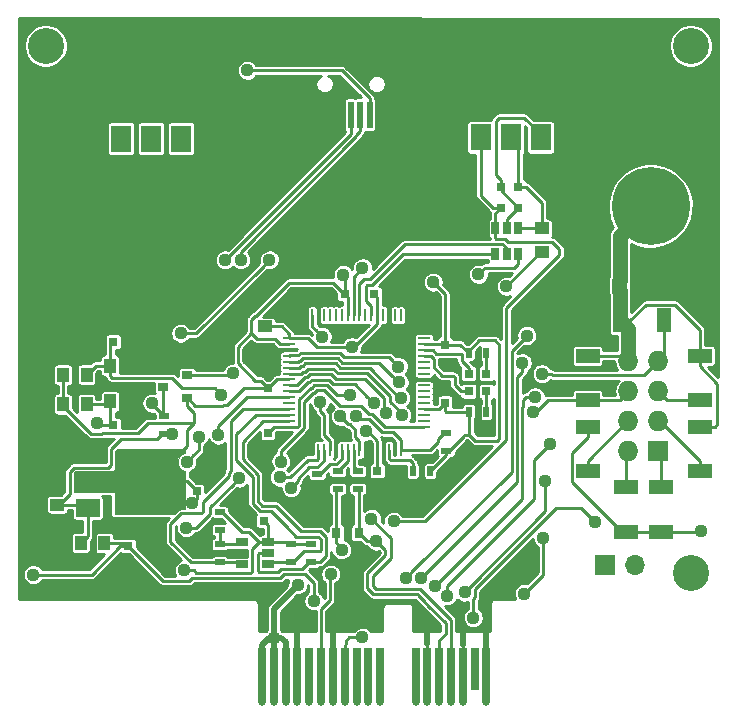
<source format=gtl>
G04 #@! TF.FileFunction,Copper,L1,Top,Signal*
%FSLAX46Y46*%
G04 Gerber Fmt 4.6, Leading zero omitted, Abs format (unit mm)*
G04 Created by KiCad (PCBNEW 4.0.7) date 01/05/18 11:34:56*
%MOMM*%
%LPD*%
G01*
G04 APERTURE LIST*
%ADD10C,0.100000*%
%ADD11C,3.048000*%
%ADD12R,0.250000X1.000000*%
%ADD13R,1.000000X0.250000*%
%ADD14R,0.800000X0.750000*%
%ADD15R,0.750000X0.800000*%
%ADD16R,1.000000X1.250000*%
%ADD17R,1.250000X1.000000*%
%ADD18C,0.650000*%
%ADD19R,0.650000X4.600000*%
%ADD20R,0.650000X3.600000*%
%ADD21R,0.797560X0.797560*%
%ADD22R,1.250000X2.000000*%
%ADD23R,2.000000X1.250000*%
%ADD24R,0.800000X0.900000*%
%ADD25R,1.778000X2.286000*%
%ADD26R,1.727200X1.727200*%
%ADD27O,1.727200X1.727200*%
%ADD28R,0.500380X2.301240*%
%ADD29R,1.998980X2.499360*%
%ADD30C,6.604000*%
%ADD31R,0.900000X0.800000*%
%ADD32R,0.900000X0.500000*%
%ADD33R,0.500000X0.900000*%
%ADD34R,1.060000X0.650000*%
%ADD35R,0.650000X1.060000*%
%ADD36R,2.000000X3.800000*%
%ADD37R,2.000000X1.500000*%
%ADD38R,1.700000X1.700000*%
%ADD39O,1.700000X1.700000*%
%ADD40C,1.117600*%
%ADD41C,0.254000*%
%ADD42C,0.508000*%
%ADD43C,1.270000*%
G04 APERTURE END LIST*
D10*
D11*
X177292000Y-117398800D03*
X177292000Y-72745600D03*
D12*
X145250000Y-106950000D03*
X145750000Y-106950000D03*
X146250000Y-106950000D03*
X146750000Y-106950000D03*
X147250000Y-106950000D03*
X147750000Y-106950000D03*
X148250000Y-106950000D03*
X148750000Y-106950000D03*
X149250000Y-106950000D03*
X149750000Y-106950000D03*
X150250000Y-106950000D03*
X150750000Y-106950000D03*
X151250000Y-106950000D03*
X151750000Y-106950000D03*
X152250000Y-106950000D03*
X152750000Y-106950000D03*
D13*
X154700000Y-105000000D03*
X154700000Y-104500000D03*
X154700000Y-104000000D03*
X154700000Y-103500000D03*
X154700000Y-103000000D03*
X154700000Y-102500000D03*
X154700000Y-102000000D03*
X154700000Y-101500000D03*
X154700000Y-101000000D03*
X154700000Y-100500000D03*
X154700000Y-100000000D03*
X154700000Y-99500000D03*
X154700000Y-99000000D03*
X154700000Y-98500000D03*
X154700000Y-98000000D03*
X154700000Y-97500000D03*
D12*
X152750000Y-95550000D03*
X152250000Y-95550000D03*
X151750000Y-95550000D03*
X151250000Y-95550000D03*
X150750000Y-95550000D03*
X150250000Y-95550000D03*
X149750000Y-95550000D03*
X149250000Y-95550000D03*
X148750000Y-95550000D03*
X148250000Y-95550000D03*
X147750000Y-95550000D03*
X147250000Y-95550000D03*
X146750000Y-95550000D03*
X146250000Y-95550000D03*
X145750000Y-95550000D03*
X145250000Y-95550000D03*
D13*
X143300000Y-97500000D03*
X143300000Y-98000000D03*
X143300000Y-98500000D03*
X143300000Y-99000000D03*
X143300000Y-99500000D03*
X143300000Y-100000000D03*
X143300000Y-100500000D03*
X143300000Y-101000000D03*
X143300000Y-101500000D03*
X143300000Y-102000000D03*
X143300000Y-102500000D03*
X143300000Y-103000000D03*
X143300000Y-103500000D03*
X143300000Y-104000000D03*
X143300000Y-104500000D03*
X143300000Y-105000000D03*
D14*
X150750000Y-108750000D03*
X152250000Y-108750000D03*
X150500000Y-93750000D03*
X152000000Y-93750000D03*
D15*
X141500000Y-105500000D03*
X141500000Y-107000000D03*
X156500000Y-103000000D03*
X156500000Y-101500000D03*
X156464000Y-98044000D03*
X156464000Y-99544000D03*
D14*
X148000000Y-93750000D03*
X146500000Y-93750000D03*
D15*
X141500000Y-101750000D03*
X141500000Y-100250000D03*
D16*
X128150000Y-102850000D03*
X130150000Y-102850000D03*
X128150000Y-99822000D03*
X130150000Y-99822000D03*
D14*
X128400000Y-104850000D03*
X129900000Y-104850000D03*
X128400000Y-97790000D03*
X129900000Y-97790000D03*
X129650000Y-115100000D03*
X131150000Y-115100000D03*
D17*
X123650000Y-111600000D03*
X123650000Y-109600000D03*
D15*
X135483600Y-110478000D03*
X135483600Y-108978000D03*
D17*
X141250000Y-96500000D03*
X141250000Y-98500000D03*
D14*
X161200000Y-86450000D03*
X162700000Y-86450000D03*
X161200000Y-84700000D03*
X162700000Y-84700000D03*
X141172000Y-112956800D03*
X139672000Y-112956800D03*
D18*
X160000000Y-128300000D03*
D19*
X141000000Y-126000000D03*
X142000000Y-126000000D03*
X143000000Y-126000000D03*
X144000000Y-126000000D03*
X145000000Y-126000000D03*
X146000000Y-126000000D03*
X147000000Y-126000000D03*
X148000000Y-126000000D03*
X149000000Y-126000000D03*
X150000000Y-126000000D03*
X151000000Y-126000000D03*
X156000000Y-126000000D03*
X157000000Y-126000000D03*
X158000000Y-126000000D03*
D20*
X159000000Y-125500000D03*
D19*
X160000000Y-126000000D03*
X154000000Y-126000000D03*
X155000000Y-126000000D03*
D18*
X143000000Y-128300000D03*
X144000000Y-128300000D03*
X145000000Y-128300000D03*
X146000000Y-128300000D03*
X147000000Y-128300000D03*
X148000000Y-128300000D03*
X149000000Y-128300000D03*
X150000000Y-128300000D03*
X151000000Y-128300000D03*
X141000000Y-128300000D03*
X154000000Y-128300000D03*
X155000000Y-128300000D03*
X156000000Y-128300000D03*
X157000000Y-128300000D03*
X158000000Y-128300000D03*
X142000000Y-128300000D03*
D21*
X159999300Y-102000000D03*
X158500700Y-102000000D03*
X160000000Y-100500000D03*
X158501400Y-100500000D03*
D22*
X171312000Y-96000000D03*
X175062000Y-96000000D03*
D23*
X178062000Y-99000000D03*
X178062000Y-102750000D03*
X178062000Y-105000000D03*
X178062000Y-108750000D03*
X174812000Y-113875000D03*
X174812000Y-110125000D03*
X171812000Y-113875000D03*
X171812000Y-110125000D03*
X168562000Y-105000000D03*
X168562000Y-108750000D03*
X168562000Y-99000000D03*
X168562000Y-102750000D03*
D24*
X147300000Y-114000000D03*
X149200000Y-114000000D03*
X148250000Y-112000000D03*
D25*
X134140000Y-80600000D03*
X131600000Y-80600000D03*
X129060000Y-80600000D03*
X164600000Y-80500000D03*
X162060000Y-80500000D03*
X159520000Y-80500000D03*
D26*
X174562000Y-107080000D03*
D27*
X172022000Y-107080000D03*
X174562000Y-104540000D03*
X172022000Y-104540000D03*
X174562000Y-102000000D03*
X172022000Y-102000000D03*
X174562000Y-99460000D03*
X172022000Y-99460000D03*
D28*
X150100560Y-78598420D03*
X149300460Y-78598420D03*
X148500360Y-78598420D03*
X147700260Y-78598420D03*
X146900160Y-78598420D03*
D29*
X152950440Y-78499360D03*
X152950440Y-73000260D03*
X144050280Y-78499360D03*
X144050280Y-73000260D03*
D16*
X124150000Y-103100000D03*
X126150000Y-103100000D03*
X124150000Y-100600000D03*
X126150000Y-100600000D03*
X127650000Y-114850000D03*
X125650000Y-114850000D03*
D17*
X164700000Y-88200000D03*
X164700000Y-90200000D03*
D30*
X173900000Y-86300000D03*
X173900000Y-79137200D03*
D31*
X134650000Y-102550000D03*
X134650000Y-100650000D03*
X132650000Y-101600000D03*
D32*
X156616400Y-107062400D03*
X156616400Y-105562400D03*
X132740400Y-105601200D03*
X132740400Y-104101200D03*
X147400000Y-108750000D03*
X147400000Y-110250000D03*
D33*
X158500000Y-103750000D03*
X160000000Y-103750000D03*
D32*
X149100000Y-108750000D03*
X149100000Y-110250000D03*
D33*
X158500000Y-98750000D03*
X160000000Y-98750000D03*
D32*
X145694400Y-109028800D03*
X145694400Y-110528800D03*
D33*
X153750000Y-108750000D03*
X155250000Y-108750000D03*
D32*
X137422000Y-112206800D03*
X137422000Y-113706800D03*
X143422000Y-114956800D03*
X143422000Y-116456800D03*
X145172000Y-114956800D03*
X145172000Y-116456800D03*
X137422000Y-116456800D03*
X137422000Y-114956800D03*
D34*
X139322000Y-114756800D03*
X139322000Y-115706800D03*
X139322000Y-116656800D03*
X141522000Y-116656800D03*
X141522000Y-114756800D03*
X141522000Y-115706800D03*
D35*
X162650000Y-88200000D03*
X161700000Y-88200000D03*
X160750000Y-88200000D03*
X160750000Y-90400000D03*
X162650000Y-90400000D03*
X161700000Y-90400000D03*
D36*
X132550000Y-109600000D03*
D37*
X126250000Y-109600000D03*
X126250000Y-111900000D03*
X126250000Y-107300000D03*
D11*
X122682000Y-72745600D03*
D38*
X170027600Y-116687600D03*
D39*
X172567600Y-116687600D03*
D40*
X148440770Y-102327718D03*
X149782711Y-105374892D03*
X148590000Y-98222010D03*
X163449000Y-116459000D03*
X129286000Y-117348000D03*
X145669000Y-111887000D03*
X140258800Y-106680000D03*
X145379781Y-105481648D03*
X147320000Y-105460800D03*
X154432000Y-110134400D03*
X141427200Y-119380000D03*
X132791200Y-116382800D03*
X134670800Y-114909600D03*
X123952000Y-107086400D03*
X170332400Y-101549200D03*
X147015200Y-121513600D03*
X137414000Y-107848400D03*
X139090400Y-111404400D03*
X152298400Y-110083600D03*
X145135600Y-93726000D03*
X139852400Y-99110800D03*
X153263600Y-93776800D03*
X144018000Y-121818400D03*
X134418957Y-117171260D03*
X135075149Y-111429790D03*
X147880032Y-92112983D03*
X155498800Y-92760800D03*
X135635989Y-105834166D03*
X147616771Y-104128830D03*
X134634445Y-107981486D03*
X127000000Y-104698800D03*
X137546433Y-102296148D03*
X145922169Y-102867685D03*
X133400767Y-105580151D03*
X141630400Y-90881200D03*
X134112000Y-97078800D03*
X161696400Y-93116400D03*
X145375744Y-119734494D03*
X121646975Y-117519425D03*
X139750800Y-74828400D03*
X149504400Y-122834400D03*
X146812000Y-117475000D03*
X152134935Y-113006185D03*
X142479822Y-109265728D03*
X143459157Y-110151982D03*
X144018000Y-118383222D03*
X171246800Y-93472000D03*
X178206400Y-113842800D03*
X141986000Y-122885200D03*
X150666423Y-114681000D03*
X137871200Y-90881200D03*
X150266400Y-112776000D03*
X147731613Y-115411196D03*
X139192000Y-90881200D03*
X155631918Y-118508936D03*
X164134800Y-102463600D03*
X156668684Y-119327265D03*
X165404800Y-106426000D03*
X158142001Y-119010811D03*
X164998400Y-109626400D03*
X158889000Y-121158000D03*
X163938742Y-103769779D03*
X169214800Y-113080800D03*
X163195000Y-119126000D03*
X164705217Y-100507809D03*
X164806600Y-114413000D03*
X153155636Y-117805210D03*
X163423600Y-97282000D03*
X154499847Y-117805210D03*
X163042621Y-99578557D03*
X148972700Y-104099482D03*
X138525346Y-100479800D03*
X131673600Y-103022400D03*
X142595600Y-107950000D03*
X139060430Y-109348850D03*
X134595780Y-113563410D03*
X159308800Y-92100400D03*
X149504400Y-91541600D03*
X137312400Y-105714800D03*
X146091035Y-97362085D03*
X152551785Y-99907228D03*
X152601364Y-101227109D03*
X152740890Y-102540531D03*
X152821388Y-103992794D03*
X151505559Y-103878175D03*
X150461781Y-103015591D03*
D41*
X146463703Y-101472973D02*
X147318448Y-102327718D01*
X145114087Y-101698461D02*
X145200456Y-101698461D01*
X145200456Y-101698461D02*
X145425944Y-101472973D01*
X145425944Y-101472973D02*
X146463703Y-101472973D01*
X144019362Y-105000000D02*
X144130201Y-104889161D01*
X144130201Y-102682347D02*
X145114087Y-101698461D01*
X147318448Y-102327718D02*
X147650508Y-102327718D01*
X147650508Y-102327718D02*
X148440770Y-102327718D01*
X143300000Y-105000000D02*
X144019362Y-105000000D01*
X144130201Y-104889161D02*
X144130201Y-102682347D01*
X145623176Y-98272498D02*
X148781502Y-98272498D01*
X150750000Y-106950000D02*
X150750000Y-106196000D01*
X148781502Y-98272498D02*
X150750000Y-96304000D01*
X150750000Y-106196000D02*
X149928892Y-105374892D01*
X144850678Y-97500000D02*
X145623176Y-98272498D01*
X143300000Y-97500000D02*
X144850678Y-97500000D01*
X142546000Y-105000000D02*
X143300000Y-105000000D01*
X150750000Y-96304000D02*
X150750000Y-95550000D01*
X141500000Y-105500000D02*
X142000000Y-105000000D01*
X142000000Y-105000000D02*
X142546000Y-105000000D01*
X149928892Y-105374892D02*
X149782711Y-105374892D01*
X141250000Y-96500000D02*
X142679000Y-96500000D01*
X142679000Y-96500000D02*
X143300000Y-97121000D01*
X143300000Y-97121000D02*
X143300000Y-97500000D01*
X150750000Y-95550000D02*
X150750000Y-94000000D01*
X150750000Y-94000000D02*
X150500000Y-93750000D01*
X150750000Y-106950000D02*
X150750000Y-108750000D01*
X160000000Y-126000000D02*
X160000000Y-119908000D01*
X160000000Y-119908000D02*
X163449000Y-116459000D01*
X158000000Y-126000000D02*
X158000000Y-123362722D01*
X158000000Y-123362722D02*
X158000000Y-122135200D01*
X155000000Y-126000000D02*
X155000000Y-121472000D01*
X155000000Y-121472000D02*
X153924000Y-120396000D01*
X153924000Y-120396000D02*
X153924000Y-119848750D01*
X153836250Y-119761000D02*
X152273000Y-119761000D01*
X153924000Y-119848750D02*
X153836250Y-119761000D01*
X153543000Y-119761000D02*
X152273000Y-119761000D01*
X152273000Y-119761000D02*
X151384000Y-119761000D01*
X148082000Y-120777000D02*
X148082000Y-117602000D01*
X148573162Y-121268162D02*
X148082000Y-120777000D01*
X150876000Y-120568722D02*
X150176560Y-121268162D01*
X150876000Y-119888000D02*
X150876000Y-120568722D01*
X151003000Y-119761000D02*
X150876000Y-119888000D01*
X151384000Y-119761000D02*
X151003000Y-119761000D01*
X154940000Y-123386000D02*
X154940000Y-121158000D01*
X155000000Y-123446000D02*
X154940000Y-123386000D01*
X150176560Y-121268162D02*
X148573162Y-121268162D01*
X154940000Y-121158000D02*
X153543000Y-119761000D01*
X147000000Y-126000000D02*
X147000000Y-121528800D01*
X147000000Y-121528800D02*
X147015200Y-121513600D01*
X140258800Y-106680000D02*
X141180000Y-106680000D01*
X141180000Y-106680000D02*
X141500000Y-107000000D01*
X139672000Y-112956800D02*
X139672000Y-111986000D01*
X139672000Y-111986000D02*
X139090400Y-111404400D01*
X137414000Y-107848400D02*
X136613200Y-107848400D01*
X136613200Y-107848400D02*
X135483600Y-108978000D01*
X134670800Y-114909600D02*
X135468000Y-115706800D01*
X135468000Y-115706800D02*
X139322000Y-115706800D01*
X129286000Y-117348000D02*
X128225574Y-118408426D01*
X121220254Y-118408426D02*
X120757974Y-117946146D01*
X126840839Y-96189799D02*
X135675209Y-96189799D01*
X128225574Y-118408426D02*
X121220254Y-118408426D01*
X170598001Y-75835201D02*
X173900000Y-79137200D01*
X120757974Y-117946146D02*
X120757974Y-102272664D01*
X120757974Y-102272664D02*
X126840839Y-96189799D01*
X135675209Y-96189799D02*
X140741399Y-91123609D01*
X140741399Y-90454479D02*
X155360677Y-75835201D01*
X140741399Y-91123609D02*
X140741399Y-90454479D01*
X155360677Y-75835201D02*
X170598001Y-75835201D01*
X145694400Y-110528800D02*
X145694400Y-111861600D01*
X145694400Y-111861600D02*
X145669000Y-111887000D01*
X145669000Y-111633000D02*
X145542000Y-111506000D01*
X145796000Y-111633000D02*
X145669000Y-111633000D01*
X145796000Y-111134400D02*
X145796000Y-111633000D01*
X145694400Y-110528800D02*
X145694400Y-111032800D01*
X145694400Y-111032800D02*
X145796000Y-111134400D01*
X145250000Y-106950000D02*
X145250000Y-105611429D01*
X145250000Y-105611429D02*
X145379781Y-105481648D01*
X147250000Y-106950000D02*
X147250000Y-105530800D01*
X147250000Y-105530800D02*
X147320000Y-105460800D01*
X145250000Y-106950000D02*
X145250000Y-106575000D01*
X154432000Y-110134400D02*
X152349200Y-110134400D01*
X152349200Y-110134400D02*
X152298400Y-110083600D01*
X132791200Y-116382800D02*
X132432800Y-116382800D01*
X132432800Y-116382800D02*
X131150000Y-115100000D01*
X123952000Y-107086400D02*
X126036400Y-107086400D01*
X126036400Y-107086400D02*
X126250000Y-107300000D01*
X147015200Y-121818400D02*
X147015200Y-121513600D01*
X152205201Y-106185839D02*
X152139161Y-106119799D01*
X152139161Y-106119799D02*
X151326201Y-106119799D01*
X152250000Y-106950000D02*
X152205201Y-106905201D01*
X152205201Y-106905201D02*
X152205201Y-106185839D01*
X151250000Y-106196000D02*
X151250000Y-106950000D01*
X151326201Y-106119799D02*
X151250000Y-106196000D01*
X152250000Y-108750000D02*
X152250000Y-110035200D01*
X152250000Y-110035200D02*
X152298400Y-110083600D01*
X146500000Y-93750000D02*
X145159600Y-93750000D01*
X145159600Y-93750000D02*
X145135600Y-93726000D01*
X141250000Y-98500000D02*
X140463200Y-98500000D01*
X140463200Y-98500000D02*
X139852400Y-99110800D01*
X152680800Y-93776800D02*
X153263600Y-93776800D01*
X152000000Y-93750000D02*
X152654000Y-93750000D01*
X152654000Y-93750000D02*
X152680800Y-93776800D01*
D42*
X147015200Y-123430800D02*
X147015200Y-121818400D01*
X147000000Y-123446000D02*
X147015200Y-123430800D01*
X147000000Y-126000000D02*
X147000000Y-123446000D01*
X144000000Y-126000000D02*
X144000000Y-121836400D01*
X144000000Y-121836400D02*
X144018000Y-121818400D01*
X154990800Y-123436800D02*
X154990800Y-122072400D01*
D41*
X155000000Y-126000000D02*
X155000000Y-123446000D01*
X155000000Y-123446000D02*
X154990800Y-123436800D01*
D42*
X158000000Y-123446000D02*
X158000000Y-122135200D01*
D41*
X158000000Y-126000000D02*
X158000000Y-123446000D01*
X158000000Y-123446000D02*
X157988000Y-123434000D01*
D42*
X160000000Y-126000000D02*
X160000000Y-122143200D01*
D41*
X159124222Y-102768400D02*
X157743400Y-102768400D01*
X157743400Y-102768400D02*
X156500000Y-101525000D01*
X156500000Y-101525000D02*
X156500000Y-101500000D01*
X157853878Y-101244400D02*
X159137022Y-101244400D01*
X159137022Y-101244400D02*
X159229681Y-101337059D01*
X159229681Y-101337059D02*
X159229681Y-102662941D01*
X159229681Y-102662941D02*
X159124222Y-102768400D01*
X157093000Y-99544000D02*
X157772419Y-100223419D01*
X156464000Y-99544000D02*
X157093000Y-99544000D01*
X157772419Y-100223419D02*
X157772419Y-101162941D01*
X157772419Y-101162941D02*
X157853878Y-101244400D01*
X124150000Y-103225000D02*
X126512802Y-105587802D01*
X126512802Y-105587802D02*
X127426722Y-105587802D01*
X134700000Y-102550000D02*
X134650000Y-102550000D01*
X135354000Y-103204000D02*
X134700000Y-102550000D01*
X137652607Y-103204000D02*
X135354000Y-103204000D01*
X137681818Y-103174789D02*
X137652607Y-103204000D01*
X138060582Y-103174789D02*
X137681818Y-103174789D01*
X139485371Y-101750000D02*
X138060582Y-103174789D01*
X141500000Y-101750000D02*
X139485371Y-101750000D01*
X134641122Y-106608878D02*
X134641122Y-105287278D01*
X132550000Y-109600000D02*
X132550000Y-108700000D01*
X127459323Y-105555201D02*
X130475407Y-105555201D01*
X132550000Y-108700000D02*
X134641122Y-106608878D01*
X127426722Y-105587802D02*
X127459323Y-105555201D01*
X134641122Y-105287278D02*
X135280400Y-104648000D01*
X124150000Y-103100000D02*
X124150000Y-103225000D01*
X131349207Y-104681401D02*
X133454561Y-104681401D01*
X133454561Y-104681401D02*
X133487962Y-104648000D01*
X130475407Y-105555201D02*
X131349207Y-104681401D01*
X133487962Y-104648000D02*
X135280400Y-104648000D01*
X158546800Y-105664000D02*
X159054800Y-106172000D01*
X160731200Y-97688400D02*
X159361600Y-97688400D01*
X160934400Y-106172000D02*
X161086791Y-106019609D01*
X158500000Y-98550000D02*
X158500000Y-98750000D01*
X161086791Y-98043991D02*
X160731200Y-97688400D01*
X159361600Y-97688400D02*
X158500000Y-98550000D01*
X161086791Y-106019609D02*
X161086791Y-98043991D01*
X159054800Y-106172000D02*
X160934400Y-106172000D01*
X140082140Y-117346022D02*
X135383981Y-117346022D01*
X135383981Y-117346022D02*
X135209219Y-117171260D01*
X135209219Y-117171260D02*
X134418957Y-117171260D01*
X140182201Y-117245961D02*
X140082140Y-117346022D01*
X140738000Y-114756800D02*
X140182201Y-115312599D01*
X140182201Y-115312599D02*
X140182201Y-117245961D01*
X156616400Y-107062400D02*
X156616400Y-107383600D01*
X156616400Y-107383600D02*
X155250000Y-108750000D01*
X158136000Y-105664000D02*
X158136000Y-105742800D01*
X158136000Y-105742800D02*
X156816400Y-107062400D01*
X156816400Y-107062400D02*
X156616400Y-107062400D01*
X135185810Y-111429790D02*
X135075149Y-111429790D01*
X135483600Y-111132000D02*
X135185810Y-111429790D01*
X135483600Y-110478000D02*
X135483600Y-111132000D01*
X138963398Y-99628403D02*
X138963398Y-98218764D01*
X138963398Y-98218764D02*
X140106400Y-97075762D01*
X140430995Y-101096000D02*
X138963398Y-99628403D01*
X141500000Y-101750000D02*
X141500000Y-101725000D01*
X140871000Y-101096000D02*
X140430995Y-101096000D01*
X141500000Y-101725000D02*
X140871000Y-101096000D01*
X148000000Y-93750000D02*
X148000000Y-92232951D01*
X148000000Y-92232951D02*
X147880032Y-92112983D01*
X135483600Y-110478000D02*
X135483600Y-110503000D01*
X137187400Y-112206800D02*
X137422000Y-112206800D01*
X141522000Y-114756800D02*
X141522000Y-113306800D01*
X141522000Y-113306800D02*
X141172000Y-112956800D01*
X139308800Y-113893600D02*
X139874800Y-113893600D01*
X139874800Y-113893600D02*
X140738000Y-114756800D01*
X140738000Y-114756800D02*
X141522000Y-114756800D01*
X137422000Y-112206800D02*
X137622000Y-112206800D01*
X137622000Y-112206800D02*
X139308800Y-113893600D01*
X143422000Y-114956800D02*
X145172000Y-114956800D01*
X141522000Y-114756800D02*
X143222000Y-114756800D01*
X143222000Y-114756800D02*
X143422000Y-114956800D01*
X135280400Y-104648000D02*
X135280400Y-103834400D01*
X124150000Y-103100000D02*
X124150000Y-100600000D01*
X132550000Y-109600000D02*
X134630600Y-109600000D01*
X134630600Y-109600000D02*
X135483600Y-110453000D01*
X135483600Y-110453000D02*
X135483600Y-110478000D01*
X155250000Y-108750000D02*
X155250000Y-108550000D01*
X158136000Y-105664000D02*
X158546800Y-105664000D01*
X156514800Y-93776800D02*
X155498800Y-92760800D01*
X156514800Y-97968200D02*
X156514800Y-93776800D01*
X156464000Y-98044000D02*
X156464000Y-98019000D01*
X156464000Y-98019000D02*
X156514800Y-97968200D01*
X134650000Y-103204000D02*
X134650000Y-102550000D01*
X135280400Y-103834400D02*
X134650000Y-103204000D01*
X143256000Y-92811600D02*
X147036600Y-92811600D01*
X147036600Y-92811600D02*
X147975000Y-93750000D01*
X147975000Y-93750000D02*
X148000000Y-93750000D01*
X140462000Y-95605600D02*
X143256000Y-92811600D01*
X140425038Y-95605600D02*
X140462000Y-95605600D01*
X140106400Y-97075762D02*
X140106400Y-95924238D01*
X140106400Y-95924238D02*
X140425038Y-95605600D01*
X142082000Y-97536000D02*
X140566638Y-97536000D01*
X140566638Y-97536000D02*
X140106400Y-97075762D01*
X143300000Y-98000000D02*
X142546000Y-98000000D01*
X142546000Y-98000000D02*
X142082000Y-97536000D01*
X141500000Y-101750000D02*
X142250000Y-101000000D01*
X142250000Y-101000000D02*
X143300000Y-101000000D01*
X148000000Y-93750000D02*
X148250000Y-94000000D01*
X148250000Y-94000000D02*
X148250000Y-95550000D01*
X158546800Y-104500800D02*
X158546800Y-105664000D01*
X158500000Y-103750000D02*
X158500000Y-104454000D01*
X158500000Y-104454000D02*
X158546800Y-104500800D01*
X156464000Y-98044000D02*
X157794000Y-98044000D01*
X157794000Y-98044000D02*
X158500000Y-98750000D01*
X154700000Y-98000000D02*
X156420000Y-98000000D01*
X156420000Y-98000000D02*
X156464000Y-98044000D01*
X156500000Y-103000000D02*
X156500000Y-103654000D01*
X156500000Y-103654000D02*
X156596000Y-103750000D01*
X156596000Y-103750000D02*
X157996000Y-103750000D01*
X157996000Y-103750000D02*
X158500000Y-103750000D01*
X154700000Y-103500000D02*
X156000000Y-103500000D01*
X156000000Y-103500000D02*
X156500000Y-103000000D01*
X127151200Y-104850000D02*
X127000000Y-104698800D01*
X128400000Y-104850000D02*
X127151200Y-104850000D01*
X128150000Y-104600000D02*
X128400000Y-104850000D01*
X128150000Y-102850000D02*
X128150000Y-104600000D01*
X135193244Y-107422687D02*
X134634445Y-107981486D01*
X135635989Y-106979942D02*
X135193244Y-107422687D01*
X135635989Y-105834166D02*
X135635989Y-106979942D01*
X148893701Y-105839701D02*
X148893701Y-105266997D01*
X148292658Y-104804717D02*
X148175570Y-104687629D01*
X148431421Y-104804717D02*
X148292658Y-104804717D01*
X149250000Y-106950000D02*
X149250000Y-106196000D01*
X148175570Y-104687629D02*
X147616771Y-104128830D01*
X148893701Y-105266997D02*
X148431421Y-104804717D01*
X149250000Y-106196000D02*
X148893701Y-105839701D01*
X126150000Y-103100000D02*
X127900000Y-103100000D01*
X127900000Y-103100000D02*
X128150000Y-102850000D01*
X128150000Y-99822000D02*
X128150000Y-100701000D01*
X128318799Y-100869799D02*
X131935839Y-100869799D01*
X128150000Y-100701000D02*
X128318799Y-100869799D01*
X128150000Y-99822000D02*
X126928000Y-99822000D01*
X126928000Y-99822000D02*
X126150000Y-100600000D01*
X128150000Y-99822000D02*
X128150000Y-98040000D01*
X128150000Y-98040000D02*
X128400000Y-97790000D01*
X146750000Y-106950000D02*
X146750000Y-106196000D01*
X146750000Y-106196000D02*
X146268782Y-105714782D01*
X146268782Y-105714782D02*
X146268782Y-104004560D01*
X145922169Y-103657947D02*
X145922169Y-102867685D01*
X146268782Y-104004560D02*
X145922169Y-103657947D01*
X134231711Y-101737349D02*
X136987634Y-101737349D01*
X133364161Y-100869799D02*
X134231711Y-101737349D01*
X131935839Y-100869799D02*
X133364161Y-100869799D01*
X136987634Y-101737349D02*
X137546433Y-102296148D01*
X133379718Y-105601200D02*
X133400767Y-105580151D01*
X132740400Y-105601200D02*
X133379718Y-105601200D01*
X141071601Y-91439999D02*
X141630400Y-90881200D01*
X135432800Y-97078800D02*
X141071601Y-91439999D01*
X134112000Y-97078800D02*
X135432800Y-97078800D01*
X161696400Y-93116400D02*
X164612800Y-90200000D01*
X164612800Y-90200000D02*
X164700000Y-90200000D01*
X123650000Y-111600000D02*
X123775000Y-111600000D01*
X123775000Y-111600000D02*
X124714000Y-110661000D01*
X124714000Y-110661000D02*
X124714000Y-108791638D01*
X124714000Y-108791638D02*
X125047638Y-108458000D01*
X127965200Y-108458000D02*
X128219200Y-108204000D01*
X131717212Y-106012412D02*
X131724400Y-106019600D01*
X125047638Y-108458000D02*
X127965200Y-108458000D01*
X128219200Y-106883200D02*
X129089988Y-106012412D01*
X128219200Y-108204000D02*
X128219200Y-106883200D01*
X129089988Y-106012412D02*
X131717212Y-106012412D01*
X132122000Y-106019600D02*
X132540400Y-105601200D01*
X132540400Y-105601200D02*
X132740400Y-105601200D01*
X131724400Y-106019600D02*
X132122000Y-106019600D01*
X126250000Y-111900000D02*
X126250000Y-114250000D01*
X126250000Y-114250000D02*
X125650000Y-114850000D01*
X123650000Y-111600000D02*
X125950000Y-111600000D01*
X125950000Y-111600000D02*
X126250000Y-111900000D01*
X135104081Y-117805200D02*
X142507807Y-117805200D01*
X132635262Y-118060262D02*
X134849019Y-118060262D01*
X145375744Y-118944232D02*
X145375744Y-119734494D01*
X129675000Y-115100000D02*
X132635262Y-118060262D01*
X129650000Y-115100000D02*
X129675000Y-115100000D01*
X144667137Y-117494212D02*
X145375744Y-118202819D01*
X142507807Y-117805200D02*
X142818795Y-117494212D01*
X142818795Y-117494212D02*
X144667137Y-117494212D01*
X145375744Y-118202819D02*
X145375744Y-118944232D01*
X134849019Y-118060262D02*
X135104081Y-117805200D01*
X122437237Y-117519425D02*
X121646975Y-117519425D01*
X126576575Y-117519425D02*
X122437237Y-117519425D01*
X128996000Y-115100000D02*
X126576575Y-117519425D01*
X129650000Y-115100000D02*
X128996000Y-115100000D01*
X150100560Y-78598420D02*
X150100560Y-77193800D01*
X150100560Y-77193800D02*
X147735160Y-74828400D01*
X147735160Y-74828400D02*
X139750800Y-74828400D01*
X148000000Y-123446000D02*
X148082000Y-123364000D01*
X148082000Y-123139200D02*
X148386800Y-122834400D01*
X148386800Y-122834400D02*
X149504400Y-122834400D01*
X148082000Y-123364000D02*
X148082000Y-123139200D01*
X148000000Y-126000000D02*
X148000000Y-123446000D01*
X129590800Y-115159200D02*
X129650000Y-115100000D01*
X127650000Y-114850000D02*
X129400000Y-114850000D01*
X129400000Y-114850000D02*
X129650000Y-115100000D01*
X146761200Y-119664761D02*
X146761200Y-117525800D01*
X146761200Y-117525800D02*
X146812000Y-117475000D01*
X152925197Y-113006185D02*
X152134935Y-113006185D01*
X161678107Y-102774911D02*
X161678107Y-106089996D01*
X165589161Y-89369799D02*
X166166800Y-89947438D01*
X161696400Y-102756618D02*
X161678107Y-102774911D01*
X154761918Y-113006185D02*
X152925197Y-113006185D01*
X166166800Y-90452562D02*
X161696400Y-94922962D01*
X160750000Y-88200000D02*
X160750000Y-88984000D01*
X166166800Y-89947438D02*
X166166800Y-90452562D01*
X160750000Y-88984000D02*
X160848588Y-89082588D01*
X161696400Y-94922962D02*
X161696400Y-102756618D01*
X161815753Y-89369799D02*
X165589161Y-89369799D01*
X161678107Y-106089996D02*
X154761918Y-113006185D01*
X161528543Y-89082588D02*
X161815753Y-89369799D01*
X160848588Y-89082588D02*
X161528543Y-89082588D01*
X146000000Y-120425961D02*
X146761200Y-119664761D01*
X146000000Y-126000000D02*
X146000000Y-120425961D01*
X161200000Y-86450000D02*
X160546000Y-86450000D01*
X160546000Y-86450000D02*
X159520000Y-85424000D01*
X159520000Y-85424000D02*
X159520000Y-81897000D01*
X159520000Y-81897000D02*
X159520000Y-80500000D01*
X161200000Y-86450000D02*
X160750000Y-86900000D01*
X160750000Y-86900000D02*
X160750000Y-88200000D01*
X161092038Y-78841600D02*
X163195600Y-78841600D01*
X163195600Y-78841600D02*
X164600000Y-80246000D01*
X164600000Y-80246000D02*
X164600000Y-80500000D01*
X160832800Y-83703800D02*
X160832800Y-79100838D01*
X160832800Y-79100838D02*
X161092038Y-78841600D01*
X161200000Y-84700000D02*
X161200000Y-84071000D01*
X161200000Y-84071000D02*
X160832800Y-83703800D01*
X161200000Y-84700000D02*
X161200000Y-84950000D01*
X161200000Y-84950000D02*
X162700000Y-86450000D01*
X161700000Y-88200000D02*
X161700000Y-87450000D01*
X161700000Y-87450000D02*
X162700000Y-86450000D01*
X162700000Y-84700000D02*
X162700000Y-81140000D01*
X162700000Y-81140000D02*
X162060000Y-80500000D01*
X162700000Y-84700000D02*
X163354000Y-84700000D01*
X163354000Y-84700000D02*
X164700000Y-86046000D01*
X164700000Y-87446000D02*
X164700000Y-88200000D01*
X164700000Y-86046000D02*
X164700000Y-87446000D01*
X162650000Y-88200000D02*
X164700000Y-88200000D01*
X145750000Y-106950000D02*
X145750000Y-107704000D01*
X145750000Y-107704000D02*
X145673799Y-107780201D01*
X145673799Y-107780201D02*
X144860839Y-107780201D01*
X144860839Y-107780201D02*
X143375312Y-109265728D01*
X143375312Y-109265728D02*
X143270084Y-109265728D01*
X143270084Y-109265728D02*
X142479822Y-109265728D01*
X144980239Y-108448599D02*
X144017956Y-109410882D01*
X146250000Y-106950000D02*
X146250000Y-107877042D01*
X145678443Y-108448599D02*
X144980239Y-108448599D01*
X146250000Y-107877042D02*
X145678443Y-108448599D01*
X144017956Y-109593183D02*
X143459157Y-110151982D01*
X144017956Y-109410882D02*
X144017956Y-109593183D01*
D42*
X141986000Y-122885200D02*
X141986000Y-120446800D01*
X144018000Y-118383222D02*
X141986000Y-120415222D01*
X141986000Y-120415222D02*
X141986000Y-120446800D01*
D41*
X168562000Y-99000000D02*
X171562000Y-99000000D01*
X171562000Y-99000000D02*
X172022000Y-99460000D01*
D43*
X171246800Y-93472000D02*
X171246800Y-92681738D01*
X171312000Y-88888000D02*
X173900000Y-86300000D01*
X171312000Y-92616538D02*
X171312000Y-88888000D01*
X171246800Y-92681738D02*
X171312000Y-92616538D01*
X171312000Y-96000000D02*
X171312000Y-93537200D01*
D41*
X171312000Y-93537200D02*
X171246800Y-93472000D01*
X168562000Y-105000000D02*
X168562000Y-105879000D01*
X168562000Y-105879000D02*
X167231799Y-107209201D01*
X167231799Y-107209201D02*
X167231799Y-109669799D01*
X167231799Y-109669799D02*
X171437000Y-113875000D01*
X171437000Y-113875000D02*
X171812000Y-113875000D01*
X174812000Y-113875000D02*
X178174200Y-113875000D01*
X178174200Y-113875000D02*
X178206400Y-113842800D01*
X171812000Y-113875000D02*
X173066000Y-113875000D01*
X173066000Y-113875000D02*
X174812000Y-113875000D01*
D42*
X141986000Y-122885200D02*
X142646400Y-122885200D01*
X142000000Y-122899200D02*
X142000000Y-126000000D01*
X141560800Y-122885200D02*
X141986000Y-122885200D01*
X141986000Y-122885200D02*
X142000000Y-122899200D01*
X142646400Y-122885200D02*
X143000000Y-123238800D01*
X143000000Y-123238800D02*
X143000000Y-126000000D01*
X141000000Y-126000000D02*
X141000000Y-123446000D01*
X141000000Y-123446000D02*
X141560800Y-122885200D01*
D43*
X172022000Y-99460000D02*
X172022000Y-96710000D01*
X172022000Y-96710000D02*
X171312000Y-96000000D01*
D41*
X178062000Y-99000000D02*
X178062000Y-96782000D01*
X173521201Y-94669799D02*
X172191000Y-96000000D01*
X172191000Y-96000000D02*
X171312000Y-96000000D01*
X178062000Y-96782000D02*
X175949799Y-94669799D01*
X175949799Y-94669799D02*
X173521201Y-94669799D01*
X179527200Y-104788800D02*
X179527200Y-101344200D01*
X179527200Y-101344200D02*
X178062000Y-99879000D01*
X178062000Y-99879000D02*
X178062000Y-99000000D01*
X179316000Y-105000000D02*
X179527200Y-104788800D01*
X178062000Y-105000000D02*
X179316000Y-105000000D01*
X151434790Y-115888618D02*
X149910790Y-117412618D01*
X149987000Y-118756592D02*
X150432619Y-119202211D01*
X149910790Y-117412618D02*
X149910790Y-118680382D01*
X149910790Y-118680382D02*
X149987000Y-118756592D01*
X151434790Y-115449367D02*
X151434790Y-115888618D01*
X150666423Y-114681000D02*
X151434790Y-115449367D01*
X150666423Y-114681000D02*
X149881000Y-114681000D01*
X149881000Y-114681000D02*
X149200000Y-114000000D01*
X150432619Y-119202211D02*
X154174347Y-119202211D01*
X154174347Y-119202211D02*
X154174347Y-119249347D01*
X154174347Y-119249347D02*
X154686000Y-119761000D01*
X154686000Y-119761000D02*
X155067000Y-120142000D01*
X155067000Y-120142000D02*
X156542790Y-121617790D01*
X156542790Y-121617790D02*
X156542790Y-122555000D01*
X156542790Y-122555000D02*
X156000000Y-123097790D01*
X156000000Y-126000000D02*
X156000000Y-123097790D01*
X148500360Y-78598420D02*
X148500360Y-80252040D01*
X148500360Y-80252040D02*
X137871200Y-90881200D01*
X149200000Y-114000000D02*
X149200000Y-110350000D01*
X149200000Y-110350000D02*
X149100000Y-110250000D01*
X147300000Y-114000000D02*
X147300000Y-114808000D01*
X147731613Y-115411196D02*
X147731613Y-115239613D01*
X147731613Y-115239613D02*
X147300000Y-114808000D01*
X150266400Y-112776000D02*
X151892000Y-114401600D01*
X151892000Y-114401600D02*
X151892000Y-116078000D01*
X151892000Y-116078000D02*
X150368000Y-117602000D01*
X150368000Y-117602000D02*
X150368000Y-118491000D01*
X150368000Y-118491000D02*
X150622001Y-118745001D01*
X150622001Y-118745001D02*
X154363729Y-118745001D01*
X154363729Y-118745001D02*
X157000000Y-121381272D01*
X157000000Y-121381272D02*
X157000000Y-123446000D01*
X157000000Y-123446000D02*
X157000000Y-126000000D01*
X148996400Y-80416400D02*
X139192000Y-90220800D01*
X139192000Y-90220800D02*
X139192000Y-90881200D01*
X148996400Y-80307100D02*
X148996400Y-80416400D01*
X149300460Y-78598420D02*
X149300460Y-80003040D01*
X149300460Y-80003040D02*
X148996400Y-80307100D01*
X147300000Y-114000000D02*
X147300000Y-110350000D01*
X147300000Y-110350000D02*
X147400000Y-110250000D01*
X147300000Y-113950000D02*
X147300000Y-114000000D01*
X147451392Y-114151392D02*
X147300000Y-114000000D01*
X163344538Y-102463600D02*
X163070730Y-102737408D01*
X156190717Y-117950137D02*
X155631918Y-118508936D01*
X163049740Y-103335918D02*
X163049740Y-111091114D01*
X164134800Y-102463600D02*
X163344538Y-102463600D01*
X163070730Y-103314928D02*
X163049740Y-103335918D01*
X163070730Y-102737408D02*
X163070730Y-103314928D01*
X163049740Y-111091114D02*
X156190717Y-117950137D01*
X178062000Y-108750000D02*
X178062000Y-107871000D01*
X178062000Y-107871000D02*
X174731000Y-104540000D01*
X174731000Y-104540000D02*
X174562000Y-104540000D01*
X164033200Y-107797600D02*
X164033200Y-111089100D01*
X164033200Y-111089100D02*
X156668684Y-118453616D01*
X156668684Y-118453616D02*
X156668684Y-118537003D01*
X156668684Y-118537003D02*
X156668684Y-119327265D01*
X165404800Y-106426000D02*
X164033200Y-107797600D01*
X168562000Y-108750000D02*
X168562000Y-107871000D01*
X168562000Y-107871000D02*
X171893000Y-104540000D01*
X171893000Y-104540000D02*
X172022000Y-104540000D01*
X164998400Y-112154412D02*
X158700800Y-118452012D01*
X164998400Y-109626400D02*
X164998400Y-112154412D01*
X158700800Y-118452012D02*
X158142001Y-119010811D01*
X178062000Y-102750000D02*
X175312000Y-102750000D01*
X175312000Y-102750000D02*
X174562000Y-102000000D01*
X165912404Y-111887000D02*
X168021000Y-111887000D01*
X168021000Y-111887000D02*
X169214800Y-113080800D01*
X159031002Y-119437532D02*
X159031002Y-118768402D01*
X159031002Y-118768402D02*
X165912404Y-111887000D01*
X158889000Y-119646000D02*
X158877000Y-119634000D01*
X158877000Y-119634000D02*
X158877000Y-119591534D01*
X158877000Y-119591534D02*
X159031002Y-119437532D01*
X158889000Y-121158000D02*
X158889000Y-119646000D01*
X165214924Y-102750000D02*
X164195145Y-103769779D01*
X164195145Y-103769779D02*
X163938742Y-103769779D01*
X168562000Y-102750000D02*
X165214924Y-102750000D01*
X168562000Y-102750000D02*
X171272000Y-102750000D01*
X171272000Y-102750000D02*
X172022000Y-102000000D01*
X164806600Y-114413000D02*
X164806600Y-117514400D01*
X164806600Y-117514400D02*
X163195000Y-119126000D01*
X165495479Y-100507809D02*
X164705217Y-100507809D01*
X165641471Y-100653801D02*
X165495479Y-100507809D01*
X174562000Y-99460000D02*
X173368199Y-100653801D01*
X173368199Y-100653801D02*
X165641471Y-100653801D01*
X175062000Y-96000000D02*
X175062000Y-98960000D01*
X175062000Y-98960000D02*
X174562000Y-99460000D01*
X163423600Y-97282000D02*
X162153611Y-98551989D01*
X162153611Y-102938861D02*
X162135318Y-102957154D01*
X162135318Y-102957154D02*
X162135318Y-108825528D01*
X153714435Y-117246411D02*
X153155636Y-117805210D01*
X162135318Y-108825528D02*
X153714435Y-117246411D01*
X162153611Y-98551989D02*
X162153611Y-102938861D01*
X174812000Y-110125000D02*
X174812000Y-107330000D01*
X174812000Y-107330000D02*
X174562000Y-107080000D01*
X162610822Y-100800618D02*
X162610822Y-103128243D01*
X162610822Y-103128243D02*
X162592529Y-103146536D01*
X162592529Y-103146536D02*
X162592529Y-109712528D01*
X162592529Y-109712528D02*
X155058646Y-117246411D01*
X155058646Y-117246411D02*
X154499847Y-117805210D01*
X163042621Y-99578557D02*
X163042621Y-100368819D01*
X163042621Y-100368819D02*
X162610822Y-100800618D01*
X171812000Y-110125000D02*
X171812000Y-107290000D01*
X171812000Y-107290000D02*
X172022000Y-107080000D01*
X160000000Y-103750000D02*
X160000000Y-102000700D01*
X160000000Y-102000700D02*
X159999300Y-102000000D01*
X157186099Y-100685399D02*
X157315208Y-100814508D01*
X156236037Y-100685399D02*
X157186099Y-100685399D01*
X155530201Y-99979563D02*
X156236037Y-100685399D01*
X155307408Y-99000000D02*
X155530201Y-99222794D01*
X157847920Y-102000000D02*
X158500700Y-102000000D01*
X157315208Y-101467288D02*
X157847920Y-102000000D01*
X157315208Y-100814508D02*
X157315208Y-101467288D01*
X155530201Y-99222794D02*
X155530201Y-99979563D01*
X154700000Y-99000000D02*
X155307408Y-99000000D01*
X160000000Y-100500000D02*
X160000000Y-98750000D01*
X158501400Y-100045762D02*
X158501400Y-100500000D01*
X157919799Y-99464161D02*
X158501400Y-100045762D01*
X157919799Y-98881243D02*
X157919799Y-99464161D01*
X157852355Y-98813799D02*
X157919799Y-98881243D01*
X155767799Y-98813799D02*
X157852355Y-98813799D01*
X155454000Y-98500000D02*
X155767799Y-98813799D01*
X154700000Y-98500000D02*
X155454000Y-98500000D01*
X152126746Y-105460791D02*
X151184332Y-105460791D01*
X149236683Y-104363465D02*
X148972700Y-104099482D01*
X151184332Y-105460791D02*
X150087006Y-104363465D01*
X150087006Y-104363465D02*
X149236683Y-104363465D01*
X152750000Y-106084045D02*
X152126746Y-105460791D01*
X152750000Y-106950000D02*
X152750000Y-106084045D01*
X138355146Y-100650000D02*
X138525346Y-100479800D01*
X134650000Y-100650000D02*
X138355146Y-100650000D01*
X152750000Y-106950000D02*
X155228800Y-106950000D01*
X155228800Y-106950000D02*
X155912400Y-106266400D01*
X155912400Y-106266400D02*
X155912400Y-106066400D01*
X155912400Y-106066400D02*
X156416400Y-105562400D01*
X156416400Y-105562400D02*
X156616400Y-105562400D01*
X131673600Y-103022400D02*
X131673600Y-103034400D01*
X131673600Y-103034400D02*
X132740400Y-104101200D01*
X132650000Y-101600000D02*
X132650000Y-104010800D01*
X132650000Y-104010800D02*
X132740400Y-104101200D01*
X147400000Y-108750000D02*
X148250000Y-107900000D01*
X148250000Y-107900000D02*
X148250000Y-106950000D01*
X149100000Y-108750000D02*
X148750000Y-108400000D01*
X148750000Y-108400000D02*
X148750000Y-106950000D01*
X147750000Y-107704000D02*
X147750000Y-106950000D01*
X147300800Y-108153200D02*
X147750000Y-107704000D01*
X146770000Y-108153200D02*
X147300800Y-108153200D01*
X145894400Y-109028800D02*
X146770000Y-108153200D01*
X145694400Y-109028800D02*
X145894400Y-109028800D01*
X153552400Y-107848400D02*
X151894400Y-107848400D01*
X151894400Y-107848400D02*
X151750000Y-107704000D01*
X151750000Y-107704000D02*
X151750000Y-106950000D01*
X153750000Y-108750000D02*
X153750000Y-108046000D01*
X153750000Y-108046000D02*
X153552400Y-107848400D01*
X137422000Y-114956800D02*
X137422000Y-113706800D01*
X137422000Y-114956800D02*
X139122000Y-114956800D01*
X139122000Y-114956800D02*
X139322000Y-114756800D01*
X143008438Y-113417438D02*
X143891000Y-114300000D01*
X143891000Y-114300000D02*
X145713283Y-114300000D01*
X145713283Y-114300000D02*
X145952201Y-114538918D01*
X143002000Y-113417438D02*
X143008438Y-113417438D01*
X140843000Y-112141000D02*
X141725562Y-112141000D01*
X141725562Y-112141000D02*
X143002000Y-113417438D01*
X140208000Y-111506000D02*
X140843000Y-112141000D01*
X140208000Y-109239169D02*
X140208000Y-111506000D01*
X138810988Y-107842157D02*
X140208000Y-109239169D01*
X144541799Y-115537001D02*
X143622000Y-116456800D01*
X145886161Y-115537001D02*
X144541799Y-115537001D01*
X143300000Y-104000000D02*
X140454680Y-104000000D01*
X145952201Y-114538918D02*
X145952201Y-115470961D01*
X138810988Y-105643692D02*
X138810988Y-107842157D01*
X140454680Y-104000000D02*
X138810988Y-105643692D01*
X145952201Y-115470961D02*
X145886161Y-115537001D01*
X143622000Y-116456800D02*
X143422000Y-116456800D01*
X143422000Y-116456800D02*
X141722000Y-116456800D01*
X141722000Y-116456800D02*
X141522000Y-116656800D01*
X141032382Y-111683790D02*
X142163790Y-111683790D01*
X142163790Y-111683790D02*
X144322790Y-113842790D01*
X144322790Y-113842790D02*
X145902665Y-113842790D01*
X145902665Y-113842790D02*
X146409412Y-114349537D01*
X146409412Y-114349536D02*
X146409412Y-114427000D01*
X146409412Y-114427000D02*
X146409412Y-115923388D01*
X143300000Y-104500000D02*
X141123076Y-104500000D01*
X141123076Y-104500000D02*
X139369798Y-106253278D01*
X139369798Y-106253278D02*
X139369798Y-107754375D01*
X139369798Y-107754375D02*
X140665210Y-109049787D01*
X140665210Y-109049787D02*
X140665210Y-111316618D01*
X140665210Y-111316618D02*
X141032382Y-111683790D01*
X146409412Y-114349537D02*
X146409412Y-114427000D01*
X146409412Y-115923388D02*
X145876000Y-116456800D01*
X145876000Y-116456800D02*
X145172000Y-116456800D01*
X140738000Y-115706800D02*
X141522000Y-115706800D01*
X144391799Y-117037001D02*
X142591161Y-117037001D01*
X140661799Y-115783001D02*
X140738000Y-115706800D01*
X140661799Y-117245961D02*
X140661799Y-115783001D01*
X140727839Y-117312001D02*
X140661799Y-117245961D01*
X142316161Y-117312001D02*
X140727839Y-117312001D01*
X142591161Y-117037001D02*
X142316161Y-117312001D01*
X144972000Y-116456800D02*
X144391799Y-117037001D01*
X145172000Y-116456800D02*
X144972000Y-116456800D01*
X142546000Y-103500000D02*
X143300000Y-103500000D01*
X139383530Y-103500000D02*
X142546000Y-103500000D01*
X138195527Y-108898031D02*
X138353777Y-108739781D01*
X138195527Y-109135435D02*
X138195527Y-108898031D01*
X135964159Y-111366803D02*
X138195527Y-109135435D01*
X135964159Y-112217200D02*
X135964159Y-111366803D01*
X135862568Y-112318791D02*
X135964159Y-112217200D01*
X134162809Y-112318791D02*
X135862568Y-112318791D01*
X133248400Y-113233200D02*
X134162809Y-112318791D01*
X138353777Y-104529753D02*
X139383530Y-103500000D01*
X138353777Y-108739781D02*
X138353777Y-104529753D01*
X133248400Y-114757200D02*
X133248400Y-113233200D01*
X134948000Y-116456800D02*
X133248400Y-114757200D01*
X137422000Y-116456800D02*
X134948000Y-116456800D01*
X137422000Y-116456800D02*
X139122000Y-116456800D01*
X139122000Y-116456800D02*
X139322000Y-116656800D01*
X142595600Y-107070355D02*
X142595600Y-107159738D01*
X144587412Y-102871729D02*
X144587412Y-105078543D01*
X145303469Y-102155672D02*
X144587412Y-102871729D01*
X154700000Y-105000000D02*
X151370134Y-105000000D01*
X147583965Y-103239828D02*
X146274321Y-101930184D01*
X142595600Y-107159738D02*
X142595600Y-107950000D01*
X148545979Y-103210481D02*
X148516632Y-103239828D01*
X150095194Y-103906254D02*
X149399421Y-103210481D01*
X145389838Y-102155672D02*
X145303469Y-102155672D01*
X148516632Y-103239828D02*
X147583965Y-103239828D01*
X146274321Y-101930184D02*
X145615326Y-101930184D01*
X150276388Y-103906254D02*
X150095194Y-103906254D01*
X149399421Y-103210481D02*
X148545979Y-103210481D01*
X151370134Y-105000000D02*
X150276388Y-103906254D01*
X145615326Y-101930184D02*
X145389838Y-102155672D01*
X144587412Y-105078543D02*
X142595600Y-107070355D01*
X139060430Y-109329032D02*
X139060430Y-109348850D01*
X136601211Y-111808069D02*
X138501631Y-109907649D01*
X139344400Y-109045062D02*
X139060430Y-109329032D01*
X134595780Y-113563410D02*
X135386042Y-113563410D01*
X136601211Y-112348241D02*
X136601211Y-111808069D01*
X138501631Y-109907649D02*
X139060430Y-109348850D01*
X135386042Y-113563410D02*
X136601211Y-112348241D01*
X150323704Y-92989413D02*
X152913117Y-90400000D01*
X152913117Y-90400000D02*
X160171000Y-90400000D01*
X150250000Y-95550000D02*
X150250000Y-94796000D01*
X149769799Y-94315799D02*
X149769799Y-93110839D01*
X149891225Y-92989413D02*
X150323704Y-92989413D01*
X150250000Y-94796000D02*
X149769799Y-94315799D01*
X149769799Y-93110839D02*
X149891225Y-92989413D01*
X160171000Y-90400000D02*
X160750000Y-90400000D01*
X153126725Y-89539799D02*
X161339161Y-89539799D01*
X149250000Y-95550000D02*
X149250000Y-92913600D01*
X161339161Y-89539799D02*
X161700000Y-89900638D01*
X161700000Y-89900638D02*
X161700000Y-90400000D01*
X150134322Y-92532202D02*
X153126725Y-89539799D01*
X149631398Y-92532202D02*
X150134322Y-92532202D01*
X149250000Y-92913600D02*
X149631398Y-92532202D01*
X159308800Y-92100400D02*
X159867599Y-91541601D01*
X159867599Y-91541601D02*
X162292399Y-91541601D01*
X162292399Y-91541601D02*
X162650000Y-91184000D01*
X162650000Y-91184000D02*
X162650000Y-90400000D01*
X148750000Y-95550000D02*
X148750000Y-92296000D01*
X148750000Y-92296000D02*
X149504400Y-91541600D01*
X137312400Y-105714800D02*
X137312400Y-104924538D01*
X137312400Y-104924538D02*
X139736938Y-102500000D01*
X139736938Y-102500000D02*
X142546000Y-102500000D01*
X142546000Y-102500000D02*
X143300000Y-102500000D01*
X145250000Y-95550000D02*
X145250000Y-96521050D01*
X145250000Y-96521050D02*
X145532236Y-96803286D01*
X145532236Y-96803286D02*
X146091035Y-97362085D01*
X143344799Y-98955201D02*
X144064161Y-98955201D01*
X144064161Y-98955201D02*
X144289653Y-98729709D01*
X144289653Y-98729709D02*
X147599986Y-98729709D01*
X151755568Y-99111011D02*
X151992986Y-99348429D01*
X151992986Y-99348429D02*
X152551785Y-99907228D01*
X147981288Y-99111011D02*
X151755568Y-99111011D01*
X147599986Y-98729709D02*
X147981288Y-99111011D01*
X143300000Y-99000000D02*
X143344799Y-98955201D01*
X152042565Y-100668310D02*
X152601364Y-101227109D01*
X144019362Y-99500000D02*
X144106952Y-99412410D01*
X150942475Y-99568220D02*
X152042565Y-100668310D01*
X144253544Y-99412410D02*
X144479035Y-99186919D01*
X144479035Y-99186919D02*
X147410604Y-99186919D01*
X147791905Y-99568220D02*
X150942475Y-99568220D01*
X143300000Y-99500000D02*
X144019362Y-99500000D01*
X144106952Y-99412410D02*
X144253544Y-99412410D01*
X147410604Y-99186919D02*
X147791905Y-99568220D01*
X144668417Y-99644129D02*
X147221222Y-99644129D01*
X144442927Y-99869619D02*
X144668417Y-99644129D01*
X152626720Y-102540531D02*
X152740890Y-102540531D01*
X144296334Y-99869620D02*
X144442927Y-99869619D01*
X150111618Y-100025429D02*
X152626720Y-102540531D01*
X147221222Y-99644129D02*
X147602524Y-100025429D01*
X143300000Y-100000000D02*
X144165954Y-100000000D01*
X147602524Y-100025429D02*
X150111618Y-100025429D01*
X144165954Y-100000000D02*
X144296334Y-99869620D01*
X149891143Y-100482638D02*
X151807993Y-102399488D01*
X144632310Y-100326828D02*
X144857798Y-100101340D01*
X144312545Y-100500000D02*
X144485717Y-100326828D01*
X143300000Y-100500000D02*
X144312545Y-100500000D01*
X147031843Y-100101340D02*
X147413142Y-100482638D01*
X147413142Y-100482638D02*
X149891143Y-100482638D01*
X151807993Y-102399488D02*
X151807993Y-102864885D01*
X144857798Y-100101340D02*
X147031843Y-100101340D01*
X152821388Y-103878280D02*
X152821388Y-103992794D01*
X151807993Y-102864885D02*
X152821388Y-103878280D01*
X144485717Y-100326828D02*
X144632310Y-100326828D01*
X146842461Y-100558551D02*
X147223762Y-100939849D01*
X151350782Y-102588870D02*
X151350782Y-103723398D01*
X151350782Y-103723398D02*
X151505559Y-103878175D01*
X147223762Y-100939849D02*
X149701761Y-100939849D01*
X149701761Y-100939849D02*
X151350782Y-102588870D01*
X145047180Y-100558551D02*
X146842461Y-100558551D01*
X144675099Y-100784039D02*
X144821692Y-100784039D01*
X143959138Y-101500000D02*
X144675099Y-100784039D01*
X143300000Y-101500000D02*
X143959138Y-101500000D01*
X144821692Y-100784039D02*
X145047180Y-100558551D01*
X145011074Y-101241250D02*
X145236562Y-101015762D01*
X144105730Y-102000000D02*
X144864480Y-101241250D01*
X145236562Y-101015762D02*
X146653081Y-101015762D01*
X143300000Y-102000000D02*
X144105730Y-102000000D01*
X147034381Y-101397059D02*
X148843249Y-101397059D01*
X144864480Y-101241250D02*
X145011074Y-101241250D01*
X146653081Y-101015762D02*
X147034381Y-101397059D01*
X148843249Y-101397059D02*
X149902982Y-102456792D01*
X149902982Y-102456792D02*
X150461781Y-103015591D01*
D10*
G36*
X134518000Y-107220184D02*
X134483697Y-107220154D01*
X134203823Y-107335796D01*
X133989507Y-107549738D01*
X133873377Y-107829410D01*
X133873113Y-108132234D01*
X133988755Y-108412108D01*
X134202697Y-108626424D01*
X134482369Y-108742554D01*
X134518000Y-108742585D01*
X134518000Y-111989391D01*
X134162809Y-111989391D01*
X134036753Y-112014465D01*
X133929888Y-112085870D01*
X133641758Y-112374000D01*
X128522000Y-112374000D01*
X128522000Y-110544400D01*
X128518061Y-110524947D01*
X128506864Y-110508560D01*
X128490173Y-110497819D01*
X128472000Y-110494400D01*
X125118400Y-110494400D01*
X125118400Y-108853080D01*
X125184080Y-108787400D01*
X127965200Y-108787400D01*
X128091256Y-108762326D01*
X128162384Y-108714800D01*
X128472000Y-108714800D01*
X128491453Y-108710861D01*
X128507840Y-108699664D01*
X128518581Y-108682973D01*
X128522000Y-108664800D01*
X128522000Y-108332340D01*
X128523526Y-108330056D01*
X128548600Y-108204000D01*
X128548600Y-107019642D01*
X128682242Y-106886000D01*
X134518000Y-106886000D01*
X134518000Y-107220184D01*
X134518000Y-107220184D01*
G37*
X134518000Y-107220184D02*
X134483697Y-107220154D01*
X134203823Y-107335796D01*
X133989507Y-107549738D01*
X133873377Y-107829410D01*
X133873113Y-108132234D01*
X133988755Y-108412108D01*
X134202697Y-108626424D01*
X134482369Y-108742554D01*
X134518000Y-108742585D01*
X134518000Y-111989391D01*
X134162809Y-111989391D01*
X134036753Y-112014465D01*
X133929888Y-112085870D01*
X133641758Y-112374000D01*
X128522000Y-112374000D01*
X128522000Y-110544400D01*
X128518061Y-110524947D01*
X128506864Y-110508560D01*
X128490173Y-110497819D01*
X128472000Y-110494400D01*
X125118400Y-110494400D01*
X125118400Y-108853080D01*
X125184080Y-108787400D01*
X127965200Y-108787400D01*
X128091256Y-108762326D01*
X128162384Y-108714800D01*
X128472000Y-108714800D01*
X128491453Y-108710861D01*
X128507840Y-108699664D01*
X128518581Y-108682973D01*
X128522000Y-108664800D01*
X128522000Y-108332340D01*
X128523526Y-108330056D01*
X128548600Y-108204000D01*
X128548600Y-107019642D01*
X128682242Y-106886000D01*
X134518000Y-106886000D01*
X134518000Y-107220184D01*
D41*
G36*
X144918544Y-118392197D02*
X144918544Y-118971206D01*
X144815998Y-119038311D01*
X144691436Y-119160291D01*
X144592938Y-119304143D01*
X144524258Y-119464387D01*
X144488010Y-119634919D01*
X144485576Y-119809244D01*
X144517048Y-119980721D01*
X144581227Y-120142820D01*
X144675670Y-120289366D01*
X144796778Y-120414777D01*
X144939938Y-120514276D01*
X145099699Y-120584074D01*
X145269974Y-120621511D01*
X145444277Y-120625162D01*
X145542800Y-120607790D01*
X145542800Y-122301000D01*
X142658787Y-122301000D01*
X142570200Y-122211793D01*
X142570200Y-120657206D01*
X143956245Y-119271161D01*
X144086533Y-119273890D01*
X144258226Y-119243616D01*
X144420769Y-119180570D01*
X144567971Y-119087153D01*
X144694224Y-118966923D01*
X144794721Y-118824461D01*
X144865632Y-118665192D01*
X144904257Y-118495182D01*
X144905872Y-118379525D01*
X144918544Y-118392197D01*
X144918544Y-118392197D01*
G37*
X144918544Y-118392197D02*
X144918544Y-118971206D01*
X144815998Y-119038311D01*
X144691436Y-119160291D01*
X144592938Y-119304143D01*
X144524258Y-119464387D01*
X144488010Y-119634919D01*
X144485576Y-119809244D01*
X144517048Y-119980721D01*
X144581227Y-120142820D01*
X144675670Y-120289366D01*
X144796778Y-120414777D01*
X144939938Y-120514276D01*
X145099699Y-120584074D01*
X145269974Y-120621511D01*
X145444277Y-120625162D01*
X145542800Y-120607790D01*
X145542800Y-122301000D01*
X142658787Y-122301000D01*
X142570200Y-122211793D01*
X142570200Y-120657206D01*
X143956245Y-119271161D01*
X144086533Y-119273890D01*
X144258226Y-119243616D01*
X144420769Y-119180570D01*
X144567971Y-119087153D01*
X144694224Y-118966923D01*
X144794721Y-118824461D01*
X144865632Y-118665192D01*
X144904257Y-118495182D01*
X144905872Y-118379525D01*
X144918544Y-118392197D01*
G36*
X179594800Y-70491203D02*
X179594800Y-100765222D01*
X178786375Y-99956797D01*
X179062000Y-99956797D01*
X179114583Y-99952604D01*
X179203769Y-99924984D01*
X179281730Y-99873612D01*
X179342293Y-99802554D01*
X179380661Y-99717436D01*
X179393797Y-99625000D01*
X179393797Y-98375000D01*
X179389604Y-98322417D01*
X179361984Y-98233231D01*
X179310612Y-98155270D01*
X179239554Y-98094707D01*
X179154436Y-98056339D01*
X179062000Y-98043203D01*
X178519200Y-98043203D01*
X178519200Y-96782000D01*
X178515078Y-96739957D01*
X178511398Y-96697897D01*
X178510728Y-96695590D01*
X178510493Y-96693196D01*
X178498296Y-96652800D01*
X178486504Y-96612210D01*
X178485395Y-96610071D01*
X178484702Y-96607775D01*
X178464885Y-96570504D01*
X178445440Y-96532991D01*
X178443942Y-96531115D01*
X178442812Y-96528989D01*
X178416058Y-96496185D01*
X178389771Y-96463257D01*
X178386478Y-96459917D01*
X178386416Y-96459841D01*
X178386346Y-96459783D01*
X178385289Y-96458711D01*
X176273088Y-94346510D01*
X176240460Y-94319708D01*
X176208102Y-94292557D01*
X176205996Y-94291399D01*
X176204138Y-94289873D01*
X176166943Y-94269929D01*
X176129909Y-94249570D01*
X176127614Y-94248842D01*
X176125499Y-94247708D01*
X176085102Y-94235357D01*
X176044856Y-94222590D01*
X176042473Y-94222323D01*
X176040168Y-94221618D01*
X175998042Y-94217339D01*
X175956183Y-94212644D01*
X175951493Y-94212611D01*
X175951395Y-94212601D01*
X175951304Y-94212610D01*
X175949799Y-94212599D01*
X173521201Y-94212599D01*
X173479158Y-94216721D01*
X173437098Y-94220401D01*
X173434791Y-94221071D01*
X173432397Y-94221306D01*
X173392001Y-94233503D01*
X173351411Y-94245295D01*
X173349272Y-94246404D01*
X173346976Y-94247097D01*
X173309705Y-94266914D01*
X173272192Y-94286359D01*
X173270316Y-94287857D01*
X173268190Y-94288987D01*
X173235386Y-94315741D01*
X173202458Y-94342028D01*
X173199118Y-94345321D01*
X173199042Y-94345383D01*
X173198984Y-94345453D01*
X173197912Y-94346510D01*
X172277200Y-95267222D01*
X172277200Y-93537200D01*
X172258818Y-93349725D01*
X172212000Y-93194656D01*
X172212000Y-92958294D01*
X172229181Y-92902097D01*
X172256108Y-92817214D01*
X172256673Y-92812178D01*
X172258159Y-92807317D01*
X172267179Y-92718512D01*
X172277106Y-92630014D01*
X172277175Y-92620103D01*
X172277195Y-92619907D01*
X172277178Y-92619725D01*
X172277200Y-92616538D01*
X172277200Y-89554901D01*
X172772157Y-89771142D01*
X173467852Y-89924101D01*
X174180007Y-89939018D01*
X174881497Y-89815327D01*
X175545602Y-89557737D01*
X176147026Y-89176062D01*
X176662862Y-88684838D01*
X177073461Y-88102777D01*
X177363184Y-87452048D01*
X177520995Y-86757438D01*
X177532356Y-85943844D01*
X177394001Y-85245099D01*
X177122560Y-84586534D01*
X176728373Y-83993235D01*
X176226454Y-83487800D01*
X175635921Y-83089481D01*
X174979268Y-82813449D01*
X174281505Y-82670219D01*
X173569211Y-82665246D01*
X172869517Y-82798720D01*
X172209074Y-83065556D01*
X171613037Y-83455592D01*
X171104110Y-83953970D01*
X170701678Y-84541707D01*
X170421069Y-85196418D01*
X170272971Y-85893163D01*
X170263025Y-86605405D01*
X170391611Y-87306014D01*
X170653830Y-87968305D01*
X170737252Y-88097750D01*
X170629501Y-88205501D01*
X170572933Y-88274367D01*
X170515600Y-88342694D01*
X170513155Y-88347142D01*
X170509934Y-88351063D01*
X170467791Y-88429658D01*
X170424851Y-88507767D01*
X170423318Y-88512601D01*
X170420917Y-88517078D01*
X170394832Y-88602400D01*
X170367892Y-88687324D01*
X170367327Y-88692365D01*
X170365842Y-88697221D01*
X170356831Y-88785932D01*
X170346894Y-88874524D01*
X170346825Y-88884446D01*
X170346806Y-88884631D01*
X170346822Y-88884803D01*
X170346800Y-88888000D01*
X170346800Y-92339982D01*
X170329632Y-92396138D01*
X170302692Y-92481062D01*
X170302127Y-92486103D01*
X170300642Y-92490959D01*
X170291631Y-92579670D01*
X170281694Y-92668262D01*
X170281625Y-92678184D01*
X170281606Y-92678369D01*
X170281622Y-92678541D01*
X170281600Y-92681738D01*
X170281600Y-93472000D01*
X170299982Y-93659475D01*
X170346800Y-93814544D01*
X170346800Y-96000000D01*
X170355203Y-96085701D01*
X170355203Y-97000000D01*
X170359396Y-97052583D01*
X170387016Y-97141769D01*
X170438388Y-97219730D01*
X170509446Y-97280293D01*
X170594564Y-97318661D01*
X170687000Y-97331797D01*
X171056800Y-97331797D01*
X171056800Y-98542800D01*
X169893797Y-98542800D01*
X169893797Y-98375000D01*
X169889604Y-98322417D01*
X169861984Y-98233231D01*
X169810612Y-98155270D01*
X169739554Y-98094707D01*
X169654436Y-98056339D01*
X169562000Y-98043203D01*
X167562000Y-98043203D01*
X167509417Y-98047396D01*
X167420231Y-98075016D01*
X167342270Y-98126388D01*
X167281707Y-98197446D01*
X167243339Y-98282564D01*
X167230203Y-98375000D01*
X167230203Y-99625000D01*
X167234396Y-99677583D01*
X167262016Y-99766769D01*
X167313388Y-99844730D01*
X167384446Y-99905293D01*
X167469564Y-99943661D01*
X167562000Y-99956797D01*
X169562000Y-99956797D01*
X169614583Y-99952604D01*
X169703769Y-99924984D01*
X169781730Y-99873612D01*
X169842293Y-99802554D01*
X169880661Y-99717436D01*
X169893797Y-99625000D01*
X169893797Y-99457200D01*
X170822957Y-99457200D01*
X170843569Y-99683696D01*
X170909352Y-99907205D01*
X171017295Y-100113681D01*
X171083965Y-100196601D01*
X165830849Y-100196601D01*
X165818768Y-100184520D01*
X165786140Y-100157718D01*
X165753782Y-100130567D01*
X165751676Y-100129409D01*
X165749818Y-100127883D01*
X165712623Y-100107939D01*
X165675589Y-100087580D01*
X165673294Y-100086852D01*
X165671179Y-100085718D01*
X165630782Y-100073367D01*
X165590536Y-100060600D01*
X165588153Y-100060333D01*
X165585848Y-100059628D01*
X165543722Y-100055349D01*
X165501863Y-100050654D01*
X165497173Y-100050621D01*
X165497075Y-100050611D01*
X165496984Y-100050620D01*
X165495479Y-100050609D01*
X165468827Y-100050609D01*
X165397476Y-99943217D01*
X165274628Y-99819509D01*
X165130093Y-99722018D01*
X164969373Y-99654458D01*
X164798592Y-99619402D01*
X164624255Y-99618184D01*
X164453001Y-99650853D01*
X164291354Y-99716162D01*
X164145471Y-99811626D01*
X164020909Y-99933606D01*
X163922411Y-100077458D01*
X163853731Y-100237702D01*
X163817483Y-100408234D01*
X163815049Y-100582559D01*
X163846521Y-100754036D01*
X163910700Y-100916135D01*
X164005143Y-101062681D01*
X164126251Y-101188092D01*
X164269411Y-101287591D01*
X164429172Y-101357389D01*
X164599447Y-101394826D01*
X164773750Y-101398477D01*
X164945443Y-101368203D01*
X165107986Y-101305157D01*
X165255188Y-101211740D01*
X165381441Y-101091510D01*
X165412578Y-101047371D01*
X165424307Y-101053659D01*
X165461361Y-101074030D01*
X165463656Y-101074758D01*
X165465771Y-101075892D01*
X165506168Y-101088243D01*
X165546414Y-101101010D01*
X165548797Y-101101277D01*
X165551102Y-101101982D01*
X165593228Y-101106261D01*
X165635087Y-101110956D01*
X165639777Y-101110989D01*
X165639875Y-101110999D01*
X165639966Y-101110990D01*
X165641471Y-101111001D01*
X171226423Y-101111001D01*
X171175032Y-101152914D01*
X171026519Y-101332436D01*
X170915704Y-101537384D01*
X170846807Y-101759953D01*
X170822453Y-101991666D01*
X170843569Y-102223696D01*
X170863908Y-102292800D01*
X169893797Y-102292800D01*
X169893797Y-102125000D01*
X169889604Y-102072417D01*
X169861984Y-101983231D01*
X169810612Y-101905270D01*
X169739554Y-101844707D01*
X169654436Y-101806339D01*
X169562000Y-101793203D01*
X167562000Y-101793203D01*
X167509417Y-101797396D01*
X167420231Y-101825016D01*
X167342270Y-101876388D01*
X167281707Y-101947446D01*
X167243339Y-102032564D01*
X167230203Y-102125000D01*
X167230203Y-102292800D01*
X165214924Y-102292800D01*
X165172881Y-102296922D01*
X165130821Y-102300602D01*
X165128514Y-102301272D01*
X165126120Y-102301507D01*
X165085724Y-102313704D01*
X165045134Y-102325496D01*
X165042995Y-102326605D01*
X165040699Y-102327298D01*
X165016642Y-102340089D01*
X164989974Y-102205408D01*
X164923538Y-102044221D01*
X164827059Y-101899008D01*
X164704211Y-101775300D01*
X164559676Y-101677809D01*
X164398956Y-101610249D01*
X164228175Y-101575193D01*
X164053838Y-101573975D01*
X163882584Y-101606644D01*
X163720937Y-101671953D01*
X163575054Y-101767417D01*
X163450492Y-101889397D01*
X163370378Y-102006400D01*
X163344538Y-102006400D01*
X163302495Y-102010522D01*
X163260435Y-102014202D01*
X163258128Y-102014872D01*
X163255734Y-102015107D01*
X163215338Y-102027304D01*
X163174748Y-102039096D01*
X163172609Y-102040205D01*
X163170313Y-102040898D01*
X163133042Y-102060715D01*
X163095529Y-102080160D01*
X163093653Y-102081658D01*
X163091527Y-102082788D01*
X163068022Y-102101958D01*
X163068022Y-100989996D01*
X163365910Y-100692108D01*
X163392712Y-100659480D01*
X163419863Y-100627122D01*
X163421021Y-100625016D01*
X163422547Y-100623158D01*
X163442491Y-100585963D01*
X163462850Y-100548929D01*
X163463578Y-100546634D01*
X163464712Y-100544519D01*
X163477063Y-100504122D01*
X163489830Y-100463876D01*
X163490097Y-100461493D01*
X163490802Y-100459188D01*
X163495081Y-100417062D01*
X163499776Y-100375203D01*
X163499809Y-100370513D01*
X163499819Y-100370415D01*
X163499810Y-100370324D01*
X163499821Y-100368819D01*
X163499821Y-100341362D01*
X163592592Y-100282488D01*
X163718845Y-100162258D01*
X163819342Y-100019796D01*
X163890253Y-99860527D01*
X163928878Y-99690517D01*
X163931659Y-99491386D01*
X163897795Y-99320365D01*
X163831359Y-99159178D01*
X163734880Y-99013965D01*
X163612032Y-98890257D01*
X163467497Y-98792766D01*
X163306777Y-98725206D01*
X163135996Y-98690150D01*
X162961659Y-98688932D01*
X162790405Y-98721601D01*
X162628758Y-98786910D01*
X162610811Y-98798654D01*
X162610811Y-98741367D01*
X163207433Y-98144745D01*
X163317830Y-98169017D01*
X163492133Y-98172668D01*
X163663826Y-98142394D01*
X163826369Y-98079348D01*
X163973571Y-97985931D01*
X164099824Y-97865701D01*
X164200321Y-97723239D01*
X164271232Y-97563970D01*
X164309857Y-97393960D01*
X164312638Y-97194829D01*
X164278774Y-97023808D01*
X164212338Y-96862621D01*
X164115859Y-96717408D01*
X163993011Y-96593700D01*
X163848476Y-96496209D01*
X163687756Y-96428649D01*
X163516975Y-96393593D01*
X163342638Y-96392375D01*
X163171384Y-96425044D01*
X163009737Y-96490353D01*
X162863854Y-96585817D01*
X162739292Y-96707797D01*
X162640794Y-96851649D01*
X162572114Y-97011893D01*
X162535866Y-97182425D01*
X162533432Y-97356750D01*
X162559615Y-97499407D01*
X162153600Y-97905422D01*
X162153600Y-95112340D01*
X166490089Y-90775851D01*
X166516891Y-90743223D01*
X166544042Y-90710865D01*
X166545200Y-90708759D01*
X166546726Y-90706901D01*
X166566670Y-90669706D01*
X166587029Y-90632672D01*
X166587757Y-90630377D01*
X166588891Y-90628262D01*
X166601229Y-90587906D01*
X166614009Y-90547619D01*
X166614277Y-90545231D01*
X166614980Y-90542931D01*
X166619249Y-90500899D01*
X166623955Y-90458946D01*
X166623988Y-90454245D01*
X166623997Y-90454158D01*
X166623989Y-90454077D01*
X166624000Y-90452562D01*
X166624000Y-89947438D01*
X166619878Y-89905395D01*
X166616198Y-89863335D01*
X166615528Y-89861028D01*
X166615293Y-89858634D01*
X166603096Y-89818238D01*
X166591304Y-89777648D01*
X166590195Y-89775509D01*
X166589502Y-89773213D01*
X166569685Y-89735942D01*
X166550240Y-89698429D01*
X166548742Y-89696553D01*
X166547612Y-89694427D01*
X166520883Y-89661654D01*
X166494572Y-89628695D01*
X166491277Y-89625353D01*
X166491216Y-89625279D01*
X166491147Y-89625222D01*
X166490089Y-89624149D01*
X165912450Y-89046510D01*
X165879822Y-89019708D01*
X165847464Y-88992557D01*
X165845358Y-88991399D01*
X165843500Y-88989873D01*
X165806305Y-88969929D01*
X165769271Y-88949570D01*
X165766976Y-88948842D01*
X165764861Y-88947708D01*
X165724464Y-88935357D01*
X165684218Y-88922590D01*
X165681835Y-88922323D01*
X165679530Y-88921618D01*
X165637404Y-88917339D01*
X165595545Y-88912644D01*
X165590855Y-88912611D01*
X165590757Y-88912601D01*
X165590666Y-88912610D01*
X165589161Y-88912599D01*
X165575424Y-88912599D01*
X165605293Y-88877554D01*
X165643661Y-88792436D01*
X165656797Y-88700000D01*
X165656797Y-87700000D01*
X165652604Y-87647417D01*
X165624984Y-87558231D01*
X165573612Y-87480270D01*
X165502554Y-87419707D01*
X165417436Y-87381339D01*
X165325000Y-87368203D01*
X165157200Y-87368203D01*
X165157200Y-86046000D01*
X165153078Y-86003961D01*
X165149398Y-85961897D01*
X165148728Y-85959590D01*
X165148493Y-85957196D01*
X165136282Y-85916753D01*
X165124503Y-85876210D01*
X165123397Y-85874075D01*
X165122702Y-85871775D01*
X165102867Y-85834469D01*
X165083440Y-85796991D01*
X165081942Y-85795115D01*
X165080812Y-85792989D01*
X165054078Y-85760210D01*
X165027771Y-85727256D01*
X165024473Y-85723911D01*
X165024416Y-85723841D01*
X165024351Y-85723788D01*
X165023289Y-85722710D01*
X163677289Y-84376711D01*
X163644661Y-84349909D01*
X163612303Y-84322758D01*
X163610197Y-84321600D01*
X163608339Y-84320074D01*
X163571144Y-84300130D01*
X163534110Y-84279771D01*
X163531815Y-84279043D01*
X163529700Y-84277909D01*
X163489303Y-84265558D01*
X163449057Y-84252791D01*
X163446674Y-84252524D01*
X163444369Y-84251819D01*
X163420473Y-84249392D01*
X163399984Y-84183231D01*
X163348612Y-84105270D01*
X163277554Y-84044707D01*
X163192436Y-84006339D01*
X163157200Y-84001332D01*
X163157200Y-81899210D01*
X163168730Y-81891612D01*
X163229293Y-81820554D01*
X163267661Y-81735436D01*
X163280797Y-81643000D01*
X163280797Y-79573375D01*
X163379203Y-79671781D01*
X163379203Y-81643000D01*
X163383396Y-81695583D01*
X163411016Y-81784769D01*
X163462388Y-81862730D01*
X163533446Y-81923293D01*
X163618564Y-81961661D01*
X163711000Y-81974797D01*
X165489000Y-81974797D01*
X165541583Y-81970604D01*
X165630769Y-81942984D01*
X165708730Y-81891612D01*
X165769293Y-81820554D01*
X165807661Y-81735436D01*
X165820797Y-81643000D01*
X165820797Y-79357000D01*
X165816604Y-79304417D01*
X165788984Y-79215231D01*
X165737612Y-79137270D01*
X165666554Y-79076707D01*
X165581436Y-79038339D01*
X165489000Y-79025203D01*
X164025781Y-79025203D01*
X163518889Y-78518311D01*
X163486261Y-78491509D01*
X163453903Y-78464358D01*
X163451797Y-78463200D01*
X163449939Y-78461674D01*
X163412744Y-78441730D01*
X163375710Y-78421371D01*
X163373415Y-78420643D01*
X163371300Y-78419509D01*
X163330903Y-78407158D01*
X163290657Y-78394391D01*
X163288274Y-78394124D01*
X163285969Y-78393419D01*
X163243843Y-78389140D01*
X163201984Y-78384445D01*
X163197294Y-78384412D01*
X163197196Y-78384402D01*
X163197105Y-78384411D01*
X163195600Y-78384400D01*
X161092038Y-78384400D01*
X161049991Y-78388523D01*
X161007936Y-78392202D01*
X161005629Y-78392872D01*
X161003234Y-78393107D01*
X160962825Y-78405307D01*
X160922248Y-78417096D01*
X160920109Y-78418205D01*
X160917813Y-78418898D01*
X160880542Y-78438715D01*
X160843029Y-78458160D01*
X160841153Y-78459658D01*
X160839027Y-78460788D01*
X160806254Y-78487517D01*
X160773295Y-78513828D01*
X160769953Y-78517123D01*
X160769879Y-78517184D01*
X160769822Y-78517253D01*
X160768749Y-78518311D01*
X160509511Y-78777549D01*
X160482709Y-78810177D01*
X160455558Y-78842535D01*
X160454400Y-78844641D01*
X160452874Y-78846499D01*
X160432930Y-78883694D01*
X160412571Y-78920728D01*
X160411843Y-78923023D01*
X160410709Y-78925138D01*
X160398358Y-78965535D01*
X160385591Y-79005781D01*
X160385324Y-79008164D01*
X160384619Y-79010469D01*
X160383122Y-79025203D01*
X158631000Y-79025203D01*
X158578417Y-79029396D01*
X158489231Y-79057016D01*
X158411270Y-79108388D01*
X158350707Y-79179446D01*
X158312339Y-79264564D01*
X158299203Y-79357000D01*
X158299203Y-81643000D01*
X158303396Y-81695583D01*
X158331016Y-81784769D01*
X158382388Y-81862730D01*
X158453446Y-81923293D01*
X158538564Y-81961661D01*
X158631000Y-81974797D01*
X159062800Y-81974797D01*
X159062800Y-85424000D01*
X159066922Y-85466043D01*
X159070602Y-85508103D01*
X159071272Y-85510410D01*
X159071507Y-85512804D01*
X159083704Y-85553200D01*
X159095496Y-85593790D01*
X159096605Y-85595929D01*
X159097298Y-85598225D01*
X159117115Y-85635496D01*
X159136560Y-85673009D01*
X159138058Y-85674885D01*
X159139188Y-85677011D01*
X159165917Y-85709784D01*
X159192228Y-85742743D01*
X159195523Y-85746085D01*
X159195584Y-85746159D01*
X159195653Y-85746216D01*
X159196711Y-85747289D01*
X160222711Y-86773289D01*
X160255339Y-86800091D01*
X160287697Y-86827242D01*
X160289803Y-86828400D01*
X160291661Y-86829926D01*
X160299339Y-86834043D01*
X160297540Y-86851757D01*
X160292845Y-86893616D01*
X160292812Y-86898306D01*
X160292802Y-86898404D01*
X160292811Y-86898495D01*
X160292800Y-86900000D01*
X160292800Y-87367053D01*
X160283231Y-87370016D01*
X160205270Y-87421388D01*
X160144707Y-87492446D01*
X160106339Y-87577564D01*
X160093203Y-87670000D01*
X160093203Y-88730000D01*
X160097396Y-88782583D01*
X160125016Y-88871769D01*
X160176388Y-88949730D01*
X160247446Y-89010293D01*
X160297519Y-89032864D01*
X160300602Y-89068103D01*
X160301272Y-89070410D01*
X160301507Y-89072804D01*
X160304464Y-89082599D01*
X153126725Y-89082599D01*
X153084682Y-89086721D01*
X153042622Y-89090401D01*
X153040315Y-89091071D01*
X153037921Y-89091306D01*
X152997525Y-89103503D01*
X152956935Y-89115295D01*
X152954796Y-89116404D01*
X152952500Y-89117097D01*
X152915229Y-89136914D01*
X152877716Y-89156359D01*
X152875840Y-89157857D01*
X152873714Y-89158987D01*
X152840941Y-89185716D01*
X152807982Y-89212027D01*
X152804640Y-89215322D01*
X152804566Y-89215383D01*
X152804509Y-89215452D01*
X152803436Y-89216510D01*
X150391001Y-91628945D01*
X150393438Y-91454429D01*
X150359574Y-91283408D01*
X150293138Y-91122221D01*
X150196659Y-90977008D01*
X150073811Y-90853300D01*
X149929276Y-90755809D01*
X149768556Y-90688249D01*
X149597775Y-90653193D01*
X149423438Y-90651975D01*
X149252184Y-90684644D01*
X149090537Y-90749953D01*
X148944654Y-90845417D01*
X148820092Y-90967397D01*
X148721594Y-91111249D01*
X148652914Y-91271493D01*
X148616666Y-91442025D01*
X148614298Y-91611617D01*
X148572291Y-91548391D01*
X148449443Y-91424683D01*
X148304908Y-91327192D01*
X148144188Y-91259632D01*
X147973407Y-91224576D01*
X147799070Y-91223358D01*
X147627816Y-91256027D01*
X147466169Y-91321336D01*
X147320286Y-91416800D01*
X147195724Y-91538780D01*
X147097226Y-91682632D01*
X147028546Y-91842876D01*
X146992298Y-92013408D01*
X146989864Y-92187733D01*
X147020453Y-92354400D01*
X143256000Y-92354400D01*
X143213953Y-92358523D01*
X143171898Y-92362202D01*
X143169591Y-92362872D01*
X143167196Y-92363107D01*
X143126787Y-92375307D01*
X143086210Y-92387096D01*
X143084071Y-92388205D01*
X143081775Y-92388898D01*
X143044504Y-92408715D01*
X143006991Y-92428160D01*
X143005115Y-92429658D01*
X143002989Y-92430788D01*
X142970216Y-92457517D01*
X142937257Y-92483828D01*
X142933915Y-92487123D01*
X142933841Y-92487184D01*
X142933784Y-92487253D01*
X142932711Y-92488311D01*
X140223718Y-95197304D01*
X140213542Y-95202715D01*
X140176029Y-95222160D01*
X140174153Y-95223658D01*
X140172027Y-95224788D01*
X140139223Y-95251542D01*
X140106295Y-95277829D01*
X140102955Y-95281122D01*
X140102879Y-95281184D01*
X140102821Y-95281254D01*
X140101749Y-95282311D01*
X139783111Y-95600949D01*
X139756309Y-95633577D01*
X139729158Y-95665935D01*
X139728000Y-95668041D01*
X139726474Y-95669899D01*
X139706530Y-95707094D01*
X139686171Y-95744128D01*
X139685443Y-95746423D01*
X139684309Y-95748538D01*
X139671958Y-95788935D01*
X139659191Y-95829181D01*
X139658924Y-95831564D01*
X139658219Y-95833869D01*
X139653940Y-95875995D01*
X139649245Y-95917854D01*
X139649212Y-95922544D01*
X139649202Y-95922642D01*
X139649211Y-95922733D01*
X139649200Y-95924238D01*
X139649200Y-96886384D01*
X138640109Y-97895475D01*
X138613307Y-97928103D01*
X138586156Y-97960461D01*
X138584998Y-97962567D01*
X138583472Y-97964425D01*
X138563528Y-98001620D01*
X138543169Y-98038654D01*
X138542441Y-98040949D01*
X138541307Y-98043064D01*
X138528956Y-98083461D01*
X138516189Y-98123707D01*
X138515922Y-98126090D01*
X138515217Y-98128395D01*
X138510938Y-98170521D01*
X138506243Y-98212380D01*
X138506210Y-98217070D01*
X138506200Y-98217168D01*
X138506209Y-98217259D01*
X138506198Y-98218764D01*
X138506198Y-99590607D01*
X138444384Y-99590175D01*
X138273130Y-99622844D01*
X138111483Y-99688153D01*
X137965600Y-99783617D01*
X137841038Y-99905597D01*
X137742540Y-100049449D01*
X137681100Y-100192800D01*
X135426174Y-100192800D01*
X135399984Y-100108231D01*
X135348612Y-100030270D01*
X135277554Y-99969707D01*
X135192436Y-99931339D01*
X135100000Y-99918203D01*
X134200000Y-99918203D01*
X134147417Y-99922396D01*
X134058231Y-99950016D01*
X133980270Y-100001388D01*
X133919707Y-100072446D01*
X133881339Y-100157564D01*
X133868203Y-100250000D01*
X133868203Y-100727263D01*
X133687450Y-100546510D01*
X133654822Y-100519708D01*
X133622464Y-100492557D01*
X133620358Y-100491399D01*
X133618500Y-100489873D01*
X133581305Y-100469929D01*
X133544271Y-100449570D01*
X133541976Y-100448842D01*
X133539861Y-100447708D01*
X133499464Y-100435357D01*
X133459218Y-100422590D01*
X133456835Y-100422323D01*
X133454530Y-100421618D01*
X133412404Y-100417339D01*
X133370545Y-100412644D01*
X133365855Y-100412611D01*
X133365757Y-100412601D01*
X133365666Y-100412610D01*
X133364161Y-100412599D01*
X128981797Y-100412599D01*
X128981797Y-99197000D01*
X128977604Y-99144417D01*
X128949984Y-99055231D01*
X128898612Y-98977270D01*
X128827554Y-98916707D01*
X128742436Y-98878339D01*
X128650000Y-98865203D01*
X128607200Y-98865203D01*
X128607200Y-98496797D01*
X128800000Y-98496797D01*
X128852583Y-98492604D01*
X128941769Y-98464984D01*
X129019730Y-98413612D01*
X129080293Y-98342554D01*
X129118661Y-98257436D01*
X129131797Y-98165000D01*
X129131797Y-97415000D01*
X129127604Y-97362417D01*
X129099984Y-97273231D01*
X129048612Y-97195270D01*
X128999663Y-97153550D01*
X133221832Y-97153550D01*
X133253304Y-97325027D01*
X133317483Y-97487126D01*
X133411926Y-97633672D01*
X133533034Y-97759083D01*
X133676194Y-97858582D01*
X133835955Y-97928380D01*
X134006230Y-97965817D01*
X134180533Y-97969468D01*
X134352226Y-97939194D01*
X134514769Y-97876148D01*
X134661971Y-97782731D01*
X134788224Y-97662501D01*
X134877462Y-97536000D01*
X135432800Y-97536000D01*
X135474843Y-97531878D01*
X135516903Y-97528198D01*
X135519210Y-97527528D01*
X135521604Y-97527293D01*
X135562000Y-97515096D01*
X135602590Y-97503304D01*
X135604729Y-97502195D01*
X135607025Y-97501502D01*
X135644296Y-97481685D01*
X135681809Y-97462240D01*
X135683685Y-97460742D01*
X135685811Y-97459612D01*
X135718584Y-97432883D01*
X135751543Y-97406572D01*
X135754885Y-97403277D01*
X135754959Y-97403216D01*
X135755016Y-97403147D01*
X135756089Y-97402089D01*
X141414233Y-91743945D01*
X141524630Y-91768217D01*
X141698933Y-91771868D01*
X141870626Y-91741594D01*
X142033169Y-91678548D01*
X142180371Y-91585131D01*
X142306624Y-91464901D01*
X142407121Y-91322439D01*
X142478032Y-91163170D01*
X142516657Y-90993160D01*
X142519438Y-90794029D01*
X142485574Y-90623008D01*
X142419138Y-90461821D01*
X142322659Y-90316608D01*
X142199811Y-90192900D01*
X142055276Y-90095409D01*
X141894556Y-90027849D01*
X141723775Y-89992793D01*
X141549438Y-89991575D01*
X141378184Y-90024244D01*
X141216537Y-90089553D01*
X141070654Y-90185017D01*
X140946092Y-90306997D01*
X140847594Y-90450849D01*
X140778914Y-90611093D01*
X140742666Y-90781625D01*
X140740232Y-90955950D01*
X140766415Y-91098607D01*
X135243422Y-96621600D01*
X134875610Y-96621600D01*
X134804259Y-96514208D01*
X134681411Y-96390500D01*
X134536876Y-96293009D01*
X134376156Y-96225449D01*
X134205375Y-96190393D01*
X134031038Y-96189175D01*
X133859784Y-96221844D01*
X133698137Y-96287153D01*
X133552254Y-96382617D01*
X133427692Y-96504597D01*
X133329194Y-96648449D01*
X133260514Y-96808693D01*
X133224266Y-96979225D01*
X133221832Y-97153550D01*
X128999663Y-97153550D01*
X128977554Y-97134707D01*
X128892436Y-97096339D01*
X128800000Y-97083203D01*
X128000000Y-97083203D01*
X127947417Y-97087396D01*
X127858231Y-97115016D01*
X127780270Y-97166388D01*
X127719707Y-97237446D01*
X127681339Y-97322564D01*
X127668203Y-97415000D01*
X127668203Y-98165000D01*
X127672396Y-98217583D01*
X127692800Y-98283468D01*
X127692800Y-98865203D01*
X127650000Y-98865203D01*
X127597417Y-98869396D01*
X127508231Y-98897016D01*
X127430270Y-98948388D01*
X127369707Y-99019446D01*
X127331339Y-99104564D01*
X127318203Y-99197000D01*
X127318203Y-99364800D01*
X126928000Y-99364800D01*
X126885957Y-99368922D01*
X126843897Y-99372602D01*
X126841590Y-99373272D01*
X126839196Y-99373507D01*
X126798800Y-99385704D01*
X126758210Y-99397496D01*
X126756071Y-99398605D01*
X126753775Y-99399298D01*
X126716504Y-99419115D01*
X126678991Y-99438560D01*
X126677115Y-99440058D01*
X126674989Y-99441188D01*
X126642185Y-99467942D01*
X126609257Y-99494229D01*
X126605917Y-99497522D01*
X126605841Y-99497584D01*
X126605783Y-99497654D01*
X126604711Y-99498711D01*
X126460219Y-99643203D01*
X125650000Y-99643203D01*
X125597417Y-99647396D01*
X125508231Y-99675016D01*
X125430270Y-99726388D01*
X125369707Y-99797446D01*
X125331339Y-99882564D01*
X125318203Y-99975000D01*
X125318203Y-101225000D01*
X125322396Y-101277583D01*
X125350016Y-101366769D01*
X125401388Y-101444730D01*
X125472446Y-101505293D01*
X125557564Y-101543661D01*
X125650000Y-101556797D01*
X126650000Y-101556797D01*
X126702583Y-101552604D01*
X126791769Y-101524984D01*
X126869730Y-101473612D01*
X126930293Y-101402554D01*
X126968661Y-101317436D01*
X126981797Y-101225000D01*
X126981797Y-100414781D01*
X127117378Y-100279200D01*
X127318203Y-100279200D01*
X127318203Y-100447000D01*
X127322396Y-100499583D01*
X127350016Y-100588769D01*
X127401388Y-100666730D01*
X127472446Y-100727293D01*
X127557564Y-100765661D01*
X127650000Y-100778797D01*
X127700050Y-100778797D01*
X127700602Y-100785103D01*
X127701272Y-100787410D01*
X127701507Y-100789804D01*
X127713704Y-100830200D01*
X127725496Y-100870790D01*
X127726605Y-100872929D01*
X127727298Y-100875225D01*
X127747115Y-100912496D01*
X127766560Y-100950009D01*
X127768058Y-100951885D01*
X127769188Y-100954011D01*
X127795917Y-100986784D01*
X127822228Y-101019743D01*
X127825523Y-101023085D01*
X127825584Y-101023159D01*
X127825653Y-101023216D01*
X127826711Y-101024289D01*
X127995510Y-101193088D01*
X128028116Y-101219871D01*
X128060496Y-101247041D01*
X128062605Y-101248200D01*
X128064461Y-101249725D01*
X128101635Y-101269657D01*
X128138689Y-101290028D01*
X128140984Y-101290756D01*
X128143099Y-101291890D01*
X128183496Y-101304241D01*
X128223742Y-101317008D01*
X128226125Y-101317275D01*
X128228430Y-101317980D01*
X128270556Y-101322259D01*
X128312415Y-101326954D01*
X128317105Y-101326987D01*
X128317203Y-101326997D01*
X128317294Y-101326988D01*
X128318799Y-101326999D01*
X131868203Y-101326999D01*
X131868203Y-102000000D01*
X131872396Y-102052583D01*
X131900016Y-102141769D01*
X131914901Y-102164357D01*
X131766975Y-102133993D01*
X131592638Y-102132775D01*
X131421384Y-102165444D01*
X131259737Y-102230753D01*
X131113854Y-102326217D01*
X130989292Y-102448197D01*
X130890794Y-102592049D01*
X130822114Y-102752293D01*
X130785866Y-102922825D01*
X130783432Y-103097150D01*
X130814904Y-103268627D01*
X130879083Y-103430726D01*
X130973526Y-103577272D01*
X131094634Y-103702683D01*
X131237794Y-103802182D01*
X131397555Y-103871980D01*
X131567830Y-103909417D01*
X131742133Y-103913068D01*
X131881173Y-103888551D01*
X131958603Y-103965981D01*
X131958603Y-104224201D01*
X131349207Y-104224201D01*
X131307160Y-104228324D01*
X131265105Y-104232003D01*
X131262798Y-104232673D01*
X131260403Y-104232908D01*
X131219994Y-104245108D01*
X131179417Y-104256897D01*
X131177278Y-104258006D01*
X131174982Y-104258699D01*
X131137711Y-104278516D01*
X131100198Y-104297961D01*
X131098322Y-104299459D01*
X131096196Y-104300589D01*
X131063423Y-104327318D01*
X131030464Y-104353629D01*
X131027122Y-104356924D01*
X131027048Y-104356985D01*
X131026991Y-104357054D01*
X131025918Y-104358112D01*
X130286029Y-105098001D01*
X129131797Y-105098001D01*
X129131797Y-104475000D01*
X129127604Y-104422417D01*
X129099984Y-104333231D01*
X129048612Y-104255270D01*
X128977554Y-104194707D01*
X128892436Y-104156339D01*
X128800000Y-104143203D01*
X128607200Y-104143203D01*
X128607200Y-103806797D01*
X128650000Y-103806797D01*
X128702583Y-103802604D01*
X128791769Y-103774984D01*
X128869730Y-103723612D01*
X128930293Y-103652554D01*
X128968661Y-103567436D01*
X128981797Y-103475000D01*
X128981797Y-102225000D01*
X128977604Y-102172417D01*
X128949984Y-102083231D01*
X128898612Y-102005270D01*
X128827554Y-101944707D01*
X128742436Y-101906339D01*
X128650000Y-101893203D01*
X127650000Y-101893203D01*
X127597417Y-101897396D01*
X127508231Y-101925016D01*
X127430270Y-101976388D01*
X127369707Y-102047446D01*
X127331339Y-102132564D01*
X127318203Y-102225000D01*
X127318203Y-102642800D01*
X126981797Y-102642800D01*
X126981797Y-102475000D01*
X126977604Y-102422417D01*
X126949984Y-102333231D01*
X126898612Y-102255270D01*
X126827554Y-102194707D01*
X126742436Y-102156339D01*
X126650000Y-102143203D01*
X125650000Y-102143203D01*
X125597417Y-102147396D01*
X125508231Y-102175016D01*
X125430270Y-102226388D01*
X125369707Y-102297446D01*
X125331339Y-102382564D01*
X125318203Y-102475000D01*
X125318203Y-103725000D01*
X125320077Y-103748499D01*
X124981797Y-103410219D01*
X124981797Y-102475000D01*
X124977604Y-102422417D01*
X124949984Y-102333231D01*
X124898612Y-102255270D01*
X124827554Y-102194707D01*
X124742436Y-102156339D01*
X124650000Y-102143203D01*
X124607200Y-102143203D01*
X124607200Y-101556797D01*
X124650000Y-101556797D01*
X124702583Y-101552604D01*
X124791769Y-101524984D01*
X124869730Y-101473612D01*
X124930293Y-101402554D01*
X124968661Y-101317436D01*
X124981797Y-101225000D01*
X124981797Y-99975000D01*
X124977604Y-99922417D01*
X124949984Y-99833231D01*
X124898612Y-99755270D01*
X124827554Y-99694707D01*
X124742436Y-99656339D01*
X124650000Y-99643203D01*
X123650000Y-99643203D01*
X123597417Y-99647396D01*
X123508231Y-99675016D01*
X123430270Y-99726388D01*
X123369707Y-99797446D01*
X123331339Y-99882564D01*
X123318203Y-99975000D01*
X123318203Y-101225000D01*
X123322396Y-101277583D01*
X123350016Y-101366769D01*
X123401388Y-101444730D01*
X123472446Y-101505293D01*
X123557564Y-101543661D01*
X123650000Y-101556797D01*
X123692800Y-101556797D01*
X123692800Y-102143203D01*
X123650000Y-102143203D01*
X123597417Y-102147396D01*
X123508231Y-102175016D01*
X123430270Y-102226388D01*
X123369707Y-102297446D01*
X123331339Y-102382564D01*
X123318203Y-102475000D01*
X123318203Y-103725000D01*
X123322396Y-103777583D01*
X123350016Y-103866769D01*
X123401388Y-103944730D01*
X123472446Y-104005293D01*
X123557564Y-104043661D01*
X123650000Y-104056797D01*
X124335219Y-104056797D01*
X126189513Y-105911091D01*
X126222146Y-105937897D01*
X126254499Y-105965044D01*
X126256604Y-105966201D01*
X126258464Y-105967729D01*
X126295676Y-105987682D01*
X126332692Y-106008031D01*
X126334987Y-106008759D01*
X126337102Y-106009893D01*
X126377499Y-106022244D01*
X126417745Y-106035011D01*
X126420128Y-106035278D01*
X126422433Y-106035983D01*
X126464559Y-106040262D01*
X126506418Y-106044957D01*
X126511108Y-106044990D01*
X126511206Y-106045000D01*
X126511297Y-106044991D01*
X126512802Y-106045002D01*
X127426722Y-106045002D01*
X127468765Y-106040880D01*
X127510825Y-106037200D01*
X127513132Y-106036530D01*
X127515526Y-106036295D01*
X127555922Y-106024098D01*
X127596185Y-106012401D01*
X128443421Y-106012401D01*
X127895911Y-106559911D01*
X127869109Y-106592539D01*
X127841958Y-106624897D01*
X127840800Y-106627003D01*
X127839274Y-106628861D01*
X127819330Y-106666056D01*
X127798971Y-106703090D01*
X127798243Y-106705385D01*
X127797109Y-106707500D01*
X127784758Y-106747897D01*
X127771991Y-106788143D01*
X127771724Y-106790526D01*
X127771019Y-106792831D01*
X127766740Y-106834957D01*
X127762045Y-106876816D01*
X127762012Y-106881506D01*
X127762002Y-106881604D01*
X127762011Y-106881695D01*
X127762000Y-106883200D01*
X127762000Y-108000800D01*
X125047638Y-108000800D01*
X125005595Y-108004922D01*
X124963535Y-108008602D01*
X124961228Y-108009272D01*
X124958834Y-108009507D01*
X124918438Y-108021704D01*
X124877848Y-108033496D01*
X124875709Y-108034605D01*
X124873413Y-108035298D01*
X124836142Y-108055115D01*
X124798629Y-108074560D01*
X124796753Y-108076058D01*
X124794627Y-108077188D01*
X124761848Y-108103922D01*
X124728894Y-108130229D01*
X124725553Y-108133523D01*
X124725479Y-108133584D01*
X124725422Y-108133653D01*
X124724349Y-108134711D01*
X124390711Y-108468349D01*
X124363909Y-108500977D01*
X124336758Y-108533335D01*
X124335600Y-108535441D01*
X124334074Y-108537299D01*
X124314130Y-108574494D01*
X124293771Y-108611528D01*
X124293043Y-108613823D01*
X124291909Y-108615938D01*
X124279558Y-108656335D01*
X124266791Y-108696581D01*
X124266524Y-108698964D01*
X124265819Y-108701269D01*
X124261540Y-108743395D01*
X124256845Y-108785254D01*
X124256812Y-108789944D01*
X124256802Y-108790042D01*
X124256811Y-108790133D01*
X124256800Y-108791638D01*
X124256800Y-110471621D01*
X123960218Y-110768203D01*
X123025000Y-110768203D01*
X122972417Y-110772396D01*
X122883231Y-110800016D01*
X122805270Y-110851388D01*
X122744707Y-110922446D01*
X122706339Y-111007564D01*
X122693203Y-111100000D01*
X122693203Y-112100000D01*
X122697396Y-112152583D01*
X122725016Y-112241769D01*
X122776388Y-112319730D01*
X122847446Y-112380293D01*
X122932564Y-112418661D01*
X123025000Y-112431797D01*
X124275000Y-112431797D01*
X124327583Y-112427604D01*
X124416769Y-112399984D01*
X124494730Y-112348612D01*
X124555293Y-112277554D01*
X124593661Y-112192436D01*
X124606797Y-112100000D01*
X124606797Y-112057200D01*
X124918203Y-112057200D01*
X124918203Y-112650000D01*
X124922396Y-112702583D01*
X124950016Y-112791769D01*
X125001388Y-112869730D01*
X125072446Y-112930293D01*
X125157564Y-112968661D01*
X125250000Y-112981797D01*
X125792800Y-112981797D01*
X125792800Y-113893203D01*
X125150000Y-113893203D01*
X125097417Y-113897396D01*
X125008231Y-113925016D01*
X124930270Y-113976388D01*
X124869707Y-114047446D01*
X124831339Y-114132564D01*
X124818203Y-114225000D01*
X124818203Y-115475000D01*
X124822396Y-115527583D01*
X124850016Y-115616769D01*
X124901388Y-115694730D01*
X124972446Y-115755293D01*
X125057564Y-115793661D01*
X125150000Y-115806797D01*
X126150000Y-115806797D01*
X126202583Y-115802604D01*
X126291769Y-115774984D01*
X126369730Y-115723612D01*
X126430293Y-115652554D01*
X126468661Y-115567436D01*
X126481797Y-115475000D01*
X126481797Y-114664781D01*
X126573289Y-114573289D01*
X126600091Y-114540661D01*
X126627242Y-114508303D01*
X126628400Y-114506197D01*
X126629926Y-114504339D01*
X126649870Y-114467144D01*
X126670229Y-114430110D01*
X126670957Y-114427815D01*
X126672091Y-114425700D01*
X126684429Y-114385344D01*
X126697209Y-114345057D01*
X126697477Y-114342669D01*
X126698180Y-114340369D01*
X126702449Y-114298337D01*
X126707155Y-114256384D01*
X126707188Y-114251683D01*
X126707197Y-114251596D01*
X126707189Y-114251515D01*
X126707200Y-114250000D01*
X126707200Y-112981797D01*
X127250000Y-112981797D01*
X127302583Y-112977604D01*
X127391769Y-112949984D01*
X127469730Y-112898612D01*
X127530293Y-112827554D01*
X127568661Y-112742436D01*
X127581797Y-112650000D01*
X127581797Y-111150000D01*
X127577604Y-111097417D01*
X127549984Y-111008231D01*
X127498612Y-110930270D01*
X127433295Y-110874600D01*
X128141800Y-110874600D01*
X128141800Y-112424000D01*
X128164382Y-112544014D01*
X128235310Y-112654239D01*
X128343534Y-112728185D01*
X128472000Y-112754200D01*
X133080822Y-112754200D01*
X132925111Y-112909911D01*
X132898309Y-112942539D01*
X132871158Y-112974897D01*
X132870000Y-112977003D01*
X132868474Y-112978861D01*
X132848530Y-113016056D01*
X132828171Y-113053090D01*
X132827443Y-113055385D01*
X132826309Y-113057500D01*
X132813958Y-113097897D01*
X132801191Y-113138143D01*
X132800924Y-113140526D01*
X132800219Y-113142831D01*
X132795940Y-113184957D01*
X132791245Y-113226816D01*
X132791212Y-113231506D01*
X132791202Y-113231604D01*
X132791211Y-113231695D01*
X132791200Y-113233200D01*
X132791200Y-114757200D01*
X132795322Y-114799243D01*
X132799002Y-114841303D01*
X132799672Y-114843610D01*
X132799907Y-114846004D01*
X132812104Y-114886400D01*
X132823896Y-114926990D01*
X132825005Y-114929129D01*
X132825698Y-114931425D01*
X132845515Y-114968696D01*
X132864960Y-115006209D01*
X132866458Y-115008085D01*
X132867588Y-115010211D01*
X132894317Y-115042984D01*
X132920628Y-115075943D01*
X132923923Y-115079285D01*
X132923984Y-115079359D01*
X132924053Y-115079416D01*
X132925111Y-115080489D01*
X134161175Y-116316553D01*
X134005094Y-116379613D01*
X133859211Y-116475077D01*
X133734649Y-116597057D01*
X133636151Y-116740909D01*
X133567471Y-116901153D01*
X133531223Y-117071685D01*
X133528789Y-117246010D01*
X133560261Y-117417487D01*
X133624440Y-117579586D01*
X133639569Y-117603062D01*
X132824640Y-117603062D01*
X130381797Y-115160219D01*
X130381797Y-114725000D01*
X130377604Y-114672417D01*
X130349984Y-114583231D01*
X130298612Y-114505270D01*
X130227554Y-114444707D01*
X130142436Y-114406339D01*
X130050000Y-114393203D01*
X129409576Y-114393203D01*
X129406384Y-114392845D01*
X129401694Y-114392812D01*
X129401596Y-114392802D01*
X129401505Y-114392811D01*
X129400000Y-114392800D01*
X128481797Y-114392800D01*
X128481797Y-114225000D01*
X128477604Y-114172417D01*
X128449984Y-114083231D01*
X128398612Y-114005270D01*
X128327554Y-113944707D01*
X128242436Y-113906339D01*
X128150000Y-113893203D01*
X127150000Y-113893203D01*
X127097417Y-113897396D01*
X127008231Y-113925016D01*
X126930270Y-113976388D01*
X126869707Y-114047446D01*
X126831339Y-114132564D01*
X126818203Y-114225000D01*
X126818203Y-115475000D01*
X126822396Y-115527583D01*
X126850016Y-115616769D01*
X126901388Y-115694730D01*
X126972446Y-115755293D01*
X127057564Y-115793661D01*
X127150000Y-115806797D01*
X127642625Y-115806797D01*
X126387197Y-117062225D01*
X122410585Y-117062225D01*
X122339234Y-116954833D01*
X122216386Y-116831125D01*
X122071851Y-116733634D01*
X121911131Y-116666074D01*
X121740350Y-116631018D01*
X121566013Y-116629800D01*
X121394759Y-116662469D01*
X121233112Y-116727778D01*
X121087229Y-116823242D01*
X120962667Y-116945222D01*
X120864169Y-117089074D01*
X120795489Y-117249318D01*
X120759241Y-117419850D01*
X120756807Y-117594175D01*
X120788279Y-117765652D01*
X120852458Y-117927751D01*
X120946901Y-118074297D01*
X121068009Y-118199708D01*
X121211169Y-118299207D01*
X121370930Y-118369005D01*
X121541205Y-118406442D01*
X121715508Y-118410093D01*
X121887201Y-118379819D01*
X122049744Y-118316773D01*
X122196946Y-118223356D01*
X122323199Y-118103126D01*
X122412437Y-117976625D01*
X126576575Y-117976625D01*
X126618618Y-117972503D01*
X126660678Y-117968823D01*
X126662985Y-117968153D01*
X126665379Y-117967918D01*
X126705775Y-117955721D01*
X126746365Y-117943929D01*
X126748504Y-117942820D01*
X126750800Y-117942127D01*
X126788071Y-117922310D01*
X126825584Y-117902865D01*
X126827460Y-117901367D01*
X126829586Y-117900237D01*
X126862359Y-117873508D01*
X126895318Y-117847197D01*
X126898660Y-117843902D01*
X126898734Y-117843841D01*
X126898791Y-117843772D01*
X126899864Y-117842714D01*
X129026470Y-115716108D01*
X129072446Y-115755293D01*
X129157564Y-115793661D01*
X129250000Y-115806797D01*
X129735219Y-115806797D01*
X132311973Y-118383551D01*
X132344606Y-118410357D01*
X132376959Y-118437504D01*
X132379064Y-118438661D01*
X132380924Y-118440189D01*
X132418136Y-118460142D01*
X132455152Y-118480491D01*
X132457447Y-118481219D01*
X132459562Y-118482353D01*
X132499959Y-118494704D01*
X132540205Y-118507471D01*
X132542588Y-118507738D01*
X132544893Y-118508443D01*
X132587019Y-118512722D01*
X132628878Y-118517417D01*
X132633568Y-118517450D01*
X132633666Y-118517460D01*
X132633757Y-118517451D01*
X132635262Y-118517462D01*
X134849019Y-118517462D01*
X134891062Y-118513340D01*
X134933122Y-118509660D01*
X134935429Y-118508990D01*
X134937823Y-118508755D01*
X134978219Y-118496558D01*
X135018809Y-118484766D01*
X135020948Y-118483657D01*
X135023244Y-118482964D01*
X135060515Y-118463147D01*
X135098028Y-118443702D01*
X135099904Y-118442204D01*
X135102030Y-118441074D01*
X135134803Y-118414345D01*
X135167762Y-118388034D01*
X135171104Y-118384739D01*
X135171178Y-118384678D01*
X135171235Y-118384609D01*
X135172308Y-118383551D01*
X135293459Y-118262400D01*
X142507807Y-118262400D01*
X142549850Y-118258278D01*
X142591910Y-118254598D01*
X142594217Y-118253928D01*
X142596611Y-118253693D01*
X142637007Y-118241496D01*
X142677597Y-118229704D01*
X142679736Y-118228595D01*
X142682032Y-118227902D01*
X142719303Y-118208085D01*
X142756816Y-118188640D01*
X142758692Y-118187142D01*
X142760818Y-118186012D01*
X142793591Y-118159283D01*
X142826550Y-118132972D01*
X142829892Y-118129677D01*
X142829966Y-118129616D01*
X142830023Y-118129547D01*
X142831096Y-118128489D01*
X143008174Y-117951412D01*
X143236193Y-117951412D01*
X143235194Y-117952871D01*
X143166514Y-118113115D01*
X143130266Y-118283647D01*
X143127984Y-118447054D01*
X141572908Y-120002130D01*
X141538683Y-120043797D01*
X141503969Y-120085168D01*
X141502489Y-120087860D01*
X141500539Y-120090234D01*
X141475042Y-120137785D01*
X141449041Y-120185081D01*
X141448112Y-120188010D01*
X141446661Y-120190716D01*
X141430894Y-120242288D01*
X141414566Y-120293760D01*
X141414223Y-120296815D01*
X141413326Y-120299750D01*
X141407877Y-120353393D01*
X141401857Y-120407065D01*
X141401815Y-120413075D01*
X141401804Y-120413183D01*
X141401814Y-120413284D01*
X141401800Y-120415222D01*
X141401800Y-122212964D01*
X141311901Y-122301000D01*
X140705200Y-122301000D01*
X140705200Y-120000000D01*
X140701479Y-119962055D01*
X140698023Y-119924073D01*
X140697622Y-119922709D01*
X140697483Y-119921296D01*
X140686469Y-119884816D01*
X140675695Y-119848209D01*
X140675036Y-119846949D01*
X140674626Y-119845590D01*
X140656734Y-119811940D01*
X140639057Y-119778127D01*
X140638166Y-119777019D01*
X140637500Y-119775766D01*
X140613405Y-119746222D01*
X140589504Y-119716496D01*
X140588416Y-119715583D01*
X140587518Y-119714482D01*
X140585797Y-119713058D01*
X140583972Y-119700219D01*
X140569286Y-119667639D01*
X140546105Y-119640440D01*
X140516264Y-119620777D01*
X140482127Y-119610205D01*
X140462224Y-119608600D01*
X140399486Y-119608489D01*
X140384246Y-119603655D01*
X140382837Y-119603497D01*
X140381477Y-119603076D01*
X140343556Y-119599090D01*
X140305657Y-119594839D01*
X140302926Y-119594820D01*
X140302829Y-119594810D01*
X140302732Y-119594819D01*
X140300000Y-119594800D01*
X132646584Y-119594800D01*
X120427000Y-119573224D01*
X120427000Y-90955950D01*
X136981032Y-90955950D01*
X137012504Y-91127427D01*
X137076683Y-91289526D01*
X137171126Y-91436072D01*
X137292234Y-91561483D01*
X137435394Y-91660982D01*
X137595155Y-91730780D01*
X137765430Y-91768217D01*
X137939733Y-91771868D01*
X138111426Y-91741594D01*
X138273969Y-91678548D01*
X138421171Y-91585131D01*
X138533016Y-91478622D01*
X138613034Y-91561483D01*
X138756194Y-91660982D01*
X138915955Y-91730780D01*
X139086230Y-91768217D01*
X139260533Y-91771868D01*
X139432226Y-91741594D01*
X139594769Y-91678548D01*
X139741971Y-91585131D01*
X139868224Y-91464901D01*
X139968721Y-91322439D01*
X140039632Y-91163170D01*
X140078257Y-90993160D01*
X140081038Y-90794029D01*
X140047174Y-90623008D01*
X139980738Y-90461821D01*
X139884259Y-90316608D01*
X139813761Y-90245617D01*
X149319689Y-80739690D01*
X149346511Y-80707036D01*
X149373642Y-80674703D01*
X149374800Y-80672597D01*
X149376326Y-80670739D01*
X149396270Y-80633544D01*
X149416629Y-80596510D01*
X149417357Y-80594215D01*
X149418491Y-80592100D01*
X149430829Y-80551744D01*
X149443609Y-80511457D01*
X149443877Y-80509069D01*
X149444580Y-80506769D01*
X149444724Y-80505354D01*
X149623749Y-80326329D01*
X149650555Y-80293696D01*
X149677702Y-80261343D01*
X149678859Y-80259238D01*
X149680387Y-80257378D01*
X149700340Y-80220166D01*
X149720689Y-80183150D01*
X149721417Y-80180855D01*
X149722551Y-80178740D01*
X149734902Y-80138343D01*
X149747669Y-80098097D01*
X149747936Y-80095714D01*
X149748641Y-80093409D01*
X149751545Y-80064821D01*
X149757934Y-80067701D01*
X149850370Y-80080837D01*
X150350750Y-80080837D01*
X150403333Y-80076644D01*
X150492519Y-80049024D01*
X150570480Y-79997652D01*
X150631043Y-79926594D01*
X150669411Y-79841476D01*
X150682547Y-79749040D01*
X150682547Y-77447800D01*
X150678354Y-77395217D01*
X150650734Y-77306031D01*
X150599362Y-77228070D01*
X150557633Y-77192504D01*
X150553637Y-77151753D01*
X150549958Y-77109698D01*
X150549288Y-77107391D01*
X150549053Y-77104996D01*
X150536853Y-77064587D01*
X150525064Y-77024010D01*
X150523955Y-77021871D01*
X150523262Y-77019575D01*
X150503445Y-76982304D01*
X150484000Y-76944791D01*
X150482502Y-76942915D01*
X150481372Y-76940789D01*
X150454643Y-76908016D01*
X150428332Y-76875057D01*
X150425037Y-76871715D01*
X150424976Y-76871641D01*
X150424907Y-76871584D01*
X150423849Y-76870511D01*
X149618904Y-76065566D01*
X149919195Y-76065566D01*
X149946801Y-76215976D01*
X150003095Y-76358160D01*
X150085935Y-76486702D01*
X150192164Y-76596706D01*
X150317736Y-76683981D01*
X150457869Y-76745203D01*
X150607224Y-76778041D01*
X150760113Y-76781244D01*
X150910713Y-76754689D01*
X151053286Y-76699388D01*
X151182403Y-76617448D01*
X151293146Y-76511990D01*
X151381295Y-76387030D01*
X151443495Y-76247328D01*
X151477374Y-76098205D01*
X151479813Y-75923539D01*
X151450111Y-75773528D01*
X151391836Y-75632144D01*
X151307210Y-75504772D01*
X151199455Y-75396262D01*
X151072677Y-75310749D01*
X150931703Y-75251489D01*
X150781904Y-75220739D01*
X150628985Y-75219672D01*
X150478771Y-75248327D01*
X150336983Y-75305613D01*
X150209023Y-75389347D01*
X150099764Y-75496342D01*
X150013367Y-75622520D01*
X149953125Y-75763077D01*
X149921330Y-75912658D01*
X149919195Y-76065566D01*
X149618904Y-76065566D01*
X148058449Y-74505111D01*
X148025821Y-74478309D01*
X147993463Y-74451158D01*
X147991357Y-74450000D01*
X147989499Y-74448474D01*
X147952304Y-74428530D01*
X147915270Y-74408171D01*
X147912975Y-74407443D01*
X147910860Y-74406309D01*
X147870463Y-74393958D01*
X147830217Y-74381191D01*
X147827834Y-74380924D01*
X147825529Y-74380219D01*
X147783403Y-74375940D01*
X147741544Y-74371245D01*
X147736854Y-74371212D01*
X147736756Y-74371202D01*
X147736665Y-74371211D01*
X147735160Y-74371200D01*
X140514410Y-74371200D01*
X140443059Y-74263808D01*
X140320211Y-74140100D01*
X140175676Y-74042609D01*
X140014956Y-73975049D01*
X139844175Y-73939993D01*
X139669838Y-73938775D01*
X139498584Y-73971444D01*
X139336937Y-74036753D01*
X139191054Y-74132217D01*
X139066492Y-74254197D01*
X138967994Y-74398049D01*
X138899314Y-74558293D01*
X138863066Y-74728825D01*
X138860632Y-74903150D01*
X138892104Y-75074627D01*
X138956283Y-75236726D01*
X139050726Y-75383272D01*
X139171834Y-75508683D01*
X139314994Y-75608182D01*
X139474755Y-75677980D01*
X139645030Y-75715417D01*
X139819333Y-75719068D01*
X139991026Y-75688794D01*
X140153569Y-75625748D01*
X140300771Y-75532331D01*
X140427024Y-75412101D01*
X140516262Y-75285600D01*
X145987237Y-75285600D01*
X145937703Y-75305613D01*
X145809743Y-75389347D01*
X145700484Y-75496342D01*
X145614087Y-75622520D01*
X145553845Y-75763077D01*
X145522050Y-75912658D01*
X145519915Y-76065566D01*
X145547521Y-76215976D01*
X145603815Y-76358160D01*
X145686655Y-76486702D01*
X145792884Y-76596706D01*
X145918456Y-76683981D01*
X146058589Y-76745203D01*
X146207944Y-76778041D01*
X146360833Y-76781244D01*
X146511433Y-76754689D01*
X146654006Y-76699388D01*
X146783123Y-76617448D01*
X146893866Y-76511990D01*
X146982015Y-76387030D01*
X147044215Y-76247328D01*
X147078094Y-76098205D01*
X147080533Y-75923539D01*
X147050831Y-75773528D01*
X146992556Y-75632144D01*
X146907930Y-75504772D01*
X146800175Y-75396262D01*
X146673397Y-75310749D01*
X146613570Y-75285600D01*
X147545782Y-75285600D01*
X149376185Y-77116003D01*
X149050270Y-77116003D01*
X148997687Y-77120196D01*
X148908501Y-77147816D01*
X148898719Y-77154262D01*
X148842986Y-77129139D01*
X148750550Y-77116003D01*
X148250170Y-77116003D01*
X148197587Y-77120196D01*
X148108401Y-77147816D01*
X148030440Y-77199188D01*
X147969877Y-77270246D01*
X147931509Y-77355364D01*
X147918373Y-77447800D01*
X147918373Y-79749040D01*
X147922566Y-79801623D01*
X147950186Y-79890809D01*
X148001558Y-79968770D01*
X148043160Y-80004228D01*
X148043160Y-80062662D01*
X138087746Y-90018076D01*
X137964575Y-89992793D01*
X137790238Y-89991575D01*
X137618984Y-90024244D01*
X137457337Y-90089553D01*
X137311454Y-90185017D01*
X137186892Y-90306997D01*
X137088394Y-90450849D01*
X137019714Y-90611093D01*
X136983466Y-90781625D01*
X136981032Y-90955950D01*
X120427000Y-90955950D01*
X120427000Y-79457000D01*
X127839203Y-79457000D01*
X127839203Y-81743000D01*
X127843396Y-81795583D01*
X127871016Y-81884769D01*
X127922388Y-81962730D01*
X127993446Y-82023293D01*
X128078564Y-82061661D01*
X128171000Y-82074797D01*
X129949000Y-82074797D01*
X130001583Y-82070604D01*
X130090769Y-82042984D01*
X130168730Y-81991612D01*
X130229293Y-81920554D01*
X130267661Y-81835436D01*
X130280797Y-81743000D01*
X130280797Y-79457000D01*
X130379203Y-79457000D01*
X130379203Y-81743000D01*
X130383396Y-81795583D01*
X130411016Y-81884769D01*
X130462388Y-81962730D01*
X130533446Y-82023293D01*
X130618564Y-82061661D01*
X130711000Y-82074797D01*
X132489000Y-82074797D01*
X132541583Y-82070604D01*
X132630769Y-82042984D01*
X132708730Y-81991612D01*
X132769293Y-81920554D01*
X132807661Y-81835436D01*
X132820797Y-81743000D01*
X132820797Y-79457000D01*
X132919203Y-79457000D01*
X132919203Y-81743000D01*
X132923396Y-81795583D01*
X132951016Y-81884769D01*
X133002388Y-81962730D01*
X133073446Y-82023293D01*
X133158564Y-82061661D01*
X133251000Y-82074797D01*
X135029000Y-82074797D01*
X135081583Y-82070604D01*
X135170769Y-82042984D01*
X135248730Y-81991612D01*
X135309293Y-81920554D01*
X135347661Y-81835436D01*
X135360797Y-81743000D01*
X135360797Y-79457000D01*
X135356604Y-79404417D01*
X135328984Y-79315231D01*
X135277612Y-79237270D01*
X135206554Y-79176707D01*
X135121436Y-79138339D01*
X135029000Y-79125203D01*
X133251000Y-79125203D01*
X133198417Y-79129396D01*
X133109231Y-79157016D01*
X133031270Y-79208388D01*
X132970707Y-79279446D01*
X132932339Y-79364564D01*
X132919203Y-79457000D01*
X132820797Y-79457000D01*
X132816604Y-79404417D01*
X132788984Y-79315231D01*
X132737612Y-79237270D01*
X132666554Y-79176707D01*
X132581436Y-79138339D01*
X132489000Y-79125203D01*
X130711000Y-79125203D01*
X130658417Y-79129396D01*
X130569231Y-79157016D01*
X130491270Y-79208388D01*
X130430707Y-79279446D01*
X130392339Y-79364564D01*
X130379203Y-79457000D01*
X130280797Y-79457000D01*
X130276604Y-79404417D01*
X130248984Y-79315231D01*
X130197612Y-79237270D01*
X130126554Y-79176707D01*
X130041436Y-79138339D01*
X129949000Y-79125203D01*
X128171000Y-79125203D01*
X128118417Y-79129396D01*
X128029231Y-79157016D01*
X127951270Y-79208388D01*
X127890707Y-79279446D01*
X127852339Y-79364564D01*
X127839203Y-79457000D01*
X120427000Y-79457000D01*
X120427000Y-72901506D01*
X120825362Y-72901506D01*
X120891004Y-73259160D01*
X121024864Y-73597252D01*
X121221844Y-73902905D01*
X121474441Y-74164477D01*
X121773034Y-74372004D01*
X122106248Y-74517582D01*
X122461393Y-74595666D01*
X122824941Y-74603281D01*
X123183044Y-74540138D01*
X123522062Y-74408641D01*
X123829083Y-74213800D01*
X124092412Y-73963035D01*
X124302019Y-73665899D01*
X124449919Y-73333708D01*
X124530480Y-72979117D01*
X124531563Y-72901506D01*
X175435362Y-72901506D01*
X175501004Y-73259160D01*
X175634864Y-73597252D01*
X175831844Y-73902905D01*
X176084441Y-74164477D01*
X176383034Y-74372004D01*
X176716248Y-74517582D01*
X177071393Y-74595666D01*
X177434941Y-74603281D01*
X177793044Y-74540138D01*
X178132062Y-74408641D01*
X178439083Y-74213800D01*
X178702412Y-73963035D01*
X178912019Y-73665899D01*
X179059919Y-73333708D01*
X179140480Y-72979117D01*
X179146280Y-72563786D01*
X179075651Y-72207084D01*
X178937083Y-71870894D01*
X178735855Y-71568021D01*
X178479631Y-71310001D01*
X178178170Y-71106663D01*
X177842955Y-70965752D01*
X177486755Y-70892635D01*
X177123136Y-70890096D01*
X176765949Y-70958233D01*
X176428800Y-71094450D01*
X176124529Y-71293559D01*
X175864727Y-71547976D01*
X175659290Y-71848010D01*
X175516042Y-72182233D01*
X175440439Y-72537914D01*
X175435362Y-72901506D01*
X124531563Y-72901506D01*
X124536280Y-72563786D01*
X124465651Y-72207084D01*
X124327083Y-71870894D01*
X124125855Y-71568021D01*
X123869631Y-71310001D01*
X123568170Y-71106663D01*
X123232955Y-70965752D01*
X122876755Y-70892635D01*
X122513136Y-70890096D01*
X122155949Y-70958233D01*
X121818800Y-71094450D01*
X121514529Y-71293559D01*
X121254727Y-71547976D01*
X121049290Y-71848010D01*
X120906042Y-72182233D01*
X120830439Y-72537914D01*
X120825362Y-72901506D01*
X120427000Y-72901506D01*
X120427000Y-70427000D01*
X129699837Y-70427000D01*
X179594800Y-70491203D01*
X179594800Y-70491203D01*
G37*
X179594800Y-70491203D02*
X179594800Y-100765222D01*
X178786375Y-99956797D01*
X179062000Y-99956797D01*
X179114583Y-99952604D01*
X179203769Y-99924984D01*
X179281730Y-99873612D01*
X179342293Y-99802554D01*
X179380661Y-99717436D01*
X179393797Y-99625000D01*
X179393797Y-98375000D01*
X179389604Y-98322417D01*
X179361984Y-98233231D01*
X179310612Y-98155270D01*
X179239554Y-98094707D01*
X179154436Y-98056339D01*
X179062000Y-98043203D01*
X178519200Y-98043203D01*
X178519200Y-96782000D01*
X178515078Y-96739957D01*
X178511398Y-96697897D01*
X178510728Y-96695590D01*
X178510493Y-96693196D01*
X178498296Y-96652800D01*
X178486504Y-96612210D01*
X178485395Y-96610071D01*
X178484702Y-96607775D01*
X178464885Y-96570504D01*
X178445440Y-96532991D01*
X178443942Y-96531115D01*
X178442812Y-96528989D01*
X178416058Y-96496185D01*
X178389771Y-96463257D01*
X178386478Y-96459917D01*
X178386416Y-96459841D01*
X178386346Y-96459783D01*
X178385289Y-96458711D01*
X176273088Y-94346510D01*
X176240460Y-94319708D01*
X176208102Y-94292557D01*
X176205996Y-94291399D01*
X176204138Y-94289873D01*
X176166943Y-94269929D01*
X176129909Y-94249570D01*
X176127614Y-94248842D01*
X176125499Y-94247708D01*
X176085102Y-94235357D01*
X176044856Y-94222590D01*
X176042473Y-94222323D01*
X176040168Y-94221618D01*
X175998042Y-94217339D01*
X175956183Y-94212644D01*
X175951493Y-94212611D01*
X175951395Y-94212601D01*
X175951304Y-94212610D01*
X175949799Y-94212599D01*
X173521201Y-94212599D01*
X173479158Y-94216721D01*
X173437098Y-94220401D01*
X173434791Y-94221071D01*
X173432397Y-94221306D01*
X173392001Y-94233503D01*
X173351411Y-94245295D01*
X173349272Y-94246404D01*
X173346976Y-94247097D01*
X173309705Y-94266914D01*
X173272192Y-94286359D01*
X173270316Y-94287857D01*
X173268190Y-94288987D01*
X173235386Y-94315741D01*
X173202458Y-94342028D01*
X173199118Y-94345321D01*
X173199042Y-94345383D01*
X173198984Y-94345453D01*
X173197912Y-94346510D01*
X172277200Y-95267222D01*
X172277200Y-93537200D01*
X172258818Y-93349725D01*
X172212000Y-93194656D01*
X172212000Y-92958294D01*
X172229181Y-92902097D01*
X172256108Y-92817214D01*
X172256673Y-92812178D01*
X172258159Y-92807317D01*
X172267179Y-92718512D01*
X172277106Y-92630014D01*
X172277175Y-92620103D01*
X172277195Y-92619907D01*
X172277178Y-92619725D01*
X172277200Y-92616538D01*
X172277200Y-89554901D01*
X172772157Y-89771142D01*
X173467852Y-89924101D01*
X174180007Y-89939018D01*
X174881497Y-89815327D01*
X175545602Y-89557737D01*
X176147026Y-89176062D01*
X176662862Y-88684838D01*
X177073461Y-88102777D01*
X177363184Y-87452048D01*
X177520995Y-86757438D01*
X177532356Y-85943844D01*
X177394001Y-85245099D01*
X177122560Y-84586534D01*
X176728373Y-83993235D01*
X176226454Y-83487800D01*
X175635921Y-83089481D01*
X174979268Y-82813449D01*
X174281505Y-82670219D01*
X173569211Y-82665246D01*
X172869517Y-82798720D01*
X172209074Y-83065556D01*
X171613037Y-83455592D01*
X171104110Y-83953970D01*
X170701678Y-84541707D01*
X170421069Y-85196418D01*
X170272971Y-85893163D01*
X170263025Y-86605405D01*
X170391611Y-87306014D01*
X170653830Y-87968305D01*
X170737252Y-88097750D01*
X170629501Y-88205501D01*
X170572933Y-88274367D01*
X170515600Y-88342694D01*
X170513155Y-88347142D01*
X170509934Y-88351063D01*
X170467791Y-88429658D01*
X170424851Y-88507767D01*
X170423318Y-88512601D01*
X170420917Y-88517078D01*
X170394832Y-88602400D01*
X170367892Y-88687324D01*
X170367327Y-88692365D01*
X170365842Y-88697221D01*
X170356831Y-88785932D01*
X170346894Y-88874524D01*
X170346825Y-88884446D01*
X170346806Y-88884631D01*
X170346822Y-88884803D01*
X170346800Y-88888000D01*
X170346800Y-92339982D01*
X170329632Y-92396138D01*
X170302692Y-92481062D01*
X170302127Y-92486103D01*
X170300642Y-92490959D01*
X170291631Y-92579670D01*
X170281694Y-92668262D01*
X170281625Y-92678184D01*
X170281606Y-92678369D01*
X170281622Y-92678541D01*
X170281600Y-92681738D01*
X170281600Y-93472000D01*
X170299982Y-93659475D01*
X170346800Y-93814544D01*
X170346800Y-96000000D01*
X170355203Y-96085701D01*
X170355203Y-97000000D01*
X170359396Y-97052583D01*
X170387016Y-97141769D01*
X170438388Y-97219730D01*
X170509446Y-97280293D01*
X170594564Y-97318661D01*
X170687000Y-97331797D01*
X171056800Y-97331797D01*
X171056800Y-98542800D01*
X169893797Y-98542800D01*
X169893797Y-98375000D01*
X169889604Y-98322417D01*
X169861984Y-98233231D01*
X169810612Y-98155270D01*
X169739554Y-98094707D01*
X169654436Y-98056339D01*
X169562000Y-98043203D01*
X167562000Y-98043203D01*
X167509417Y-98047396D01*
X167420231Y-98075016D01*
X167342270Y-98126388D01*
X167281707Y-98197446D01*
X167243339Y-98282564D01*
X167230203Y-98375000D01*
X167230203Y-99625000D01*
X167234396Y-99677583D01*
X167262016Y-99766769D01*
X167313388Y-99844730D01*
X167384446Y-99905293D01*
X167469564Y-99943661D01*
X167562000Y-99956797D01*
X169562000Y-99956797D01*
X169614583Y-99952604D01*
X169703769Y-99924984D01*
X169781730Y-99873612D01*
X169842293Y-99802554D01*
X169880661Y-99717436D01*
X169893797Y-99625000D01*
X169893797Y-99457200D01*
X170822957Y-99457200D01*
X170843569Y-99683696D01*
X170909352Y-99907205D01*
X171017295Y-100113681D01*
X171083965Y-100196601D01*
X165830849Y-100196601D01*
X165818768Y-100184520D01*
X165786140Y-100157718D01*
X165753782Y-100130567D01*
X165751676Y-100129409D01*
X165749818Y-100127883D01*
X165712623Y-100107939D01*
X165675589Y-100087580D01*
X165673294Y-100086852D01*
X165671179Y-100085718D01*
X165630782Y-100073367D01*
X165590536Y-100060600D01*
X165588153Y-100060333D01*
X165585848Y-100059628D01*
X165543722Y-100055349D01*
X165501863Y-100050654D01*
X165497173Y-100050621D01*
X165497075Y-100050611D01*
X165496984Y-100050620D01*
X165495479Y-100050609D01*
X165468827Y-100050609D01*
X165397476Y-99943217D01*
X165274628Y-99819509D01*
X165130093Y-99722018D01*
X164969373Y-99654458D01*
X164798592Y-99619402D01*
X164624255Y-99618184D01*
X164453001Y-99650853D01*
X164291354Y-99716162D01*
X164145471Y-99811626D01*
X164020909Y-99933606D01*
X163922411Y-100077458D01*
X163853731Y-100237702D01*
X163817483Y-100408234D01*
X163815049Y-100582559D01*
X163846521Y-100754036D01*
X163910700Y-100916135D01*
X164005143Y-101062681D01*
X164126251Y-101188092D01*
X164269411Y-101287591D01*
X164429172Y-101357389D01*
X164599447Y-101394826D01*
X164773750Y-101398477D01*
X164945443Y-101368203D01*
X165107986Y-101305157D01*
X165255188Y-101211740D01*
X165381441Y-101091510D01*
X165412578Y-101047371D01*
X165424307Y-101053659D01*
X165461361Y-101074030D01*
X165463656Y-101074758D01*
X165465771Y-101075892D01*
X165506168Y-101088243D01*
X165546414Y-101101010D01*
X165548797Y-101101277D01*
X165551102Y-101101982D01*
X165593228Y-101106261D01*
X165635087Y-101110956D01*
X165639777Y-101110989D01*
X165639875Y-101110999D01*
X165639966Y-101110990D01*
X165641471Y-101111001D01*
X171226423Y-101111001D01*
X171175032Y-101152914D01*
X171026519Y-101332436D01*
X170915704Y-101537384D01*
X170846807Y-101759953D01*
X170822453Y-101991666D01*
X170843569Y-102223696D01*
X170863908Y-102292800D01*
X169893797Y-102292800D01*
X169893797Y-102125000D01*
X169889604Y-102072417D01*
X169861984Y-101983231D01*
X169810612Y-101905270D01*
X169739554Y-101844707D01*
X169654436Y-101806339D01*
X169562000Y-101793203D01*
X167562000Y-101793203D01*
X167509417Y-101797396D01*
X167420231Y-101825016D01*
X167342270Y-101876388D01*
X167281707Y-101947446D01*
X167243339Y-102032564D01*
X167230203Y-102125000D01*
X167230203Y-102292800D01*
X165214924Y-102292800D01*
X165172881Y-102296922D01*
X165130821Y-102300602D01*
X165128514Y-102301272D01*
X165126120Y-102301507D01*
X165085724Y-102313704D01*
X165045134Y-102325496D01*
X165042995Y-102326605D01*
X165040699Y-102327298D01*
X165016642Y-102340089D01*
X164989974Y-102205408D01*
X164923538Y-102044221D01*
X164827059Y-101899008D01*
X164704211Y-101775300D01*
X164559676Y-101677809D01*
X164398956Y-101610249D01*
X164228175Y-101575193D01*
X164053838Y-101573975D01*
X163882584Y-101606644D01*
X163720937Y-101671953D01*
X163575054Y-101767417D01*
X163450492Y-101889397D01*
X163370378Y-102006400D01*
X163344538Y-102006400D01*
X163302495Y-102010522D01*
X163260435Y-102014202D01*
X163258128Y-102014872D01*
X163255734Y-102015107D01*
X163215338Y-102027304D01*
X163174748Y-102039096D01*
X163172609Y-102040205D01*
X163170313Y-102040898D01*
X163133042Y-102060715D01*
X163095529Y-102080160D01*
X163093653Y-102081658D01*
X163091527Y-102082788D01*
X163068022Y-102101958D01*
X163068022Y-100989996D01*
X163365910Y-100692108D01*
X163392712Y-100659480D01*
X163419863Y-100627122D01*
X163421021Y-100625016D01*
X163422547Y-100623158D01*
X163442491Y-100585963D01*
X163462850Y-100548929D01*
X163463578Y-100546634D01*
X163464712Y-100544519D01*
X163477063Y-100504122D01*
X163489830Y-100463876D01*
X163490097Y-100461493D01*
X163490802Y-100459188D01*
X163495081Y-100417062D01*
X163499776Y-100375203D01*
X163499809Y-100370513D01*
X163499819Y-100370415D01*
X163499810Y-100370324D01*
X163499821Y-100368819D01*
X163499821Y-100341362D01*
X163592592Y-100282488D01*
X163718845Y-100162258D01*
X163819342Y-100019796D01*
X163890253Y-99860527D01*
X163928878Y-99690517D01*
X163931659Y-99491386D01*
X163897795Y-99320365D01*
X163831359Y-99159178D01*
X163734880Y-99013965D01*
X163612032Y-98890257D01*
X163467497Y-98792766D01*
X163306777Y-98725206D01*
X163135996Y-98690150D01*
X162961659Y-98688932D01*
X162790405Y-98721601D01*
X162628758Y-98786910D01*
X162610811Y-98798654D01*
X162610811Y-98741367D01*
X163207433Y-98144745D01*
X163317830Y-98169017D01*
X163492133Y-98172668D01*
X163663826Y-98142394D01*
X163826369Y-98079348D01*
X163973571Y-97985931D01*
X164099824Y-97865701D01*
X164200321Y-97723239D01*
X164271232Y-97563970D01*
X164309857Y-97393960D01*
X164312638Y-97194829D01*
X164278774Y-97023808D01*
X164212338Y-96862621D01*
X164115859Y-96717408D01*
X163993011Y-96593700D01*
X163848476Y-96496209D01*
X163687756Y-96428649D01*
X163516975Y-96393593D01*
X163342638Y-96392375D01*
X163171384Y-96425044D01*
X163009737Y-96490353D01*
X162863854Y-96585817D01*
X162739292Y-96707797D01*
X162640794Y-96851649D01*
X162572114Y-97011893D01*
X162535866Y-97182425D01*
X162533432Y-97356750D01*
X162559615Y-97499407D01*
X162153600Y-97905422D01*
X162153600Y-95112340D01*
X166490089Y-90775851D01*
X166516891Y-90743223D01*
X166544042Y-90710865D01*
X166545200Y-90708759D01*
X166546726Y-90706901D01*
X166566670Y-90669706D01*
X166587029Y-90632672D01*
X166587757Y-90630377D01*
X166588891Y-90628262D01*
X166601229Y-90587906D01*
X166614009Y-90547619D01*
X166614277Y-90545231D01*
X166614980Y-90542931D01*
X166619249Y-90500899D01*
X166623955Y-90458946D01*
X166623988Y-90454245D01*
X166623997Y-90454158D01*
X166623989Y-90454077D01*
X166624000Y-90452562D01*
X166624000Y-89947438D01*
X166619878Y-89905395D01*
X166616198Y-89863335D01*
X166615528Y-89861028D01*
X166615293Y-89858634D01*
X166603096Y-89818238D01*
X166591304Y-89777648D01*
X166590195Y-89775509D01*
X166589502Y-89773213D01*
X166569685Y-89735942D01*
X166550240Y-89698429D01*
X166548742Y-89696553D01*
X166547612Y-89694427D01*
X166520883Y-89661654D01*
X166494572Y-89628695D01*
X166491277Y-89625353D01*
X166491216Y-89625279D01*
X166491147Y-89625222D01*
X166490089Y-89624149D01*
X165912450Y-89046510D01*
X165879822Y-89019708D01*
X165847464Y-88992557D01*
X165845358Y-88991399D01*
X165843500Y-88989873D01*
X165806305Y-88969929D01*
X165769271Y-88949570D01*
X165766976Y-88948842D01*
X165764861Y-88947708D01*
X165724464Y-88935357D01*
X165684218Y-88922590D01*
X165681835Y-88922323D01*
X165679530Y-88921618D01*
X165637404Y-88917339D01*
X165595545Y-88912644D01*
X165590855Y-88912611D01*
X165590757Y-88912601D01*
X165590666Y-88912610D01*
X165589161Y-88912599D01*
X165575424Y-88912599D01*
X165605293Y-88877554D01*
X165643661Y-88792436D01*
X165656797Y-88700000D01*
X165656797Y-87700000D01*
X165652604Y-87647417D01*
X165624984Y-87558231D01*
X165573612Y-87480270D01*
X165502554Y-87419707D01*
X165417436Y-87381339D01*
X165325000Y-87368203D01*
X165157200Y-87368203D01*
X165157200Y-86046000D01*
X165153078Y-86003961D01*
X165149398Y-85961897D01*
X165148728Y-85959590D01*
X165148493Y-85957196D01*
X165136282Y-85916753D01*
X165124503Y-85876210D01*
X165123397Y-85874075D01*
X165122702Y-85871775D01*
X165102867Y-85834469D01*
X165083440Y-85796991D01*
X165081942Y-85795115D01*
X165080812Y-85792989D01*
X165054078Y-85760210D01*
X165027771Y-85727256D01*
X165024473Y-85723911D01*
X165024416Y-85723841D01*
X165024351Y-85723788D01*
X165023289Y-85722710D01*
X163677289Y-84376711D01*
X163644661Y-84349909D01*
X163612303Y-84322758D01*
X163610197Y-84321600D01*
X163608339Y-84320074D01*
X163571144Y-84300130D01*
X163534110Y-84279771D01*
X163531815Y-84279043D01*
X163529700Y-84277909D01*
X163489303Y-84265558D01*
X163449057Y-84252791D01*
X163446674Y-84252524D01*
X163444369Y-84251819D01*
X163420473Y-84249392D01*
X163399984Y-84183231D01*
X163348612Y-84105270D01*
X163277554Y-84044707D01*
X163192436Y-84006339D01*
X163157200Y-84001332D01*
X163157200Y-81899210D01*
X163168730Y-81891612D01*
X163229293Y-81820554D01*
X163267661Y-81735436D01*
X163280797Y-81643000D01*
X163280797Y-79573375D01*
X163379203Y-79671781D01*
X163379203Y-81643000D01*
X163383396Y-81695583D01*
X163411016Y-81784769D01*
X163462388Y-81862730D01*
X163533446Y-81923293D01*
X163618564Y-81961661D01*
X163711000Y-81974797D01*
X165489000Y-81974797D01*
X165541583Y-81970604D01*
X165630769Y-81942984D01*
X165708730Y-81891612D01*
X165769293Y-81820554D01*
X165807661Y-81735436D01*
X165820797Y-81643000D01*
X165820797Y-79357000D01*
X165816604Y-79304417D01*
X165788984Y-79215231D01*
X165737612Y-79137270D01*
X165666554Y-79076707D01*
X165581436Y-79038339D01*
X165489000Y-79025203D01*
X164025781Y-79025203D01*
X163518889Y-78518311D01*
X163486261Y-78491509D01*
X163453903Y-78464358D01*
X163451797Y-78463200D01*
X163449939Y-78461674D01*
X163412744Y-78441730D01*
X163375710Y-78421371D01*
X163373415Y-78420643D01*
X163371300Y-78419509D01*
X163330903Y-78407158D01*
X163290657Y-78394391D01*
X163288274Y-78394124D01*
X163285969Y-78393419D01*
X163243843Y-78389140D01*
X163201984Y-78384445D01*
X163197294Y-78384412D01*
X163197196Y-78384402D01*
X163197105Y-78384411D01*
X163195600Y-78384400D01*
X161092038Y-78384400D01*
X161049991Y-78388523D01*
X161007936Y-78392202D01*
X161005629Y-78392872D01*
X161003234Y-78393107D01*
X160962825Y-78405307D01*
X160922248Y-78417096D01*
X160920109Y-78418205D01*
X160917813Y-78418898D01*
X160880542Y-78438715D01*
X160843029Y-78458160D01*
X160841153Y-78459658D01*
X160839027Y-78460788D01*
X160806254Y-78487517D01*
X160773295Y-78513828D01*
X160769953Y-78517123D01*
X160769879Y-78517184D01*
X160769822Y-78517253D01*
X160768749Y-78518311D01*
X160509511Y-78777549D01*
X160482709Y-78810177D01*
X160455558Y-78842535D01*
X160454400Y-78844641D01*
X160452874Y-78846499D01*
X160432930Y-78883694D01*
X160412571Y-78920728D01*
X160411843Y-78923023D01*
X160410709Y-78925138D01*
X160398358Y-78965535D01*
X160385591Y-79005781D01*
X160385324Y-79008164D01*
X160384619Y-79010469D01*
X160383122Y-79025203D01*
X158631000Y-79025203D01*
X158578417Y-79029396D01*
X158489231Y-79057016D01*
X158411270Y-79108388D01*
X158350707Y-79179446D01*
X158312339Y-79264564D01*
X158299203Y-79357000D01*
X158299203Y-81643000D01*
X158303396Y-81695583D01*
X158331016Y-81784769D01*
X158382388Y-81862730D01*
X158453446Y-81923293D01*
X158538564Y-81961661D01*
X158631000Y-81974797D01*
X159062800Y-81974797D01*
X159062800Y-85424000D01*
X159066922Y-85466043D01*
X159070602Y-85508103D01*
X159071272Y-85510410D01*
X159071507Y-85512804D01*
X159083704Y-85553200D01*
X159095496Y-85593790D01*
X159096605Y-85595929D01*
X159097298Y-85598225D01*
X159117115Y-85635496D01*
X159136560Y-85673009D01*
X159138058Y-85674885D01*
X159139188Y-85677011D01*
X159165917Y-85709784D01*
X159192228Y-85742743D01*
X159195523Y-85746085D01*
X159195584Y-85746159D01*
X159195653Y-85746216D01*
X159196711Y-85747289D01*
X160222711Y-86773289D01*
X160255339Y-86800091D01*
X160287697Y-86827242D01*
X160289803Y-86828400D01*
X160291661Y-86829926D01*
X160299339Y-86834043D01*
X160297540Y-86851757D01*
X160292845Y-86893616D01*
X160292812Y-86898306D01*
X160292802Y-86898404D01*
X160292811Y-86898495D01*
X160292800Y-86900000D01*
X160292800Y-87367053D01*
X160283231Y-87370016D01*
X160205270Y-87421388D01*
X160144707Y-87492446D01*
X160106339Y-87577564D01*
X160093203Y-87670000D01*
X160093203Y-88730000D01*
X160097396Y-88782583D01*
X160125016Y-88871769D01*
X160176388Y-88949730D01*
X160247446Y-89010293D01*
X160297519Y-89032864D01*
X160300602Y-89068103D01*
X160301272Y-89070410D01*
X160301507Y-89072804D01*
X160304464Y-89082599D01*
X153126725Y-89082599D01*
X153084682Y-89086721D01*
X153042622Y-89090401D01*
X153040315Y-89091071D01*
X153037921Y-89091306D01*
X152997525Y-89103503D01*
X152956935Y-89115295D01*
X152954796Y-89116404D01*
X152952500Y-89117097D01*
X152915229Y-89136914D01*
X152877716Y-89156359D01*
X152875840Y-89157857D01*
X152873714Y-89158987D01*
X152840941Y-89185716D01*
X152807982Y-89212027D01*
X152804640Y-89215322D01*
X152804566Y-89215383D01*
X152804509Y-89215452D01*
X152803436Y-89216510D01*
X150391001Y-91628945D01*
X150393438Y-91454429D01*
X150359574Y-91283408D01*
X150293138Y-91122221D01*
X150196659Y-90977008D01*
X150073811Y-90853300D01*
X149929276Y-90755809D01*
X149768556Y-90688249D01*
X149597775Y-90653193D01*
X149423438Y-90651975D01*
X149252184Y-90684644D01*
X149090537Y-90749953D01*
X148944654Y-90845417D01*
X148820092Y-90967397D01*
X148721594Y-91111249D01*
X148652914Y-91271493D01*
X148616666Y-91442025D01*
X148614298Y-91611617D01*
X148572291Y-91548391D01*
X148449443Y-91424683D01*
X148304908Y-91327192D01*
X148144188Y-91259632D01*
X147973407Y-91224576D01*
X147799070Y-91223358D01*
X147627816Y-91256027D01*
X147466169Y-91321336D01*
X147320286Y-91416800D01*
X147195724Y-91538780D01*
X147097226Y-91682632D01*
X147028546Y-91842876D01*
X146992298Y-92013408D01*
X146989864Y-92187733D01*
X147020453Y-92354400D01*
X143256000Y-92354400D01*
X143213953Y-92358523D01*
X143171898Y-92362202D01*
X143169591Y-92362872D01*
X143167196Y-92363107D01*
X143126787Y-92375307D01*
X143086210Y-92387096D01*
X143084071Y-92388205D01*
X143081775Y-92388898D01*
X143044504Y-92408715D01*
X143006991Y-92428160D01*
X143005115Y-92429658D01*
X143002989Y-92430788D01*
X142970216Y-92457517D01*
X142937257Y-92483828D01*
X142933915Y-92487123D01*
X142933841Y-92487184D01*
X142933784Y-92487253D01*
X142932711Y-92488311D01*
X140223718Y-95197304D01*
X140213542Y-95202715D01*
X140176029Y-95222160D01*
X140174153Y-95223658D01*
X140172027Y-95224788D01*
X140139223Y-95251542D01*
X140106295Y-95277829D01*
X140102955Y-95281122D01*
X140102879Y-95281184D01*
X140102821Y-95281254D01*
X140101749Y-95282311D01*
X139783111Y-95600949D01*
X139756309Y-95633577D01*
X139729158Y-95665935D01*
X139728000Y-95668041D01*
X139726474Y-95669899D01*
X139706530Y-95707094D01*
X139686171Y-95744128D01*
X139685443Y-95746423D01*
X139684309Y-95748538D01*
X139671958Y-95788935D01*
X139659191Y-95829181D01*
X139658924Y-95831564D01*
X139658219Y-95833869D01*
X139653940Y-95875995D01*
X139649245Y-95917854D01*
X139649212Y-95922544D01*
X139649202Y-95922642D01*
X139649211Y-95922733D01*
X139649200Y-95924238D01*
X139649200Y-96886384D01*
X138640109Y-97895475D01*
X138613307Y-97928103D01*
X138586156Y-97960461D01*
X138584998Y-97962567D01*
X138583472Y-97964425D01*
X138563528Y-98001620D01*
X138543169Y-98038654D01*
X138542441Y-98040949D01*
X138541307Y-98043064D01*
X138528956Y-98083461D01*
X138516189Y-98123707D01*
X138515922Y-98126090D01*
X138515217Y-98128395D01*
X138510938Y-98170521D01*
X138506243Y-98212380D01*
X138506210Y-98217070D01*
X138506200Y-98217168D01*
X138506209Y-98217259D01*
X138506198Y-98218764D01*
X138506198Y-99590607D01*
X138444384Y-99590175D01*
X138273130Y-99622844D01*
X138111483Y-99688153D01*
X137965600Y-99783617D01*
X137841038Y-99905597D01*
X137742540Y-100049449D01*
X137681100Y-100192800D01*
X135426174Y-100192800D01*
X135399984Y-100108231D01*
X135348612Y-100030270D01*
X135277554Y-99969707D01*
X135192436Y-99931339D01*
X135100000Y-99918203D01*
X134200000Y-99918203D01*
X134147417Y-99922396D01*
X134058231Y-99950016D01*
X133980270Y-100001388D01*
X133919707Y-100072446D01*
X133881339Y-100157564D01*
X133868203Y-100250000D01*
X133868203Y-100727263D01*
X133687450Y-100546510D01*
X133654822Y-100519708D01*
X133622464Y-100492557D01*
X133620358Y-100491399D01*
X133618500Y-100489873D01*
X133581305Y-100469929D01*
X133544271Y-100449570D01*
X133541976Y-100448842D01*
X133539861Y-100447708D01*
X133499464Y-100435357D01*
X133459218Y-100422590D01*
X133456835Y-100422323D01*
X133454530Y-100421618D01*
X133412404Y-100417339D01*
X133370545Y-100412644D01*
X133365855Y-100412611D01*
X133365757Y-100412601D01*
X133365666Y-100412610D01*
X133364161Y-100412599D01*
X128981797Y-100412599D01*
X128981797Y-99197000D01*
X128977604Y-99144417D01*
X128949984Y-99055231D01*
X128898612Y-98977270D01*
X128827554Y-98916707D01*
X128742436Y-98878339D01*
X128650000Y-98865203D01*
X128607200Y-98865203D01*
X128607200Y-98496797D01*
X128800000Y-98496797D01*
X128852583Y-98492604D01*
X128941769Y-98464984D01*
X129019730Y-98413612D01*
X129080293Y-98342554D01*
X129118661Y-98257436D01*
X129131797Y-98165000D01*
X129131797Y-97415000D01*
X129127604Y-97362417D01*
X129099984Y-97273231D01*
X129048612Y-97195270D01*
X128999663Y-97153550D01*
X133221832Y-97153550D01*
X133253304Y-97325027D01*
X133317483Y-97487126D01*
X133411926Y-97633672D01*
X133533034Y-97759083D01*
X133676194Y-97858582D01*
X133835955Y-97928380D01*
X134006230Y-97965817D01*
X134180533Y-97969468D01*
X134352226Y-97939194D01*
X134514769Y-97876148D01*
X134661971Y-97782731D01*
X134788224Y-97662501D01*
X134877462Y-97536000D01*
X135432800Y-97536000D01*
X135474843Y-97531878D01*
X135516903Y-97528198D01*
X135519210Y-97527528D01*
X135521604Y-97527293D01*
X135562000Y-97515096D01*
X135602590Y-97503304D01*
X135604729Y-97502195D01*
X135607025Y-97501502D01*
X135644296Y-97481685D01*
X135681809Y-97462240D01*
X135683685Y-97460742D01*
X135685811Y-97459612D01*
X135718584Y-97432883D01*
X135751543Y-97406572D01*
X135754885Y-97403277D01*
X135754959Y-97403216D01*
X135755016Y-97403147D01*
X135756089Y-97402089D01*
X141414233Y-91743945D01*
X141524630Y-91768217D01*
X141698933Y-91771868D01*
X141870626Y-91741594D01*
X142033169Y-91678548D01*
X142180371Y-91585131D01*
X142306624Y-91464901D01*
X142407121Y-91322439D01*
X142478032Y-91163170D01*
X142516657Y-90993160D01*
X142519438Y-90794029D01*
X142485574Y-90623008D01*
X142419138Y-90461821D01*
X142322659Y-90316608D01*
X142199811Y-90192900D01*
X142055276Y-90095409D01*
X141894556Y-90027849D01*
X141723775Y-89992793D01*
X141549438Y-89991575D01*
X141378184Y-90024244D01*
X141216537Y-90089553D01*
X141070654Y-90185017D01*
X140946092Y-90306997D01*
X140847594Y-90450849D01*
X140778914Y-90611093D01*
X140742666Y-90781625D01*
X140740232Y-90955950D01*
X140766415Y-91098607D01*
X135243422Y-96621600D01*
X134875610Y-96621600D01*
X134804259Y-96514208D01*
X134681411Y-96390500D01*
X134536876Y-96293009D01*
X134376156Y-96225449D01*
X134205375Y-96190393D01*
X134031038Y-96189175D01*
X133859784Y-96221844D01*
X133698137Y-96287153D01*
X133552254Y-96382617D01*
X133427692Y-96504597D01*
X133329194Y-96648449D01*
X133260514Y-96808693D01*
X133224266Y-96979225D01*
X133221832Y-97153550D01*
X128999663Y-97153550D01*
X128977554Y-97134707D01*
X128892436Y-97096339D01*
X128800000Y-97083203D01*
X128000000Y-97083203D01*
X127947417Y-97087396D01*
X127858231Y-97115016D01*
X127780270Y-97166388D01*
X127719707Y-97237446D01*
X127681339Y-97322564D01*
X127668203Y-97415000D01*
X127668203Y-98165000D01*
X127672396Y-98217583D01*
X127692800Y-98283468D01*
X127692800Y-98865203D01*
X127650000Y-98865203D01*
X127597417Y-98869396D01*
X127508231Y-98897016D01*
X127430270Y-98948388D01*
X127369707Y-99019446D01*
X127331339Y-99104564D01*
X127318203Y-99197000D01*
X127318203Y-99364800D01*
X126928000Y-99364800D01*
X126885957Y-99368922D01*
X126843897Y-99372602D01*
X126841590Y-99373272D01*
X126839196Y-99373507D01*
X126798800Y-99385704D01*
X126758210Y-99397496D01*
X126756071Y-99398605D01*
X126753775Y-99399298D01*
X126716504Y-99419115D01*
X126678991Y-99438560D01*
X126677115Y-99440058D01*
X126674989Y-99441188D01*
X126642185Y-99467942D01*
X126609257Y-99494229D01*
X126605917Y-99497522D01*
X126605841Y-99497584D01*
X126605783Y-99497654D01*
X126604711Y-99498711D01*
X126460219Y-99643203D01*
X125650000Y-99643203D01*
X125597417Y-99647396D01*
X125508231Y-99675016D01*
X125430270Y-99726388D01*
X125369707Y-99797446D01*
X125331339Y-99882564D01*
X125318203Y-99975000D01*
X125318203Y-101225000D01*
X125322396Y-101277583D01*
X125350016Y-101366769D01*
X125401388Y-101444730D01*
X125472446Y-101505293D01*
X125557564Y-101543661D01*
X125650000Y-101556797D01*
X126650000Y-101556797D01*
X126702583Y-101552604D01*
X126791769Y-101524984D01*
X126869730Y-101473612D01*
X126930293Y-101402554D01*
X126968661Y-101317436D01*
X126981797Y-101225000D01*
X126981797Y-100414781D01*
X127117378Y-100279200D01*
X127318203Y-100279200D01*
X127318203Y-100447000D01*
X127322396Y-100499583D01*
X127350016Y-100588769D01*
X127401388Y-100666730D01*
X127472446Y-100727293D01*
X127557564Y-100765661D01*
X127650000Y-100778797D01*
X127700050Y-100778797D01*
X127700602Y-100785103D01*
X127701272Y-100787410D01*
X127701507Y-100789804D01*
X127713704Y-100830200D01*
X127725496Y-100870790D01*
X127726605Y-100872929D01*
X127727298Y-100875225D01*
X127747115Y-100912496D01*
X127766560Y-100950009D01*
X127768058Y-100951885D01*
X127769188Y-100954011D01*
X127795917Y-100986784D01*
X127822228Y-101019743D01*
X127825523Y-101023085D01*
X127825584Y-101023159D01*
X127825653Y-101023216D01*
X127826711Y-101024289D01*
X127995510Y-101193088D01*
X128028116Y-101219871D01*
X128060496Y-101247041D01*
X128062605Y-101248200D01*
X128064461Y-101249725D01*
X128101635Y-101269657D01*
X128138689Y-101290028D01*
X128140984Y-101290756D01*
X128143099Y-101291890D01*
X128183496Y-101304241D01*
X128223742Y-101317008D01*
X128226125Y-101317275D01*
X128228430Y-101317980D01*
X128270556Y-101322259D01*
X128312415Y-101326954D01*
X128317105Y-101326987D01*
X128317203Y-101326997D01*
X128317294Y-101326988D01*
X128318799Y-101326999D01*
X131868203Y-101326999D01*
X131868203Y-102000000D01*
X131872396Y-102052583D01*
X131900016Y-102141769D01*
X131914901Y-102164357D01*
X131766975Y-102133993D01*
X131592638Y-102132775D01*
X131421384Y-102165444D01*
X131259737Y-102230753D01*
X131113854Y-102326217D01*
X130989292Y-102448197D01*
X130890794Y-102592049D01*
X130822114Y-102752293D01*
X130785866Y-102922825D01*
X130783432Y-103097150D01*
X130814904Y-103268627D01*
X130879083Y-103430726D01*
X130973526Y-103577272D01*
X131094634Y-103702683D01*
X131237794Y-103802182D01*
X131397555Y-103871980D01*
X131567830Y-103909417D01*
X131742133Y-103913068D01*
X131881173Y-103888551D01*
X131958603Y-103965981D01*
X131958603Y-104224201D01*
X131349207Y-104224201D01*
X131307160Y-104228324D01*
X131265105Y-104232003D01*
X131262798Y-104232673D01*
X131260403Y-104232908D01*
X131219994Y-104245108D01*
X131179417Y-104256897D01*
X131177278Y-104258006D01*
X131174982Y-104258699D01*
X131137711Y-104278516D01*
X131100198Y-104297961D01*
X131098322Y-104299459D01*
X131096196Y-104300589D01*
X131063423Y-104327318D01*
X131030464Y-104353629D01*
X131027122Y-104356924D01*
X131027048Y-104356985D01*
X131026991Y-104357054D01*
X131025918Y-104358112D01*
X130286029Y-105098001D01*
X129131797Y-105098001D01*
X129131797Y-104475000D01*
X129127604Y-104422417D01*
X129099984Y-104333231D01*
X129048612Y-104255270D01*
X128977554Y-104194707D01*
X128892436Y-104156339D01*
X128800000Y-104143203D01*
X128607200Y-104143203D01*
X128607200Y-103806797D01*
X128650000Y-103806797D01*
X128702583Y-103802604D01*
X128791769Y-103774984D01*
X128869730Y-103723612D01*
X128930293Y-103652554D01*
X128968661Y-103567436D01*
X128981797Y-103475000D01*
X128981797Y-102225000D01*
X128977604Y-102172417D01*
X128949984Y-102083231D01*
X128898612Y-102005270D01*
X128827554Y-101944707D01*
X128742436Y-101906339D01*
X128650000Y-101893203D01*
X127650000Y-101893203D01*
X127597417Y-101897396D01*
X127508231Y-101925016D01*
X127430270Y-101976388D01*
X127369707Y-102047446D01*
X127331339Y-102132564D01*
X127318203Y-102225000D01*
X127318203Y-102642800D01*
X126981797Y-102642800D01*
X126981797Y-102475000D01*
X126977604Y-102422417D01*
X126949984Y-102333231D01*
X126898612Y-102255270D01*
X126827554Y-102194707D01*
X126742436Y-102156339D01*
X126650000Y-102143203D01*
X125650000Y-102143203D01*
X125597417Y-102147396D01*
X125508231Y-102175016D01*
X125430270Y-102226388D01*
X125369707Y-102297446D01*
X125331339Y-102382564D01*
X125318203Y-102475000D01*
X125318203Y-103725000D01*
X125320077Y-103748499D01*
X124981797Y-103410219D01*
X124981797Y-102475000D01*
X124977604Y-102422417D01*
X124949984Y-102333231D01*
X124898612Y-102255270D01*
X124827554Y-102194707D01*
X124742436Y-102156339D01*
X124650000Y-102143203D01*
X124607200Y-102143203D01*
X124607200Y-101556797D01*
X124650000Y-101556797D01*
X124702583Y-101552604D01*
X124791769Y-101524984D01*
X124869730Y-101473612D01*
X124930293Y-101402554D01*
X124968661Y-101317436D01*
X124981797Y-101225000D01*
X124981797Y-99975000D01*
X124977604Y-99922417D01*
X124949984Y-99833231D01*
X124898612Y-99755270D01*
X124827554Y-99694707D01*
X124742436Y-99656339D01*
X124650000Y-99643203D01*
X123650000Y-99643203D01*
X123597417Y-99647396D01*
X123508231Y-99675016D01*
X123430270Y-99726388D01*
X123369707Y-99797446D01*
X123331339Y-99882564D01*
X123318203Y-99975000D01*
X123318203Y-101225000D01*
X123322396Y-101277583D01*
X123350016Y-101366769D01*
X123401388Y-101444730D01*
X123472446Y-101505293D01*
X123557564Y-101543661D01*
X123650000Y-101556797D01*
X123692800Y-101556797D01*
X123692800Y-102143203D01*
X123650000Y-102143203D01*
X123597417Y-102147396D01*
X123508231Y-102175016D01*
X123430270Y-102226388D01*
X123369707Y-102297446D01*
X123331339Y-102382564D01*
X123318203Y-102475000D01*
X123318203Y-103725000D01*
X123322396Y-103777583D01*
X123350016Y-103866769D01*
X123401388Y-103944730D01*
X123472446Y-104005293D01*
X123557564Y-104043661D01*
X123650000Y-104056797D01*
X124335219Y-104056797D01*
X126189513Y-105911091D01*
X126222146Y-105937897D01*
X126254499Y-105965044D01*
X126256604Y-105966201D01*
X126258464Y-105967729D01*
X126295676Y-105987682D01*
X126332692Y-106008031D01*
X126334987Y-106008759D01*
X126337102Y-106009893D01*
X126377499Y-106022244D01*
X126417745Y-106035011D01*
X126420128Y-106035278D01*
X126422433Y-106035983D01*
X126464559Y-106040262D01*
X126506418Y-106044957D01*
X126511108Y-106044990D01*
X126511206Y-106045000D01*
X126511297Y-106044991D01*
X126512802Y-106045002D01*
X127426722Y-106045002D01*
X127468765Y-106040880D01*
X127510825Y-106037200D01*
X127513132Y-106036530D01*
X127515526Y-106036295D01*
X127555922Y-106024098D01*
X127596185Y-106012401D01*
X128443421Y-106012401D01*
X127895911Y-106559911D01*
X127869109Y-106592539D01*
X127841958Y-106624897D01*
X127840800Y-106627003D01*
X127839274Y-106628861D01*
X127819330Y-106666056D01*
X127798971Y-106703090D01*
X127798243Y-106705385D01*
X127797109Y-106707500D01*
X127784758Y-106747897D01*
X127771991Y-106788143D01*
X127771724Y-106790526D01*
X127771019Y-106792831D01*
X127766740Y-106834957D01*
X127762045Y-106876816D01*
X127762012Y-106881506D01*
X127762002Y-106881604D01*
X127762011Y-106881695D01*
X127762000Y-106883200D01*
X127762000Y-108000800D01*
X125047638Y-108000800D01*
X125005595Y-108004922D01*
X124963535Y-108008602D01*
X124961228Y-108009272D01*
X124958834Y-108009507D01*
X124918438Y-108021704D01*
X124877848Y-108033496D01*
X124875709Y-108034605D01*
X124873413Y-108035298D01*
X124836142Y-108055115D01*
X124798629Y-108074560D01*
X124796753Y-108076058D01*
X124794627Y-108077188D01*
X124761848Y-108103922D01*
X124728894Y-108130229D01*
X124725553Y-108133523D01*
X124725479Y-108133584D01*
X124725422Y-108133653D01*
X124724349Y-108134711D01*
X124390711Y-108468349D01*
X124363909Y-108500977D01*
X124336758Y-108533335D01*
X124335600Y-108535441D01*
X124334074Y-108537299D01*
X124314130Y-108574494D01*
X124293771Y-108611528D01*
X124293043Y-108613823D01*
X124291909Y-108615938D01*
X124279558Y-108656335D01*
X124266791Y-108696581D01*
X124266524Y-108698964D01*
X124265819Y-108701269D01*
X124261540Y-108743395D01*
X124256845Y-108785254D01*
X124256812Y-108789944D01*
X124256802Y-108790042D01*
X124256811Y-108790133D01*
X124256800Y-108791638D01*
X124256800Y-110471621D01*
X123960218Y-110768203D01*
X123025000Y-110768203D01*
X122972417Y-110772396D01*
X122883231Y-110800016D01*
X122805270Y-110851388D01*
X122744707Y-110922446D01*
X122706339Y-111007564D01*
X122693203Y-111100000D01*
X122693203Y-112100000D01*
X122697396Y-112152583D01*
X122725016Y-112241769D01*
X122776388Y-112319730D01*
X122847446Y-112380293D01*
X122932564Y-112418661D01*
X123025000Y-112431797D01*
X124275000Y-112431797D01*
X124327583Y-112427604D01*
X124416769Y-112399984D01*
X124494730Y-112348612D01*
X124555293Y-112277554D01*
X124593661Y-112192436D01*
X124606797Y-112100000D01*
X124606797Y-112057200D01*
X124918203Y-112057200D01*
X124918203Y-112650000D01*
X124922396Y-112702583D01*
X124950016Y-112791769D01*
X125001388Y-112869730D01*
X125072446Y-112930293D01*
X125157564Y-112968661D01*
X125250000Y-112981797D01*
X125792800Y-112981797D01*
X125792800Y-113893203D01*
X125150000Y-113893203D01*
X125097417Y-113897396D01*
X125008231Y-113925016D01*
X124930270Y-113976388D01*
X124869707Y-114047446D01*
X124831339Y-114132564D01*
X124818203Y-114225000D01*
X124818203Y-115475000D01*
X124822396Y-115527583D01*
X124850016Y-115616769D01*
X124901388Y-115694730D01*
X124972446Y-115755293D01*
X125057564Y-115793661D01*
X125150000Y-115806797D01*
X126150000Y-115806797D01*
X126202583Y-115802604D01*
X126291769Y-115774984D01*
X126369730Y-115723612D01*
X126430293Y-115652554D01*
X126468661Y-115567436D01*
X126481797Y-115475000D01*
X126481797Y-114664781D01*
X126573289Y-114573289D01*
X126600091Y-114540661D01*
X126627242Y-114508303D01*
X126628400Y-114506197D01*
X126629926Y-114504339D01*
X126649870Y-114467144D01*
X126670229Y-114430110D01*
X126670957Y-114427815D01*
X126672091Y-114425700D01*
X126684429Y-114385344D01*
X126697209Y-114345057D01*
X126697477Y-114342669D01*
X126698180Y-114340369D01*
X126702449Y-114298337D01*
X126707155Y-114256384D01*
X126707188Y-114251683D01*
X126707197Y-114251596D01*
X126707189Y-114251515D01*
X126707200Y-114250000D01*
X126707200Y-112981797D01*
X127250000Y-112981797D01*
X127302583Y-112977604D01*
X127391769Y-112949984D01*
X127469730Y-112898612D01*
X127530293Y-112827554D01*
X127568661Y-112742436D01*
X127581797Y-112650000D01*
X127581797Y-111150000D01*
X127577604Y-111097417D01*
X127549984Y-111008231D01*
X127498612Y-110930270D01*
X127433295Y-110874600D01*
X128141800Y-110874600D01*
X128141800Y-112424000D01*
X128164382Y-112544014D01*
X128235310Y-112654239D01*
X128343534Y-112728185D01*
X128472000Y-112754200D01*
X133080822Y-112754200D01*
X132925111Y-112909911D01*
X132898309Y-112942539D01*
X132871158Y-112974897D01*
X132870000Y-112977003D01*
X132868474Y-112978861D01*
X132848530Y-113016056D01*
X132828171Y-113053090D01*
X132827443Y-113055385D01*
X132826309Y-113057500D01*
X132813958Y-113097897D01*
X132801191Y-113138143D01*
X132800924Y-113140526D01*
X132800219Y-113142831D01*
X132795940Y-113184957D01*
X132791245Y-113226816D01*
X132791212Y-113231506D01*
X132791202Y-113231604D01*
X132791211Y-113231695D01*
X132791200Y-113233200D01*
X132791200Y-114757200D01*
X132795322Y-114799243D01*
X132799002Y-114841303D01*
X132799672Y-114843610D01*
X132799907Y-114846004D01*
X132812104Y-114886400D01*
X132823896Y-114926990D01*
X132825005Y-114929129D01*
X132825698Y-114931425D01*
X132845515Y-114968696D01*
X132864960Y-115006209D01*
X132866458Y-115008085D01*
X132867588Y-115010211D01*
X132894317Y-115042984D01*
X132920628Y-115075943D01*
X132923923Y-115079285D01*
X132923984Y-115079359D01*
X132924053Y-115079416D01*
X132925111Y-115080489D01*
X134161175Y-116316553D01*
X134005094Y-116379613D01*
X133859211Y-116475077D01*
X133734649Y-116597057D01*
X133636151Y-116740909D01*
X133567471Y-116901153D01*
X133531223Y-117071685D01*
X133528789Y-117246010D01*
X133560261Y-117417487D01*
X133624440Y-117579586D01*
X133639569Y-117603062D01*
X132824640Y-117603062D01*
X130381797Y-115160219D01*
X130381797Y-114725000D01*
X130377604Y-114672417D01*
X130349984Y-114583231D01*
X130298612Y-114505270D01*
X130227554Y-114444707D01*
X130142436Y-114406339D01*
X130050000Y-114393203D01*
X129409576Y-114393203D01*
X129406384Y-114392845D01*
X129401694Y-114392812D01*
X129401596Y-114392802D01*
X129401505Y-114392811D01*
X129400000Y-114392800D01*
X128481797Y-114392800D01*
X128481797Y-114225000D01*
X128477604Y-114172417D01*
X128449984Y-114083231D01*
X128398612Y-114005270D01*
X128327554Y-113944707D01*
X128242436Y-113906339D01*
X128150000Y-113893203D01*
X127150000Y-113893203D01*
X127097417Y-113897396D01*
X127008231Y-113925016D01*
X126930270Y-113976388D01*
X126869707Y-114047446D01*
X126831339Y-114132564D01*
X126818203Y-114225000D01*
X126818203Y-115475000D01*
X126822396Y-115527583D01*
X126850016Y-115616769D01*
X126901388Y-115694730D01*
X126972446Y-115755293D01*
X127057564Y-115793661D01*
X127150000Y-115806797D01*
X127642625Y-115806797D01*
X126387197Y-117062225D01*
X122410585Y-117062225D01*
X122339234Y-116954833D01*
X122216386Y-116831125D01*
X122071851Y-116733634D01*
X121911131Y-116666074D01*
X121740350Y-116631018D01*
X121566013Y-116629800D01*
X121394759Y-116662469D01*
X121233112Y-116727778D01*
X121087229Y-116823242D01*
X120962667Y-116945222D01*
X120864169Y-117089074D01*
X120795489Y-117249318D01*
X120759241Y-117419850D01*
X120756807Y-117594175D01*
X120788279Y-117765652D01*
X120852458Y-117927751D01*
X120946901Y-118074297D01*
X121068009Y-118199708D01*
X121211169Y-118299207D01*
X121370930Y-118369005D01*
X121541205Y-118406442D01*
X121715508Y-118410093D01*
X121887201Y-118379819D01*
X122049744Y-118316773D01*
X122196946Y-118223356D01*
X122323199Y-118103126D01*
X122412437Y-117976625D01*
X126576575Y-117976625D01*
X126618618Y-117972503D01*
X126660678Y-117968823D01*
X126662985Y-117968153D01*
X126665379Y-117967918D01*
X126705775Y-117955721D01*
X126746365Y-117943929D01*
X126748504Y-117942820D01*
X126750800Y-117942127D01*
X126788071Y-117922310D01*
X126825584Y-117902865D01*
X126827460Y-117901367D01*
X126829586Y-117900237D01*
X126862359Y-117873508D01*
X126895318Y-117847197D01*
X126898660Y-117843902D01*
X126898734Y-117843841D01*
X126898791Y-117843772D01*
X126899864Y-117842714D01*
X129026470Y-115716108D01*
X129072446Y-115755293D01*
X129157564Y-115793661D01*
X129250000Y-115806797D01*
X129735219Y-115806797D01*
X132311973Y-118383551D01*
X132344606Y-118410357D01*
X132376959Y-118437504D01*
X132379064Y-118438661D01*
X132380924Y-118440189D01*
X132418136Y-118460142D01*
X132455152Y-118480491D01*
X132457447Y-118481219D01*
X132459562Y-118482353D01*
X132499959Y-118494704D01*
X132540205Y-118507471D01*
X132542588Y-118507738D01*
X132544893Y-118508443D01*
X132587019Y-118512722D01*
X132628878Y-118517417D01*
X132633568Y-118517450D01*
X132633666Y-118517460D01*
X132633757Y-118517451D01*
X132635262Y-118517462D01*
X134849019Y-118517462D01*
X134891062Y-118513340D01*
X134933122Y-118509660D01*
X134935429Y-118508990D01*
X134937823Y-118508755D01*
X134978219Y-118496558D01*
X135018809Y-118484766D01*
X135020948Y-118483657D01*
X135023244Y-118482964D01*
X135060515Y-118463147D01*
X135098028Y-118443702D01*
X135099904Y-118442204D01*
X135102030Y-118441074D01*
X135134803Y-118414345D01*
X135167762Y-118388034D01*
X135171104Y-118384739D01*
X135171178Y-118384678D01*
X135171235Y-118384609D01*
X135172308Y-118383551D01*
X135293459Y-118262400D01*
X142507807Y-118262400D01*
X142549850Y-118258278D01*
X142591910Y-118254598D01*
X142594217Y-118253928D01*
X142596611Y-118253693D01*
X142637007Y-118241496D01*
X142677597Y-118229704D01*
X142679736Y-118228595D01*
X142682032Y-118227902D01*
X142719303Y-118208085D01*
X142756816Y-118188640D01*
X142758692Y-118187142D01*
X142760818Y-118186012D01*
X142793591Y-118159283D01*
X142826550Y-118132972D01*
X142829892Y-118129677D01*
X142829966Y-118129616D01*
X142830023Y-118129547D01*
X142831096Y-118128489D01*
X143008174Y-117951412D01*
X143236193Y-117951412D01*
X143235194Y-117952871D01*
X143166514Y-118113115D01*
X143130266Y-118283647D01*
X143127984Y-118447054D01*
X141572908Y-120002130D01*
X141538683Y-120043797D01*
X141503969Y-120085168D01*
X141502489Y-120087860D01*
X141500539Y-120090234D01*
X141475042Y-120137785D01*
X141449041Y-120185081D01*
X141448112Y-120188010D01*
X141446661Y-120190716D01*
X141430894Y-120242288D01*
X141414566Y-120293760D01*
X141414223Y-120296815D01*
X141413326Y-120299750D01*
X141407877Y-120353393D01*
X141401857Y-120407065D01*
X141401815Y-120413075D01*
X141401804Y-120413183D01*
X141401814Y-120413284D01*
X141401800Y-120415222D01*
X141401800Y-122212964D01*
X141311901Y-122301000D01*
X140705200Y-122301000D01*
X140705200Y-120000000D01*
X140701479Y-119962055D01*
X140698023Y-119924073D01*
X140697622Y-119922709D01*
X140697483Y-119921296D01*
X140686469Y-119884816D01*
X140675695Y-119848209D01*
X140675036Y-119846949D01*
X140674626Y-119845590D01*
X140656734Y-119811940D01*
X140639057Y-119778127D01*
X140638166Y-119777019D01*
X140637500Y-119775766D01*
X140613405Y-119746222D01*
X140589504Y-119716496D01*
X140588416Y-119715583D01*
X140587518Y-119714482D01*
X140585797Y-119713058D01*
X140583972Y-119700219D01*
X140569286Y-119667639D01*
X140546105Y-119640440D01*
X140516264Y-119620777D01*
X140482127Y-119610205D01*
X140462224Y-119608600D01*
X140399486Y-119608489D01*
X140384246Y-119603655D01*
X140382837Y-119603497D01*
X140381477Y-119603076D01*
X140343556Y-119599090D01*
X140305657Y-119594839D01*
X140302926Y-119594820D01*
X140302829Y-119594810D01*
X140302732Y-119594819D01*
X140300000Y-119594800D01*
X132646584Y-119594800D01*
X120427000Y-119573224D01*
X120427000Y-90955950D01*
X136981032Y-90955950D01*
X137012504Y-91127427D01*
X137076683Y-91289526D01*
X137171126Y-91436072D01*
X137292234Y-91561483D01*
X137435394Y-91660982D01*
X137595155Y-91730780D01*
X137765430Y-91768217D01*
X137939733Y-91771868D01*
X138111426Y-91741594D01*
X138273969Y-91678548D01*
X138421171Y-91585131D01*
X138533016Y-91478622D01*
X138613034Y-91561483D01*
X138756194Y-91660982D01*
X138915955Y-91730780D01*
X139086230Y-91768217D01*
X139260533Y-91771868D01*
X139432226Y-91741594D01*
X139594769Y-91678548D01*
X139741971Y-91585131D01*
X139868224Y-91464901D01*
X139968721Y-91322439D01*
X140039632Y-91163170D01*
X140078257Y-90993160D01*
X140081038Y-90794029D01*
X140047174Y-90623008D01*
X139980738Y-90461821D01*
X139884259Y-90316608D01*
X139813761Y-90245617D01*
X149319689Y-80739690D01*
X149346511Y-80707036D01*
X149373642Y-80674703D01*
X149374800Y-80672597D01*
X149376326Y-80670739D01*
X149396270Y-80633544D01*
X149416629Y-80596510D01*
X149417357Y-80594215D01*
X149418491Y-80592100D01*
X149430829Y-80551744D01*
X149443609Y-80511457D01*
X149443877Y-80509069D01*
X149444580Y-80506769D01*
X149444724Y-80505354D01*
X149623749Y-80326329D01*
X149650555Y-80293696D01*
X149677702Y-80261343D01*
X149678859Y-80259238D01*
X149680387Y-80257378D01*
X149700340Y-80220166D01*
X149720689Y-80183150D01*
X149721417Y-80180855D01*
X149722551Y-80178740D01*
X149734902Y-80138343D01*
X149747669Y-80098097D01*
X149747936Y-80095714D01*
X149748641Y-80093409D01*
X149751545Y-80064821D01*
X149757934Y-80067701D01*
X149850370Y-80080837D01*
X150350750Y-80080837D01*
X150403333Y-80076644D01*
X150492519Y-80049024D01*
X150570480Y-79997652D01*
X150631043Y-79926594D01*
X150669411Y-79841476D01*
X150682547Y-79749040D01*
X150682547Y-77447800D01*
X150678354Y-77395217D01*
X150650734Y-77306031D01*
X150599362Y-77228070D01*
X150557633Y-77192504D01*
X150553637Y-77151753D01*
X150549958Y-77109698D01*
X150549288Y-77107391D01*
X150549053Y-77104996D01*
X150536853Y-77064587D01*
X150525064Y-77024010D01*
X150523955Y-77021871D01*
X150523262Y-77019575D01*
X150503445Y-76982304D01*
X150484000Y-76944791D01*
X150482502Y-76942915D01*
X150481372Y-76940789D01*
X150454643Y-76908016D01*
X150428332Y-76875057D01*
X150425037Y-76871715D01*
X150424976Y-76871641D01*
X150424907Y-76871584D01*
X150423849Y-76870511D01*
X149618904Y-76065566D01*
X149919195Y-76065566D01*
X149946801Y-76215976D01*
X150003095Y-76358160D01*
X150085935Y-76486702D01*
X150192164Y-76596706D01*
X150317736Y-76683981D01*
X150457869Y-76745203D01*
X150607224Y-76778041D01*
X150760113Y-76781244D01*
X150910713Y-76754689D01*
X151053286Y-76699388D01*
X151182403Y-76617448D01*
X151293146Y-76511990D01*
X151381295Y-76387030D01*
X151443495Y-76247328D01*
X151477374Y-76098205D01*
X151479813Y-75923539D01*
X151450111Y-75773528D01*
X151391836Y-75632144D01*
X151307210Y-75504772D01*
X151199455Y-75396262D01*
X151072677Y-75310749D01*
X150931703Y-75251489D01*
X150781904Y-75220739D01*
X150628985Y-75219672D01*
X150478771Y-75248327D01*
X150336983Y-75305613D01*
X150209023Y-75389347D01*
X150099764Y-75496342D01*
X150013367Y-75622520D01*
X149953125Y-75763077D01*
X149921330Y-75912658D01*
X149919195Y-76065566D01*
X149618904Y-76065566D01*
X148058449Y-74505111D01*
X148025821Y-74478309D01*
X147993463Y-74451158D01*
X147991357Y-74450000D01*
X147989499Y-74448474D01*
X147952304Y-74428530D01*
X147915270Y-74408171D01*
X147912975Y-74407443D01*
X147910860Y-74406309D01*
X147870463Y-74393958D01*
X147830217Y-74381191D01*
X147827834Y-74380924D01*
X147825529Y-74380219D01*
X147783403Y-74375940D01*
X147741544Y-74371245D01*
X147736854Y-74371212D01*
X147736756Y-74371202D01*
X147736665Y-74371211D01*
X147735160Y-74371200D01*
X140514410Y-74371200D01*
X140443059Y-74263808D01*
X140320211Y-74140100D01*
X140175676Y-74042609D01*
X140014956Y-73975049D01*
X139844175Y-73939993D01*
X139669838Y-73938775D01*
X139498584Y-73971444D01*
X139336937Y-74036753D01*
X139191054Y-74132217D01*
X139066492Y-74254197D01*
X138967994Y-74398049D01*
X138899314Y-74558293D01*
X138863066Y-74728825D01*
X138860632Y-74903150D01*
X138892104Y-75074627D01*
X138956283Y-75236726D01*
X139050726Y-75383272D01*
X139171834Y-75508683D01*
X139314994Y-75608182D01*
X139474755Y-75677980D01*
X139645030Y-75715417D01*
X139819333Y-75719068D01*
X139991026Y-75688794D01*
X140153569Y-75625748D01*
X140300771Y-75532331D01*
X140427024Y-75412101D01*
X140516262Y-75285600D01*
X145987237Y-75285600D01*
X145937703Y-75305613D01*
X145809743Y-75389347D01*
X145700484Y-75496342D01*
X145614087Y-75622520D01*
X145553845Y-75763077D01*
X145522050Y-75912658D01*
X145519915Y-76065566D01*
X145547521Y-76215976D01*
X145603815Y-76358160D01*
X145686655Y-76486702D01*
X145792884Y-76596706D01*
X145918456Y-76683981D01*
X146058589Y-76745203D01*
X146207944Y-76778041D01*
X146360833Y-76781244D01*
X146511433Y-76754689D01*
X146654006Y-76699388D01*
X146783123Y-76617448D01*
X146893866Y-76511990D01*
X146982015Y-76387030D01*
X147044215Y-76247328D01*
X147078094Y-76098205D01*
X147080533Y-75923539D01*
X147050831Y-75773528D01*
X146992556Y-75632144D01*
X146907930Y-75504772D01*
X146800175Y-75396262D01*
X146673397Y-75310749D01*
X146613570Y-75285600D01*
X147545782Y-75285600D01*
X149376185Y-77116003D01*
X149050270Y-77116003D01*
X148997687Y-77120196D01*
X148908501Y-77147816D01*
X148898719Y-77154262D01*
X148842986Y-77129139D01*
X148750550Y-77116003D01*
X148250170Y-77116003D01*
X148197587Y-77120196D01*
X148108401Y-77147816D01*
X148030440Y-77199188D01*
X147969877Y-77270246D01*
X147931509Y-77355364D01*
X147918373Y-77447800D01*
X147918373Y-79749040D01*
X147922566Y-79801623D01*
X147950186Y-79890809D01*
X148001558Y-79968770D01*
X148043160Y-80004228D01*
X148043160Y-80062662D01*
X138087746Y-90018076D01*
X137964575Y-89992793D01*
X137790238Y-89991575D01*
X137618984Y-90024244D01*
X137457337Y-90089553D01*
X137311454Y-90185017D01*
X137186892Y-90306997D01*
X137088394Y-90450849D01*
X137019714Y-90611093D01*
X136983466Y-90781625D01*
X136981032Y-90955950D01*
X120427000Y-90955950D01*
X120427000Y-79457000D01*
X127839203Y-79457000D01*
X127839203Y-81743000D01*
X127843396Y-81795583D01*
X127871016Y-81884769D01*
X127922388Y-81962730D01*
X127993446Y-82023293D01*
X128078564Y-82061661D01*
X128171000Y-82074797D01*
X129949000Y-82074797D01*
X130001583Y-82070604D01*
X130090769Y-82042984D01*
X130168730Y-81991612D01*
X130229293Y-81920554D01*
X130267661Y-81835436D01*
X130280797Y-81743000D01*
X130280797Y-79457000D01*
X130379203Y-79457000D01*
X130379203Y-81743000D01*
X130383396Y-81795583D01*
X130411016Y-81884769D01*
X130462388Y-81962730D01*
X130533446Y-82023293D01*
X130618564Y-82061661D01*
X130711000Y-82074797D01*
X132489000Y-82074797D01*
X132541583Y-82070604D01*
X132630769Y-82042984D01*
X132708730Y-81991612D01*
X132769293Y-81920554D01*
X132807661Y-81835436D01*
X132820797Y-81743000D01*
X132820797Y-79457000D01*
X132919203Y-79457000D01*
X132919203Y-81743000D01*
X132923396Y-81795583D01*
X132951016Y-81884769D01*
X133002388Y-81962730D01*
X133073446Y-82023293D01*
X133158564Y-82061661D01*
X133251000Y-82074797D01*
X135029000Y-82074797D01*
X135081583Y-82070604D01*
X135170769Y-82042984D01*
X135248730Y-81991612D01*
X135309293Y-81920554D01*
X135347661Y-81835436D01*
X135360797Y-81743000D01*
X135360797Y-79457000D01*
X135356604Y-79404417D01*
X135328984Y-79315231D01*
X135277612Y-79237270D01*
X135206554Y-79176707D01*
X135121436Y-79138339D01*
X135029000Y-79125203D01*
X133251000Y-79125203D01*
X133198417Y-79129396D01*
X133109231Y-79157016D01*
X133031270Y-79208388D01*
X132970707Y-79279446D01*
X132932339Y-79364564D01*
X132919203Y-79457000D01*
X132820797Y-79457000D01*
X132816604Y-79404417D01*
X132788984Y-79315231D01*
X132737612Y-79237270D01*
X132666554Y-79176707D01*
X132581436Y-79138339D01*
X132489000Y-79125203D01*
X130711000Y-79125203D01*
X130658417Y-79129396D01*
X130569231Y-79157016D01*
X130491270Y-79208388D01*
X130430707Y-79279446D01*
X130392339Y-79364564D01*
X130379203Y-79457000D01*
X130280797Y-79457000D01*
X130276604Y-79404417D01*
X130248984Y-79315231D01*
X130197612Y-79237270D01*
X130126554Y-79176707D01*
X130041436Y-79138339D01*
X129949000Y-79125203D01*
X128171000Y-79125203D01*
X128118417Y-79129396D01*
X128029231Y-79157016D01*
X127951270Y-79208388D01*
X127890707Y-79279446D01*
X127852339Y-79364564D01*
X127839203Y-79457000D01*
X120427000Y-79457000D01*
X120427000Y-72901506D01*
X120825362Y-72901506D01*
X120891004Y-73259160D01*
X121024864Y-73597252D01*
X121221844Y-73902905D01*
X121474441Y-74164477D01*
X121773034Y-74372004D01*
X122106248Y-74517582D01*
X122461393Y-74595666D01*
X122824941Y-74603281D01*
X123183044Y-74540138D01*
X123522062Y-74408641D01*
X123829083Y-74213800D01*
X124092412Y-73963035D01*
X124302019Y-73665899D01*
X124449919Y-73333708D01*
X124530480Y-72979117D01*
X124531563Y-72901506D01*
X175435362Y-72901506D01*
X175501004Y-73259160D01*
X175634864Y-73597252D01*
X175831844Y-73902905D01*
X176084441Y-74164477D01*
X176383034Y-74372004D01*
X176716248Y-74517582D01*
X177071393Y-74595666D01*
X177434941Y-74603281D01*
X177793044Y-74540138D01*
X178132062Y-74408641D01*
X178439083Y-74213800D01*
X178702412Y-73963035D01*
X178912019Y-73665899D01*
X179059919Y-73333708D01*
X179140480Y-72979117D01*
X179146280Y-72563786D01*
X179075651Y-72207084D01*
X178937083Y-71870894D01*
X178735855Y-71568021D01*
X178479631Y-71310001D01*
X178178170Y-71106663D01*
X177842955Y-70965752D01*
X177486755Y-70892635D01*
X177123136Y-70890096D01*
X176765949Y-70958233D01*
X176428800Y-71094450D01*
X176124529Y-71293559D01*
X175864727Y-71547976D01*
X175659290Y-71848010D01*
X175516042Y-72182233D01*
X175440439Y-72537914D01*
X175435362Y-72901506D01*
X124531563Y-72901506D01*
X124536280Y-72563786D01*
X124465651Y-72207084D01*
X124327083Y-71870894D01*
X124125855Y-71568021D01*
X123869631Y-71310001D01*
X123568170Y-71106663D01*
X123232955Y-70965752D01*
X122876755Y-70892635D01*
X122513136Y-70890096D01*
X122155949Y-70958233D01*
X121818800Y-71094450D01*
X121514529Y-71293559D01*
X121254727Y-71547976D01*
X121049290Y-71848010D01*
X120906042Y-72182233D01*
X120830439Y-72537914D01*
X120825362Y-72901506D01*
X120427000Y-72901506D01*
X120427000Y-70427000D01*
X129699837Y-70427000D01*
X179594800Y-70491203D01*
G36*
X163947904Y-114659227D02*
X164012083Y-114821326D01*
X164106526Y-114967872D01*
X164227634Y-115093283D01*
X164349400Y-115177913D01*
X164349400Y-117325021D01*
X163411546Y-118262876D01*
X163288375Y-118237593D01*
X163114038Y-118236375D01*
X162942784Y-118269044D01*
X162781137Y-118334353D01*
X162635254Y-118429817D01*
X162510692Y-118551797D01*
X162412194Y-118695649D01*
X162343514Y-118855893D01*
X162307266Y-119026425D01*
X162304832Y-119200750D01*
X162336304Y-119372227D01*
X162400483Y-119534326D01*
X162439456Y-119594800D01*
X160700000Y-119594800D01*
X160662055Y-119598521D01*
X160624073Y-119601977D01*
X160622709Y-119602378D01*
X160621296Y-119602517D01*
X160601798Y-119608404D01*
X160527664Y-119608600D01*
X160492296Y-119613722D01*
X160459755Y-119628494D01*
X160432618Y-119651747D01*
X160413034Y-119681640D01*
X160402552Y-119715805D01*
X160401591Y-119728065D01*
X160390185Y-119741852D01*
X160365664Y-119771075D01*
X160364979Y-119772321D01*
X160364074Y-119773415D01*
X160345954Y-119806928D01*
X160327566Y-119840375D01*
X160327136Y-119841731D01*
X160326461Y-119842979D01*
X160315180Y-119879421D01*
X160303655Y-119915754D01*
X160303497Y-119917163D01*
X160303076Y-119918523D01*
X160299090Y-119956444D01*
X160294839Y-119994343D01*
X160294820Y-119997074D01*
X160294810Y-119997171D01*
X160294819Y-119997268D01*
X160294800Y-120000000D01*
X160294800Y-122301000D01*
X157457200Y-122301000D01*
X157457200Y-121381272D01*
X157453078Y-121339229D01*
X157449398Y-121297169D01*
X157448728Y-121294862D01*
X157448493Y-121292468D01*
X157436296Y-121252072D01*
X157424504Y-121211482D01*
X157423395Y-121209343D01*
X157422702Y-121207047D01*
X157402885Y-121169776D01*
X157383440Y-121132263D01*
X157381942Y-121130387D01*
X157380812Y-121128261D01*
X157354058Y-121095457D01*
X157327771Y-121062529D01*
X157324478Y-121059189D01*
X157324416Y-121059113D01*
X157324346Y-121059055D01*
X157323289Y-121057983D01*
X156456105Y-120190799D01*
X156562914Y-120214282D01*
X156737217Y-120217933D01*
X156908910Y-120187659D01*
X157071453Y-120124613D01*
X157218655Y-120031196D01*
X157344908Y-119910966D01*
X157445405Y-119768504D01*
X157506114Y-119632150D01*
X157563035Y-119691094D01*
X157706195Y-119790593D01*
X157865956Y-119860391D01*
X158036231Y-119897828D01*
X158210534Y-119901479D01*
X158382227Y-119871205D01*
X158431800Y-119851977D01*
X158431800Y-120394712D01*
X158329254Y-120461817D01*
X158204692Y-120583797D01*
X158106194Y-120727649D01*
X158037514Y-120887893D01*
X158001266Y-121058425D01*
X157998832Y-121232750D01*
X158030304Y-121404227D01*
X158094483Y-121566326D01*
X158188926Y-121712872D01*
X158310034Y-121838283D01*
X158453194Y-121937782D01*
X158612955Y-122007580D01*
X158783230Y-122045017D01*
X158957533Y-122048668D01*
X159129226Y-122018394D01*
X159291769Y-121955348D01*
X159438971Y-121861931D01*
X159565224Y-121741701D01*
X159665721Y-121599239D01*
X159736632Y-121439970D01*
X159775257Y-121269960D01*
X159778038Y-121070829D01*
X159744174Y-120899808D01*
X159677738Y-120738621D01*
X159581259Y-120593408D01*
X159458411Y-120469700D01*
X159346200Y-120394012D01*
X159346200Y-119768912D01*
X159354291Y-119760821D01*
X159381097Y-119728188D01*
X159408244Y-119695835D01*
X159409401Y-119693730D01*
X159410929Y-119691870D01*
X159430882Y-119654658D01*
X159451231Y-119617642D01*
X159451959Y-119615347D01*
X159453093Y-119613232D01*
X159465444Y-119572835D01*
X159478211Y-119532589D01*
X159478478Y-119530206D01*
X159479183Y-119527901D01*
X159483462Y-119485775D01*
X159488157Y-119443916D01*
X159488190Y-119439225D01*
X159488200Y-119439128D01*
X159488191Y-119439037D01*
X159488202Y-119437532D01*
X159488202Y-118957780D01*
X163922914Y-114523068D01*
X163947904Y-114659227D01*
X163947904Y-114659227D01*
G37*
X163947904Y-114659227D02*
X164012083Y-114821326D01*
X164106526Y-114967872D01*
X164227634Y-115093283D01*
X164349400Y-115177913D01*
X164349400Y-117325021D01*
X163411546Y-118262876D01*
X163288375Y-118237593D01*
X163114038Y-118236375D01*
X162942784Y-118269044D01*
X162781137Y-118334353D01*
X162635254Y-118429817D01*
X162510692Y-118551797D01*
X162412194Y-118695649D01*
X162343514Y-118855893D01*
X162307266Y-119026425D01*
X162304832Y-119200750D01*
X162336304Y-119372227D01*
X162400483Y-119534326D01*
X162439456Y-119594800D01*
X160700000Y-119594800D01*
X160662055Y-119598521D01*
X160624073Y-119601977D01*
X160622709Y-119602378D01*
X160621296Y-119602517D01*
X160601798Y-119608404D01*
X160527664Y-119608600D01*
X160492296Y-119613722D01*
X160459755Y-119628494D01*
X160432618Y-119651747D01*
X160413034Y-119681640D01*
X160402552Y-119715805D01*
X160401591Y-119728065D01*
X160390185Y-119741852D01*
X160365664Y-119771075D01*
X160364979Y-119772321D01*
X160364074Y-119773415D01*
X160345954Y-119806928D01*
X160327566Y-119840375D01*
X160327136Y-119841731D01*
X160326461Y-119842979D01*
X160315180Y-119879421D01*
X160303655Y-119915754D01*
X160303497Y-119917163D01*
X160303076Y-119918523D01*
X160299090Y-119956444D01*
X160294839Y-119994343D01*
X160294820Y-119997074D01*
X160294810Y-119997171D01*
X160294819Y-119997268D01*
X160294800Y-120000000D01*
X160294800Y-122301000D01*
X157457200Y-122301000D01*
X157457200Y-121381272D01*
X157453078Y-121339229D01*
X157449398Y-121297169D01*
X157448728Y-121294862D01*
X157448493Y-121292468D01*
X157436296Y-121252072D01*
X157424504Y-121211482D01*
X157423395Y-121209343D01*
X157422702Y-121207047D01*
X157402885Y-121169776D01*
X157383440Y-121132263D01*
X157381942Y-121130387D01*
X157380812Y-121128261D01*
X157354058Y-121095457D01*
X157327771Y-121062529D01*
X157324478Y-121059189D01*
X157324416Y-121059113D01*
X157324346Y-121059055D01*
X157323289Y-121057983D01*
X156456105Y-120190799D01*
X156562914Y-120214282D01*
X156737217Y-120217933D01*
X156908910Y-120187659D01*
X157071453Y-120124613D01*
X157218655Y-120031196D01*
X157344908Y-119910966D01*
X157445405Y-119768504D01*
X157506114Y-119632150D01*
X157563035Y-119691094D01*
X157706195Y-119790593D01*
X157865956Y-119860391D01*
X158036231Y-119897828D01*
X158210534Y-119901479D01*
X158382227Y-119871205D01*
X158431800Y-119851977D01*
X158431800Y-120394712D01*
X158329254Y-120461817D01*
X158204692Y-120583797D01*
X158106194Y-120727649D01*
X158037514Y-120887893D01*
X158001266Y-121058425D01*
X157998832Y-121232750D01*
X158030304Y-121404227D01*
X158094483Y-121566326D01*
X158188926Y-121712872D01*
X158310034Y-121838283D01*
X158453194Y-121937782D01*
X158612955Y-122007580D01*
X158783230Y-122045017D01*
X158957533Y-122048668D01*
X159129226Y-122018394D01*
X159291769Y-121955348D01*
X159438971Y-121861931D01*
X159565224Y-121741701D01*
X159665721Y-121599239D01*
X159736632Y-121439970D01*
X159775257Y-121269960D01*
X159778038Y-121070829D01*
X159744174Y-120899808D01*
X159677738Y-120738621D01*
X159581259Y-120593408D01*
X159458411Y-120469700D01*
X159346200Y-120394012D01*
X159346200Y-119768912D01*
X159354291Y-119760821D01*
X159381097Y-119728188D01*
X159408244Y-119695835D01*
X159409401Y-119693730D01*
X159410929Y-119691870D01*
X159430882Y-119654658D01*
X159451231Y-119617642D01*
X159451959Y-119615347D01*
X159453093Y-119613232D01*
X159465444Y-119572835D01*
X159478211Y-119532589D01*
X159478478Y-119530206D01*
X159479183Y-119527901D01*
X159483462Y-119485775D01*
X159488157Y-119443916D01*
X159488190Y-119439225D01*
X159488200Y-119439128D01*
X159488191Y-119439037D01*
X159488202Y-119437532D01*
X159488202Y-118957780D01*
X163922914Y-114523068D01*
X163947904Y-114659227D01*
G36*
X142272311Y-106747066D02*
X142245509Y-106779694D01*
X142218358Y-106812052D01*
X142217200Y-106814158D01*
X142215674Y-106816016D01*
X142195730Y-106853211D01*
X142175371Y-106890245D01*
X142174643Y-106892540D01*
X142173509Y-106894655D01*
X142161158Y-106935052D01*
X142148391Y-106975298D01*
X142148124Y-106977681D01*
X142147419Y-106979986D01*
X142143140Y-107022112D01*
X142138445Y-107063971D01*
X142138412Y-107068661D01*
X142138402Y-107068759D01*
X142138411Y-107068850D01*
X142138400Y-107070355D01*
X142138400Y-107186712D01*
X142035854Y-107253817D01*
X141911292Y-107375797D01*
X141812794Y-107519649D01*
X141744114Y-107679893D01*
X141707866Y-107850425D01*
X141705432Y-108024750D01*
X141736904Y-108196227D01*
X141801083Y-108358326D01*
X141895526Y-108504872D01*
X141943302Y-108554346D01*
X141920076Y-108569545D01*
X141795514Y-108691525D01*
X141697016Y-108835377D01*
X141628336Y-108995621D01*
X141592088Y-109166153D01*
X141589654Y-109340478D01*
X141621126Y-109511955D01*
X141685305Y-109674054D01*
X141779748Y-109820600D01*
X141900856Y-109946011D01*
X142044016Y-110045510D01*
X142203777Y-110115308D01*
X142374052Y-110152745D01*
X142548355Y-110156396D01*
X142570024Y-110152575D01*
X142568989Y-110226732D01*
X142600461Y-110398209D01*
X142664640Y-110560308D01*
X142759083Y-110706854D01*
X142880191Y-110832265D01*
X143023351Y-110931764D01*
X143183112Y-111001562D01*
X143353387Y-111038999D01*
X143527690Y-111042650D01*
X143699383Y-111012376D01*
X143861926Y-110949330D01*
X144009128Y-110855913D01*
X144135381Y-110735683D01*
X144235878Y-110593221D01*
X144306789Y-110433952D01*
X144345414Y-110263942D01*
X144348195Y-110064811D01*
X144322528Y-109935189D01*
X144341245Y-109916472D01*
X144368047Y-109883844D01*
X144395198Y-109851486D01*
X144396356Y-109849380D01*
X144397882Y-109847522D01*
X144417826Y-109810327D01*
X144438185Y-109773293D01*
X144438913Y-109770998D01*
X144440047Y-109768883D01*
X144452385Y-109728527D01*
X144465165Y-109688240D01*
X144465433Y-109685852D01*
X144466136Y-109683552D01*
X144470405Y-109641520D01*
X144475018Y-109600398D01*
X144912603Y-109162813D01*
X144912603Y-109278800D01*
X144916796Y-109331383D01*
X144944416Y-109420569D01*
X144995788Y-109498530D01*
X145066846Y-109559093D01*
X145151964Y-109597461D01*
X145244400Y-109610597D01*
X146144400Y-109610597D01*
X146196983Y-109606404D01*
X146286169Y-109578784D01*
X146364130Y-109527412D01*
X146424693Y-109456354D01*
X146463061Y-109371236D01*
X146476197Y-109278800D01*
X146476197Y-109093581D01*
X146618203Y-108951575D01*
X146618203Y-109000000D01*
X146622396Y-109052583D01*
X146650016Y-109141769D01*
X146701388Y-109219730D01*
X146772446Y-109280293D01*
X146857564Y-109318661D01*
X146950000Y-109331797D01*
X147850000Y-109331797D01*
X147902583Y-109327604D01*
X147991769Y-109299984D01*
X148069730Y-109248612D01*
X148130293Y-109177554D01*
X148168661Y-109092436D01*
X148181797Y-109000000D01*
X148181797Y-108614782D01*
X148302961Y-108493618D01*
X148313704Y-108529200D01*
X148318203Y-108544687D01*
X148318203Y-109000000D01*
X148322396Y-109052583D01*
X148350016Y-109141769D01*
X148401388Y-109219730D01*
X148472446Y-109280293D01*
X148557564Y-109318661D01*
X148650000Y-109331797D01*
X149550000Y-109331797D01*
X149602583Y-109327604D01*
X149691769Y-109299984D01*
X149769730Y-109248612D01*
X149830293Y-109177554D01*
X149868661Y-109092436D01*
X149881797Y-109000000D01*
X149881797Y-108500000D01*
X149877604Y-108447417D01*
X149849984Y-108358231D01*
X149798612Y-108280270D01*
X149727554Y-108219707D01*
X149642436Y-108181339D01*
X149550000Y-108168203D01*
X149207200Y-108168203D01*
X149207200Y-107781797D01*
X149375000Y-107781797D01*
X149427583Y-107777604D01*
X149516769Y-107749984D01*
X149594730Y-107698612D01*
X149655293Y-107627554D01*
X149693661Y-107542436D01*
X149706797Y-107450000D01*
X149706797Y-106959576D01*
X149707155Y-106956384D01*
X149707200Y-106950000D01*
X149707200Y-106262543D01*
X149851244Y-106265560D01*
X150022937Y-106235286D01*
X150109235Y-106201813D01*
X150292800Y-106385378D01*
X150292800Y-108048826D01*
X150208231Y-108075016D01*
X150130270Y-108126388D01*
X150069707Y-108197446D01*
X150031339Y-108282564D01*
X150018203Y-108375000D01*
X150018203Y-109125000D01*
X150022396Y-109177583D01*
X150050016Y-109266769D01*
X150101388Y-109344730D01*
X150172446Y-109405293D01*
X150257564Y-109443661D01*
X150350000Y-109456797D01*
X151150000Y-109456797D01*
X151202583Y-109452604D01*
X151291769Y-109424984D01*
X151369730Y-109373612D01*
X151430293Y-109302554D01*
X151468661Y-109217436D01*
X151481797Y-109125000D01*
X151481797Y-108375000D01*
X151477604Y-108322417D01*
X151449984Y-108233231D01*
X151398612Y-108155270D01*
X151327554Y-108094707D01*
X151242436Y-108056339D01*
X151207200Y-108051332D01*
X151207200Y-106196000D01*
X151203078Y-106153957D01*
X151199398Y-106111897D01*
X151198728Y-106109590D01*
X151198493Y-106107196D01*
X151186296Y-106066800D01*
X151174504Y-106026210D01*
X151173395Y-106024071D01*
X151172702Y-106021775D01*
X151152885Y-105984504D01*
X151133440Y-105946991D01*
X151131942Y-105945115D01*
X151130812Y-105942989D01*
X151104083Y-105910216D01*
X151103894Y-105909980D01*
X151135995Y-105913240D01*
X151177948Y-105917946D01*
X151182649Y-105917979D01*
X151182736Y-105917988D01*
X151182817Y-105917980D01*
X151184332Y-105917991D01*
X151937368Y-105917991D01*
X152292800Y-106273423D01*
X152292800Y-106950000D01*
X152293203Y-106954110D01*
X152293203Y-107391200D01*
X152207200Y-107391200D01*
X152207200Y-106950000D01*
X152206797Y-106945890D01*
X152206797Y-106450000D01*
X152202604Y-106397417D01*
X152174984Y-106308231D01*
X152123612Y-106230270D01*
X152052554Y-106169707D01*
X151967436Y-106131339D01*
X151875000Y-106118203D01*
X151625000Y-106118203D01*
X151572417Y-106122396D01*
X151483231Y-106150016D01*
X151405270Y-106201388D01*
X151344707Y-106272446D01*
X151306339Y-106357564D01*
X151293203Y-106450000D01*
X151293203Y-106940424D01*
X151292845Y-106943616D01*
X151292800Y-106950000D01*
X151292800Y-107704000D01*
X151296916Y-107745976D01*
X151300602Y-107788103D01*
X151301272Y-107790410D01*
X151301507Y-107792804D01*
X151313704Y-107833200D01*
X151325496Y-107873790D01*
X151326605Y-107875929D01*
X151327298Y-107878225D01*
X151347115Y-107915496D01*
X151366560Y-107953009D01*
X151368058Y-107954885D01*
X151369188Y-107957011D01*
X151395917Y-107989784D01*
X151422228Y-108022743D01*
X151425523Y-108026085D01*
X151425584Y-108026159D01*
X151425653Y-108026216D01*
X151426711Y-108027289D01*
X151571110Y-108171689D01*
X151603764Y-108198511D01*
X151636097Y-108225642D01*
X151638203Y-108226800D01*
X151640061Y-108228326D01*
X151677256Y-108248270D01*
X151714290Y-108268629D01*
X151716585Y-108269357D01*
X151718700Y-108270491D01*
X151759056Y-108282829D01*
X151799343Y-108295609D01*
X151801731Y-108295877D01*
X151804031Y-108296580D01*
X151846063Y-108300849D01*
X151888016Y-108305555D01*
X151892717Y-108305588D01*
X151892804Y-108305597D01*
X151892885Y-108305589D01*
X151894400Y-108305600D01*
X153168203Y-108305600D01*
X153168203Y-109200000D01*
X153172396Y-109252583D01*
X153200016Y-109341769D01*
X153251388Y-109419730D01*
X153322446Y-109480293D01*
X153407564Y-109518661D01*
X153500000Y-109531797D01*
X154000000Y-109531797D01*
X154052583Y-109527604D01*
X154141769Y-109499984D01*
X154219730Y-109448612D01*
X154280293Y-109377554D01*
X154318661Y-109292436D01*
X154331797Y-109200000D01*
X154331797Y-108300000D01*
X154327604Y-108247417D01*
X154299984Y-108158231D01*
X154248612Y-108080270D01*
X154207090Y-108044881D01*
X154203077Y-108003953D01*
X154199398Y-107961898D01*
X154198728Y-107959591D01*
X154198493Y-107957196D01*
X154186288Y-107916774D01*
X154174504Y-107876211D01*
X154173396Y-107874073D01*
X154172702Y-107871775D01*
X154152876Y-107834486D01*
X154133440Y-107796991D01*
X154131942Y-107795115D01*
X154130812Y-107792989D01*
X154104083Y-107760216D01*
X154077772Y-107727257D01*
X154074473Y-107723911D01*
X154074416Y-107723841D01*
X154074351Y-107723788D01*
X154073290Y-107722711D01*
X153875689Y-107525111D01*
X153843061Y-107498309D01*
X153810703Y-107471158D01*
X153808597Y-107470000D01*
X153806739Y-107468474D01*
X153769544Y-107448530D01*
X153732510Y-107428171D01*
X153730215Y-107427443D01*
X153728100Y-107426309D01*
X153687703Y-107413958D01*
X153666400Y-107407200D01*
X155228800Y-107407200D01*
X155270843Y-107403078D01*
X155312903Y-107399398D01*
X155315210Y-107398728D01*
X155317604Y-107398493D01*
X155358000Y-107386296D01*
X155398590Y-107374504D01*
X155400729Y-107373395D01*
X155403025Y-107372702D01*
X155440296Y-107352885D01*
X155477809Y-107333440D01*
X155479685Y-107331942D01*
X155481811Y-107330812D01*
X155514584Y-107304083D01*
X155547543Y-107277772D01*
X155550885Y-107274477D01*
X155550959Y-107274416D01*
X155551016Y-107274347D01*
X155552089Y-107273289D01*
X155834603Y-106990775D01*
X155834603Y-107312400D01*
X155838796Y-107364983D01*
X155866416Y-107454169D01*
X155879459Y-107473962D01*
X155385219Y-107968203D01*
X155000000Y-107968203D01*
X154947417Y-107972396D01*
X154858231Y-108000016D01*
X154780270Y-108051388D01*
X154719707Y-108122446D01*
X154681339Y-108207564D01*
X154668203Y-108300000D01*
X154668203Y-109200000D01*
X154672396Y-109252583D01*
X154700016Y-109341769D01*
X154751388Y-109419730D01*
X154822446Y-109480293D01*
X154907564Y-109518661D01*
X155000000Y-109531797D01*
X155500000Y-109531797D01*
X155552583Y-109527604D01*
X155641769Y-109499984D01*
X155719730Y-109448612D01*
X155780293Y-109377554D01*
X155818661Y-109292436D01*
X155831797Y-109200000D01*
X155831797Y-108814781D01*
X156939689Y-107706890D01*
X156966511Y-107674236D01*
X156991717Y-107644197D01*
X157066400Y-107644197D01*
X157118983Y-107640004D01*
X157208169Y-107612384D01*
X157286130Y-107561012D01*
X157346693Y-107489954D01*
X157385061Y-107404836D01*
X157398197Y-107312400D01*
X157398197Y-107127181D01*
X158380800Y-106144578D01*
X158731510Y-106495289D01*
X158764164Y-106522111D01*
X158796497Y-106549242D01*
X158798603Y-106550400D01*
X158800461Y-106551926D01*
X158837656Y-106571870D01*
X158874690Y-106592229D01*
X158876985Y-106592957D01*
X158879100Y-106594091D01*
X158919456Y-106606429D01*
X158959743Y-106619209D01*
X158962131Y-106619477D01*
X158964431Y-106620180D01*
X159006463Y-106624449D01*
X159048416Y-106629155D01*
X159053117Y-106629188D01*
X159053204Y-106629197D01*
X159053285Y-106629189D01*
X159054800Y-106629200D01*
X160492325Y-106629200D01*
X154572540Y-112548985D01*
X152898545Y-112548985D01*
X152827194Y-112441593D01*
X152704346Y-112317885D01*
X152559811Y-112220394D01*
X152399091Y-112152834D01*
X152228310Y-112117778D01*
X152053973Y-112116560D01*
X151882719Y-112149229D01*
X151721072Y-112214538D01*
X151575189Y-112310002D01*
X151450627Y-112431982D01*
X151352129Y-112575834D01*
X151283449Y-112736078D01*
X151247201Y-112906610D01*
X151244767Y-113080935D01*
X151250803Y-113113825D01*
X151129012Y-112992034D01*
X151152657Y-112887960D01*
X151155438Y-112688829D01*
X151121574Y-112517808D01*
X151055138Y-112356621D01*
X150958659Y-112211408D01*
X150835811Y-112087700D01*
X150691276Y-111990209D01*
X150530556Y-111922649D01*
X150359775Y-111887593D01*
X150185438Y-111886375D01*
X150014184Y-111919044D01*
X149852537Y-111984353D01*
X149706654Y-112079817D01*
X149657200Y-112128246D01*
X149657200Y-110810690D01*
X149691769Y-110799984D01*
X149769730Y-110748612D01*
X149830293Y-110677554D01*
X149868661Y-110592436D01*
X149881797Y-110500000D01*
X149881797Y-110000000D01*
X149877604Y-109947417D01*
X149849984Y-109858231D01*
X149798612Y-109780270D01*
X149727554Y-109719707D01*
X149642436Y-109681339D01*
X149550000Y-109668203D01*
X148650000Y-109668203D01*
X148597417Y-109672396D01*
X148508231Y-109700016D01*
X148430270Y-109751388D01*
X148369707Y-109822446D01*
X148331339Y-109907564D01*
X148318203Y-110000000D01*
X148318203Y-110500000D01*
X148322396Y-110552583D01*
X148350016Y-110641769D01*
X148401388Y-110719730D01*
X148472446Y-110780293D01*
X148557564Y-110818661D01*
X148650000Y-110831797D01*
X148742800Y-110831797D01*
X148742800Y-113223826D01*
X148658231Y-113250016D01*
X148580270Y-113301388D01*
X148519707Y-113372446D01*
X148481339Y-113457564D01*
X148468203Y-113550000D01*
X148468203Y-114450000D01*
X148472396Y-114502583D01*
X148500016Y-114591769D01*
X148551388Y-114669730D01*
X148622446Y-114730293D01*
X148707564Y-114768661D01*
X148800000Y-114781797D01*
X149335218Y-114781797D01*
X149557710Y-115004289D01*
X149590364Y-115031111D01*
X149622697Y-115058242D01*
X149624803Y-115059400D01*
X149626661Y-115060926D01*
X149663856Y-115080870D01*
X149700890Y-115101229D01*
X149703185Y-115101957D01*
X149705300Y-115103091D01*
X149745656Y-115115429D01*
X149785943Y-115128209D01*
X149788331Y-115128477D01*
X149790631Y-115129180D01*
X149832663Y-115133449D01*
X149874616Y-115138155D01*
X149879317Y-115138188D01*
X149879404Y-115138197D01*
X149879485Y-115138189D01*
X149881000Y-115138200D01*
X149903403Y-115138200D01*
X149966349Y-115235872D01*
X150087457Y-115361283D01*
X150230617Y-115460782D01*
X150390378Y-115530580D01*
X150560653Y-115568017D01*
X150734956Y-115571668D01*
X150884198Y-115545353D01*
X150977590Y-115638745D01*
X150977590Y-115699239D01*
X149587501Y-117089329D01*
X149560699Y-117121957D01*
X149533548Y-117154315D01*
X149532390Y-117156421D01*
X149530864Y-117158279D01*
X149510920Y-117195474D01*
X149490561Y-117232508D01*
X149489833Y-117234803D01*
X149488699Y-117236918D01*
X149476348Y-117277315D01*
X149463581Y-117317561D01*
X149463314Y-117319944D01*
X149462609Y-117322249D01*
X149458330Y-117364375D01*
X149453635Y-117406234D01*
X149453602Y-117410924D01*
X149453592Y-117411022D01*
X149453601Y-117411113D01*
X149453590Y-117412618D01*
X149453590Y-118680382D01*
X149457712Y-118722425D01*
X149461392Y-118764485D01*
X149462062Y-118766792D01*
X149462297Y-118769186D01*
X149474494Y-118809582D01*
X149486286Y-118850172D01*
X149487395Y-118852311D01*
X149488088Y-118854607D01*
X149507905Y-118891878D01*
X149527350Y-118929391D01*
X149528848Y-118931267D01*
X149529978Y-118933393D01*
X149556707Y-118966166D01*
X149583018Y-118999125D01*
X149586313Y-119002467D01*
X149586374Y-119002541D01*
X149586443Y-119002598D01*
X149587501Y-119003671D01*
X149663711Y-119079881D01*
X150109329Y-119525500D01*
X150141983Y-119552322D01*
X150174316Y-119579453D01*
X150176422Y-119580611D01*
X150178280Y-119582137D01*
X150215475Y-119602081D01*
X150252509Y-119622440D01*
X150254804Y-119623168D01*
X150256919Y-119624302D01*
X150297275Y-119636640D01*
X150337562Y-119649420D01*
X150339950Y-119649688D01*
X150342250Y-119650391D01*
X150384282Y-119654660D01*
X150426235Y-119659366D01*
X150430936Y-119659399D01*
X150431023Y-119659408D01*
X150431104Y-119659400D01*
X150432619Y-119659411D01*
X153937833Y-119659411D01*
X156085590Y-121807168D01*
X156085590Y-122301000D01*
X153805200Y-122301000D01*
X153805200Y-120300000D01*
X153801479Y-120262055D01*
X153798023Y-120224073D01*
X153797622Y-120222709D01*
X153797483Y-120221296D01*
X153786469Y-120184816D01*
X153775695Y-120148209D01*
X153775036Y-120146949D01*
X153774626Y-120145590D01*
X153756734Y-120111940D01*
X153739057Y-120078127D01*
X153738166Y-120077019D01*
X153737500Y-120075766D01*
X153713405Y-120046222D01*
X153689504Y-120016496D01*
X153688416Y-120015583D01*
X153687518Y-120014482D01*
X153658148Y-119990185D01*
X153628925Y-119965664D01*
X153627679Y-119964979D01*
X153626585Y-119964074D01*
X153593072Y-119945954D01*
X153559625Y-119927566D01*
X153558269Y-119927136D01*
X153557021Y-119926461D01*
X153520579Y-119915180D01*
X153484246Y-119903655D01*
X153482837Y-119903497D01*
X153481477Y-119903076D01*
X153443556Y-119899090D01*
X153405657Y-119894839D01*
X153402926Y-119894820D01*
X153402829Y-119894810D01*
X153402732Y-119894819D01*
X153400000Y-119894800D01*
X151600000Y-119894800D01*
X151562055Y-119898521D01*
X151524073Y-119901977D01*
X151522709Y-119902378D01*
X151521296Y-119902517D01*
X151484816Y-119913531D01*
X151448209Y-119924305D01*
X151446949Y-119924964D01*
X151445590Y-119925374D01*
X151411940Y-119943266D01*
X151378127Y-119960943D01*
X151377019Y-119961834D01*
X151375766Y-119962500D01*
X151371504Y-119965976D01*
X151348619Y-119969228D01*
X151316039Y-119983914D01*
X151288840Y-120007095D01*
X151269177Y-120036936D01*
X151258605Y-120071073D01*
X151257440Y-120085685D01*
X151245954Y-120106928D01*
X151227566Y-120140375D01*
X151227136Y-120141731D01*
X151226461Y-120142979D01*
X151215180Y-120179421D01*
X151203655Y-120215754D01*
X151203497Y-120217163D01*
X151203076Y-120218523D01*
X151199090Y-120256444D01*
X151194839Y-120294343D01*
X151194820Y-120297074D01*
X151194810Y-120297171D01*
X151194819Y-120297268D01*
X151194800Y-120300000D01*
X151194800Y-122301000D01*
X150217383Y-122301000D01*
X150196659Y-122269808D01*
X150073811Y-122146100D01*
X149929276Y-122048609D01*
X149768556Y-121981049D01*
X149597775Y-121945993D01*
X149423438Y-121944775D01*
X149252184Y-121977444D01*
X149090537Y-122042753D01*
X148944654Y-122138217D01*
X148820092Y-122260197D01*
X148792153Y-122301000D01*
X146457200Y-122301000D01*
X146457200Y-120615339D01*
X147084489Y-119988050D01*
X147111291Y-119955422D01*
X147138442Y-119923064D01*
X147139600Y-119920958D01*
X147141126Y-119919100D01*
X147161070Y-119881905D01*
X147181429Y-119844871D01*
X147182157Y-119842576D01*
X147183291Y-119840461D01*
X147195629Y-119800105D01*
X147208409Y-119759818D01*
X147208677Y-119757430D01*
X147209380Y-119755130D01*
X147213649Y-119713098D01*
X147218355Y-119671145D01*
X147218388Y-119666444D01*
X147218397Y-119666357D01*
X147218389Y-119666276D01*
X147218400Y-119664761D01*
X147218400Y-118270044D01*
X147361971Y-118178931D01*
X147488224Y-118058701D01*
X147588721Y-117916239D01*
X147659632Y-117756970D01*
X147698257Y-117586960D01*
X147701038Y-117387829D01*
X147667174Y-117216808D01*
X147600738Y-117055621D01*
X147504259Y-116910408D01*
X147381411Y-116786700D01*
X147236876Y-116689209D01*
X147076156Y-116621649D01*
X146905375Y-116586593D01*
X146731038Y-116585375D01*
X146559784Y-116618044D01*
X146398137Y-116683353D01*
X146252254Y-116778817D01*
X146127692Y-116900797D01*
X146029194Y-117044649D01*
X145960514Y-117204893D01*
X145924266Y-117375425D01*
X145921832Y-117549750D01*
X145953304Y-117721227D01*
X146017483Y-117883326D01*
X146111926Y-118029872D01*
X146233034Y-118155283D01*
X146304000Y-118204606D01*
X146304000Y-119475383D01*
X146242845Y-119536538D01*
X146230918Y-119476302D01*
X146164482Y-119315115D01*
X146068003Y-119169902D01*
X145945155Y-119046194D01*
X145832944Y-118970506D01*
X145832944Y-118202819D01*
X145828821Y-118160772D01*
X145825142Y-118118717D01*
X145824472Y-118116410D01*
X145824237Y-118114015D01*
X145812037Y-118073606D01*
X145800248Y-118033029D01*
X145799139Y-118030890D01*
X145798446Y-118028594D01*
X145778629Y-117991323D01*
X145759184Y-117953810D01*
X145757686Y-117951934D01*
X145756556Y-117949808D01*
X145729827Y-117917035D01*
X145703516Y-117884076D01*
X145700221Y-117880734D01*
X145700160Y-117880660D01*
X145700091Y-117880603D01*
X145699033Y-117879530D01*
X144990426Y-117170923D01*
X144957798Y-117144121D01*
X144943366Y-117132012D01*
X145036781Y-117038597D01*
X145622000Y-117038597D01*
X145674583Y-117034404D01*
X145763769Y-117006784D01*
X145841730Y-116955412D01*
X145877119Y-116913890D01*
X145918043Y-116909878D01*
X145960103Y-116906198D01*
X145962410Y-116905528D01*
X145964804Y-116905293D01*
X146005200Y-116893096D01*
X146045790Y-116881304D01*
X146047929Y-116880195D01*
X146050225Y-116879502D01*
X146087496Y-116859685D01*
X146125009Y-116840240D01*
X146126885Y-116838742D01*
X146129011Y-116837612D01*
X146161784Y-116810883D01*
X146194743Y-116784572D01*
X146198085Y-116781277D01*
X146198159Y-116781216D01*
X146198216Y-116781147D01*
X146199289Y-116780089D01*
X146732701Y-116246678D01*
X146759523Y-116214024D01*
X146786654Y-116181691D01*
X146787812Y-116179585D01*
X146789338Y-116177727D01*
X146809282Y-116140532D01*
X146829641Y-116103498D01*
X146830369Y-116101203D01*
X146831503Y-116099088D01*
X146843841Y-116058732D01*
X146856621Y-116018445D01*
X146856889Y-116016057D01*
X146857592Y-116013757D01*
X146861861Y-115971725D01*
X146866567Y-115929772D01*
X146866600Y-115925071D01*
X146866609Y-115924984D01*
X146866601Y-115924903D01*
X146866612Y-115923388D01*
X146866612Y-115623070D01*
X146872917Y-115657423D01*
X146937096Y-115819522D01*
X147031539Y-115966068D01*
X147152647Y-116091479D01*
X147295807Y-116190978D01*
X147455568Y-116260776D01*
X147625843Y-116298213D01*
X147800146Y-116301864D01*
X147971839Y-116271590D01*
X148134382Y-116208544D01*
X148281584Y-116115127D01*
X148407837Y-115994897D01*
X148508334Y-115852435D01*
X148579245Y-115693166D01*
X148617870Y-115523156D01*
X148620651Y-115324025D01*
X148586787Y-115153004D01*
X148520351Y-114991817D01*
X148423872Y-114846604D01*
X148301024Y-114722896D01*
X148156489Y-114625405D01*
X148009175Y-114563480D01*
X148018661Y-114542436D01*
X148031797Y-114450000D01*
X148031797Y-113550000D01*
X148027604Y-113497417D01*
X147999984Y-113408231D01*
X147948612Y-113330270D01*
X147877554Y-113269707D01*
X147792436Y-113231339D01*
X147757200Y-113226332D01*
X147757200Y-110831797D01*
X147850000Y-110831797D01*
X147902583Y-110827604D01*
X147991769Y-110799984D01*
X148069730Y-110748612D01*
X148130293Y-110677554D01*
X148168661Y-110592436D01*
X148181797Y-110500000D01*
X148181797Y-110000000D01*
X148177604Y-109947417D01*
X148149984Y-109858231D01*
X148098612Y-109780270D01*
X148027554Y-109719707D01*
X147942436Y-109681339D01*
X147850000Y-109668203D01*
X146950000Y-109668203D01*
X146897417Y-109672396D01*
X146808231Y-109700016D01*
X146730270Y-109751388D01*
X146669707Y-109822446D01*
X146631339Y-109907564D01*
X146618203Y-110000000D01*
X146618203Y-110500000D01*
X146622396Y-110552583D01*
X146650016Y-110641769D01*
X146701388Y-110719730D01*
X146772446Y-110780293D01*
X146842800Y-110812006D01*
X146842800Y-113223826D01*
X146758231Y-113250016D01*
X146680270Y-113301388D01*
X146619707Y-113372446D01*
X146581339Y-113457564D01*
X146568203Y-113550000D01*
X146568203Y-113861749D01*
X146225954Y-113519501D01*
X146193326Y-113492699D01*
X146160968Y-113465548D01*
X146158862Y-113464390D01*
X146157004Y-113462864D01*
X146119809Y-113442920D01*
X146082775Y-113422561D01*
X146080480Y-113421833D01*
X146078365Y-113420699D01*
X146037968Y-113408348D01*
X145997722Y-113395581D01*
X145995339Y-113395314D01*
X145993034Y-113394609D01*
X145950908Y-113390330D01*
X145909049Y-113385635D01*
X145904359Y-113385602D01*
X145904261Y-113385592D01*
X145904170Y-113385601D01*
X145902665Y-113385590D01*
X144512168Y-113385590D01*
X142487079Y-111360501D01*
X142454451Y-111333699D01*
X142422093Y-111306548D01*
X142419987Y-111305390D01*
X142418129Y-111303864D01*
X142380934Y-111283920D01*
X142343900Y-111263561D01*
X142341605Y-111262833D01*
X142339490Y-111261699D01*
X142299093Y-111249348D01*
X142258847Y-111236581D01*
X142256464Y-111236314D01*
X142254159Y-111235609D01*
X142212033Y-111231330D01*
X142170174Y-111226635D01*
X142165484Y-111226602D01*
X142165386Y-111226592D01*
X142165295Y-111226601D01*
X142163790Y-111226590D01*
X141221760Y-111226590D01*
X141122410Y-111127240D01*
X141122410Y-109049787D01*
X141118288Y-109007744D01*
X141114608Y-108965684D01*
X141113938Y-108963377D01*
X141113703Y-108960983D01*
X141101506Y-108920585D01*
X141089714Y-108879997D01*
X141088605Y-108877858D01*
X141087912Y-108875562D01*
X141068095Y-108838291D01*
X141048650Y-108800778D01*
X141047152Y-108798902D01*
X141046022Y-108796776D01*
X141019268Y-108763972D01*
X140992981Y-108731044D01*
X140989688Y-108727704D01*
X140989626Y-108727628D01*
X140989556Y-108727570D01*
X140988499Y-108726498D01*
X139826998Y-107564997D01*
X139826998Y-106442656D01*
X140793203Y-105476452D01*
X140793203Y-105900000D01*
X140797396Y-105952583D01*
X140825016Y-106041769D01*
X140876388Y-106119730D01*
X140947446Y-106180293D01*
X141032564Y-106218661D01*
X141125000Y-106231797D01*
X141875000Y-106231797D01*
X141927583Y-106227604D01*
X142016769Y-106199984D01*
X142094730Y-106148612D01*
X142155293Y-106077554D01*
X142193661Y-105992436D01*
X142206797Y-105900000D01*
X142206797Y-105457200D01*
X143562176Y-105457200D01*
X142272311Y-106747066D01*
X142272311Y-106747066D01*
G37*
X142272311Y-106747066D02*
X142245509Y-106779694D01*
X142218358Y-106812052D01*
X142217200Y-106814158D01*
X142215674Y-106816016D01*
X142195730Y-106853211D01*
X142175371Y-106890245D01*
X142174643Y-106892540D01*
X142173509Y-106894655D01*
X142161158Y-106935052D01*
X142148391Y-106975298D01*
X142148124Y-106977681D01*
X142147419Y-106979986D01*
X142143140Y-107022112D01*
X142138445Y-107063971D01*
X142138412Y-107068661D01*
X142138402Y-107068759D01*
X142138411Y-107068850D01*
X142138400Y-107070355D01*
X142138400Y-107186712D01*
X142035854Y-107253817D01*
X141911292Y-107375797D01*
X141812794Y-107519649D01*
X141744114Y-107679893D01*
X141707866Y-107850425D01*
X141705432Y-108024750D01*
X141736904Y-108196227D01*
X141801083Y-108358326D01*
X141895526Y-108504872D01*
X141943302Y-108554346D01*
X141920076Y-108569545D01*
X141795514Y-108691525D01*
X141697016Y-108835377D01*
X141628336Y-108995621D01*
X141592088Y-109166153D01*
X141589654Y-109340478D01*
X141621126Y-109511955D01*
X141685305Y-109674054D01*
X141779748Y-109820600D01*
X141900856Y-109946011D01*
X142044016Y-110045510D01*
X142203777Y-110115308D01*
X142374052Y-110152745D01*
X142548355Y-110156396D01*
X142570024Y-110152575D01*
X142568989Y-110226732D01*
X142600461Y-110398209D01*
X142664640Y-110560308D01*
X142759083Y-110706854D01*
X142880191Y-110832265D01*
X143023351Y-110931764D01*
X143183112Y-111001562D01*
X143353387Y-111038999D01*
X143527690Y-111042650D01*
X143699383Y-111012376D01*
X143861926Y-110949330D01*
X144009128Y-110855913D01*
X144135381Y-110735683D01*
X144235878Y-110593221D01*
X144306789Y-110433952D01*
X144345414Y-110263942D01*
X144348195Y-110064811D01*
X144322528Y-109935189D01*
X144341245Y-109916472D01*
X144368047Y-109883844D01*
X144395198Y-109851486D01*
X144396356Y-109849380D01*
X144397882Y-109847522D01*
X144417826Y-109810327D01*
X144438185Y-109773293D01*
X144438913Y-109770998D01*
X144440047Y-109768883D01*
X144452385Y-109728527D01*
X144465165Y-109688240D01*
X144465433Y-109685852D01*
X144466136Y-109683552D01*
X144470405Y-109641520D01*
X144475018Y-109600398D01*
X144912603Y-109162813D01*
X144912603Y-109278800D01*
X144916796Y-109331383D01*
X144944416Y-109420569D01*
X144995788Y-109498530D01*
X145066846Y-109559093D01*
X145151964Y-109597461D01*
X145244400Y-109610597D01*
X146144400Y-109610597D01*
X146196983Y-109606404D01*
X146286169Y-109578784D01*
X146364130Y-109527412D01*
X146424693Y-109456354D01*
X146463061Y-109371236D01*
X146476197Y-109278800D01*
X146476197Y-109093581D01*
X146618203Y-108951575D01*
X146618203Y-109000000D01*
X146622396Y-109052583D01*
X146650016Y-109141769D01*
X146701388Y-109219730D01*
X146772446Y-109280293D01*
X146857564Y-109318661D01*
X146950000Y-109331797D01*
X147850000Y-109331797D01*
X147902583Y-109327604D01*
X147991769Y-109299984D01*
X148069730Y-109248612D01*
X148130293Y-109177554D01*
X148168661Y-109092436D01*
X148181797Y-109000000D01*
X148181797Y-108614782D01*
X148302961Y-108493618D01*
X148313704Y-108529200D01*
X148318203Y-108544687D01*
X148318203Y-109000000D01*
X148322396Y-109052583D01*
X148350016Y-109141769D01*
X148401388Y-109219730D01*
X148472446Y-109280293D01*
X148557564Y-109318661D01*
X148650000Y-109331797D01*
X149550000Y-109331797D01*
X149602583Y-109327604D01*
X149691769Y-109299984D01*
X149769730Y-109248612D01*
X149830293Y-109177554D01*
X149868661Y-109092436D01*
X149881797Y-109000000D01*
X149881797Y-108500000D01*
X149877604Y-108447417D01*
X149849984Y-108358231D01*
X149798612Y-108280270D01*
X149727554Y-108219707D01*
X149642436Y-108181339D01*
X149550000Y-108168203D01*
X149207200Y-108168203D01*
X149207200Y-107781797D01*
X149375000Y-107781797D01*
X149427583Y-107777604D01*
X149516769Y-107749984D01*
X149594730Y-107698612D01*
X149655293Y-107627554D01*
X149693661Y-107542436D01*
X149706797Y-107450000D01*
X149706797Y-106959576D01*
X149707155Y-106956384D01*
X149707200Y-106950000D01*
X149707200Y-106262543D01*
X149851244Y-106265560D01*
X150022937Y-106235286D01*
X150109235Y-106201813D01*
X150292800Y-106385378D01*
X150292800Y-108048826D01*
X150208231Y-108075016D01*
X150130270Y-108126388D01*
X150069707Y-108197446D01*
X150031339Y-108282564D01*
X150018203Y-108375000D01*
X150018203Y-109125000D01*
X150022396Y-109177583D01*
X150050016Y-109266769D01*
X150101388Y-109344730D01*
X150172446Y-109405293D01*
X150257564Y-109443661D01*
X150350000Y-109456797D01*
X151150000Y-109456797D01*
X151202583Y-109452604D01*
X151291769Y-109424984D01*
X151369730Y-109373612D01*
X151430293Y-109302554D01*
X151468661Y-109217436D01*
X151481797Y-109125000D01*
X151481797Y-108375000D01*
X151477604Y-108322417D01*
X151449984Y-108233231D01*
X151398612Y-108155270D01*
X151327554Y-108094707D01*
X151242436Y-108056339D01*
X151207200Y-108051332D01*
X151207200Y-106196000D01*
X151203078Y-106153957D01*
X151199398Y-106111897D01*
X151198728Y-106109590D01*
X151198493Y-106107196D01*
X151186296Y-106066800D01*
X151174504Y-106026210D01*
X151173395Y-106024071D01*
X151172702Y-106021775D01*
X151152885Y-105984504D01*
X151133440Y-105946991D01*
X151131942Y-105945115D01*
X151130812Y-105942989D01*
X151104083Y-105910216D01*
X151103894Y-105909980D01*
X151135995Y-105913240D01*
X151177948Y-105917946D01*
X151182649Y-105917979D01*
X151182736Y-105917988D01*
X151182817Y-105917980D01*
X151184332Y-105917991D01*
X151937368Y-105917991D01*
X152292800Y-106273423D01*
X152292800Y-106950000D01*
X152293203Y-106954110D01*
X152293203Y-107391200D01*
X152207200Y-107391200D01*
X152207200Y-106950000D01*
X152206797Y-106945890D01*
X152206797Y-106450000D01*
X152202604Y-106397417D01*
X152174984Y-106308231D01*
X152123612Y-106230270D01*
X152052554Y-106169707D01*
X151967436Y-106131339D01*
X151875000Y-106118203D01*
X151625000Y-106118203D01*
X151572417Y-106122396D01*
X151483231Y-106150016D01*
X151405270Y-106201388D01*
X151344707Y-106272446D01*
X151306339Y-106357564D01*
X151293203Y-106450000D01*
X151293203Y-106940424D01*
X151292845Y-106943616D01*
X151292800Y-106950000D01*
X151292800Y-107704000D01*
X151296916Y-107745976D01*
X151300602Y-107788103D01*
X151301272Y-107790410D01*
X151301507Y-107792804D01*
X151313704Y-107833200D01*
X151325496Y-107873790D01*
X151326605Y-107875929D01*
X151327298Y-107878225D01*
X151347115Y-107915496D01*
X151366560Y-107953009D01*
X151368058Y-107954885D01*
X151369188Y-107957011D01*
X151395917Y-107989784D01*
X151422228Y-108022743D01*
X151425523Y-108026085D01*
X151425584Y-108026159D01*
X151425653Y-108026216D01*
X151426711Y-108027289D01*
X151571110Y-108171689D01*
X151603764Y-108198511D01*
X151636097Y-108225642D01*
X151638203Y-108226800D01*
X151640061Y-108228326D01*
X151677256Y-108248270D01*
X151714290Y-108268629D01*
X151716585Y-108269357D01*
X151718700Y-108270491D01*
X151759056Y-108282829D01*
X151799343Y-108295609D01*
X151801731Y-108295877D01*
X151804031Y-108296580D01*
X151846063Y-108300849D01*
X151888016Y-108305555D01*
X151892717Y-108305588D01*
X151892804Y-108305597D01*
X151892885Y-108305589D01*
X151894400Y-108305600D01*
X153168203Y-108305600D01*
X153168203Y-109200000D01*
X153172396Y-109252583D01*
X153200016Y-109341769D01*
X153251388Y-109419730D01*
X153322446Y-109480293D01*
X153407564Y-109518661D01*
X153500000Y-109531797D01*
X154000000Y-109531797D01*
X154052583Y-109527604D01*
X154141769Y-109499984D01*
X154219730Y-109448612D01*
X154280293Y-109377554D01*
X154318661Y-109292436D01*
X154331797Y-109200000D01*
X154331797Y-108300000D01*
X154327604Y-108247417D01*
X154299984Y-108158231D01*
X154248612Y-108080270D01*
X154207090Y-108044881D01*
X154203077Y-108003953D01*
X154199398Y-107961898D01*
X154198728Y-107959591D01*
X154198493Y-107957196D01*
X154186288Y-107916774D01*
X154174504Y-107876211D01*
X154173396Y-107874073D01*
X154172702Y-107871775D01*
X154152876Y-107834486D01*
X154133440Y-107796991D01*
X154131942Y-107795115D01*
X154130812Y-107792989D01*
X154104083Y-107760216D01*
X154077772Y-107727257D01*
X154074473Y-107723911D01*
X154074416Y-107723841D01*
X154074351Y-107723788D01*
X154073290Y-107722711D01*
X153875689Y-107525111D01*
X153843061Y-107498309D01*
X153810703Y-107471158D01*
X153808597Y-107470000D01*
X153806739Y-107468474D01*
X153769544Y-107448530D01*
X153732510Y-107428171D01*
X153730215Y-107427443D01*
X153728100Y-107426309D01*
X153687703Y-107413958D01*
X153666400Y-107407200D01*
X155228800Y-107407200D01*
X155270843Y-107403078D01*
X155312903Y-107399398D01*
X155315210Y-107398728D01*
X155317604Y-107398493D01*
X155358000Y-107386296D01*
X155398590Y-107374504D01*
X155400729Y-107373395D01*
X155403025Y-107372702D01*
X155440296Y-107352885D01*
X155477809Y-107333440D01*
X155479685Y-107331942D01*
X155481811Y-107330812D01*
X155514584Y-107304083D01*
X155547543Y-107277772D01*
X155550885Y-107274477D01*
X155550959Y-107274416D01*
X155551016Y-107274347D01*
X155552089Y-107273289D01*
X155834603Y-106990775D01*
X155834603Y-107312400D01*
X155838796Y-107364983D01*
X155866416Y-107454169D01*
X155879459Y-107473962D01*
X155385219Y-107968203D01*
X155000000Y-107968203D01*
X154947417Y-107972396D01*
X154858231Y-108000016D01*
X154780270Y-108051388D01*
X154719707Y-108122446D01*
X154681339Y-108207564D01*
X154668203Y-108300000D01*
X154668203Y-109200000D01*
X154672396Y-109252583D01*
X154700016Y-109341769D01*
X154751388Y-109419730D01*
X154822446Y-109480293D01*
X154907564Y-109518661D01*
X155000000Y-109531797D01*
X155500000Y-109531797D01*
X155552583Y-109527604D01*
X155641769Y-109499984D01*
X155719730Y-109448612D01*
X155780293Y-109377554D01*
X155818661Y-109292436D01*
X155831797Y-109200000D01*
X155831797Y-108814781D01*
X156939689Y-107706890D01*
X156966511Y-107674236D01*
X156991717Y-107644197D01*
X157066400Y-107644197D01*
X157118983Y-107640004D01*
X157208169Y-107612384D01*
X157286130Y-107561012D01*
X157346693Y-107489954D01*
X157385061Y-107404836D01*
X157398197Y-107312400D01*
X157398197Y-107127181D01*
X158380800Y-106144578D01*
X158731510Y-106495289D01*
X158764164Y-106522111D01*
X158796497Y-106549242D01*
X158798603Y-106550400D01*
X158800461Y-106551926D01*
X158837656Y-106571870D01*
X158874690Y-106592229D01*
X158876985Y-106592957D01*
X158879100Y-106594091D01*
X158919456Y-106606429D01*
X158959743Y-106619209D01*
X158962131Y-106619477D01*
X158964431Y-106620180D01*
X159006463Y-106624449D01*
X159048416Y-106629155D01*
X159053117Y-106629188D01*
X159053204Y-106629197D01*
X159053285Y-106629189D01*
X159054800Y-106629200D01*
X160492325Y-106629200D01*
X154572540Y-112548985D01*
X152898545Y-112548985D01*
X152827194Y-112441593D01*
X152704346Y-112317885D01*
X152559811Y-112220394D01*
X152399091Y-112152834D01*
X152228310Y-112117778D01*
X152053973Y-112116560D01*
X151882719Y-112149229D01*
X151721072Y-112214538D01*
X151575189Y-112310002D01*
X151450627Y-112431982D01*
X151352129Y-112575834D01*
X151283449Y-112736078D01*
X151247201Y-112906610D01*
X151244767Y-113080935D01*
X151250803Y-113113825D01*
X151129012Y-112992034D01*
X151152657Y-112887960D01*
X151155438Y-112688829D01*
X151121574Y-112517808D01*
X151055138Y-112356621D01*
X150958659Y-112211408D01*
X150835811Y-112087700D01*
X150691276Y-111990209D01*
X150530556Y-111922649D01*
X150359775Y-111887593D01*
X150185438Y-111886375D01*
X150014184Y-111919044D01*
X149852537Y-111984353D01*
X149706654Y-112079817D01*
X149657200Y-112128246D01*
X149657200Y-110810690D01*
X149691769Y-110799984D01*
X149769730Y-110748612D01*
X149830293Y-110677554D01*
X149868661Y-110592436D01*
X149881797Y-110500000D01*
X149881797Y-110000000D01*
X149877604Y-109947417D01*
X149849984Y-109858231D01*
X149798612Y-109780270D01*
X149727554Y-109719707D01*
X149642436Y-109681339D01*
X149550000Y-109668203D01*
X148650000Y-109668203D01*
X148597417Y-109672396D01*
X148508231Y-109700016D01*
X148430270Y-109751388D01*
X148369707Y-109822446D01*
X148331339Y-109907564D01*
X148318203Y-110000000D01*
X148318203Y-110500000D01*
X148322396Y-110552583D01*
X148350016Y-110641769D01*
X148401388Y-110719730D01*
X148472446Y-110780293D01*
X148557564Y-110818661D01*
X148650000Y-110831797D01*
X148742800Y-110831797D01*
X148742800Y-113223826D01*
X148658231Y-113250016D01*
X148580270Y-113301388D01*
X148519707Y-113372446D01*
X148481339Y-113457564D01*
X148468203Y-113550000D01*
X148468203Y-114450000D01*
X148472396Y-114502583D01*
X148500016Y-114591769D01*
X148551388Y-114669730D01*
X148622446Y-114730293D01*
X148707564Y-114768661D01*
X148800000Y-114781797D01*
X149335218Y-114781797D01*
X149557710Y-115004289D01*
X149590364Y-115031111D01*
X149622697Y-115058242D01*
X149624803Y-115059400D01*
X149626661Y-115060926D01*
X149663856Y-115080870D01*
X149700890Y-115101229D01*
X149703185Y-115101957D01*
X149705300Y-115103091D01*
X149745656Y-115115429D01*
X149785943Y-115128209D01*
X149788331Y-115128477D01*
X149790631Y-115129180D01*
X149832663Y-115133449D01*
X149874616Y-115138155D01*
X149879317Y-115138188D01*
X149879404Y-115138197D01*
X149879485Y-115138189D01*
X149881000Y-115138200D01*
X149903403Y-115138200D01*
X149966349Y-115235872D01*
X150087457Y-115361283D01*
X150230617Y-115460782D01*
X150390378Y-115530580D01*
X150560653Y-115568017D01*
X150734956Y-115571668D01*
X150884198Y-115545353D01*
X150977590Y-115638745D01*
X150977590Y-115699239D01*
X149587501Y-117089329D01*
X149560699Y-117121957D01*
X149533548Y-117154315D01*
X149532390Y-117156421D01*
X149530864Y-117158279D01*
X149510920Y-117195474D01*
X149490561Y-117232508D01*
X149489833Y-117234803D01*
X149488699Y-117236918D01*
X149476348Y-117277315D01*
X149463581Y-117317561D01*
X149463314Y-117319944D01*
X149462609Y-117322249D01*
X149458330Y-117364375D01*
X149453635Y-117406234D01*
X149453602Y-117410924D01*
X149453592Y-117411022D01*
X149453601Y-117411113D01*
X149453590Y-117412618D01*
X149453590Y-118680382D01*
X149457712Y-118722425D01*
X149461392Y-118764485D01*
X149462062Y-118766792D01*
X149462297Y-118769186D01*
X149474494Y-118809582D01*
X149486286Y-118850172D01*
X149487395Y-118852311D01*
X149488088Y-118854607D01*
X149507905Y-118891878D01*
X149527350Y-118929391D01*
X149528848Y-118931267D01*
X149529978Y-118933393D01*
X149556707Y-118966166D01*
X149583018Y-118999125D01*
X149586313Y-119002467D01*
X149586374Y-119002541D01*
X149586443Y-119002598D01*
X149587501Y-119003671D01*
X149663711Y-119079881D01*
X150109329Y-119525500D01*
X150141983Y-119552322D01*
X150174316Y-119579453D01*
X150176422Y-119580611D01*
X150178280Y-119582137D01*
X150215475Y-119602081D01*
X150252509Y-119622440D01*
X150254804Y-119623168D01*
X150256919Y-119624302D01*
X150297275Y-119636640D01*
X150337562Y-119649420D01*
X150339950Y-119649688D01*
X150342250Y-119650391D01*
X150384282Y-119654660D01*
X150426235Y-119659366D01*
X150430936Y-119659399D01*
X150431023Y-119659408D01*
X150431104Y-119659400D01*
X150432619Y-119659411D01*
X153937833Y-119659411D01*
X156085590Y-121807168D01*
X156085590Y-122301000D01*
X153805200Y-122301000D01*
X153805200Y-120300000D01*
X153801479Y-120262055D01*
X153798023Y-120224073D01*
X153797622Y-120222709D01*
X153797483Y-120221296D01*
X153786469Y-120184816D01*
X153775695Y-120148209D01*
X153775036Y-120146949D01*
X153774626Y-120145590D01*
X153756734Y-120111940D01*
X153739057Y-120078127D01*
X153738166Y-120077019D01*
X153737500Y-120075766D01*
X153713405Y-120046222D01*
X153689504Y-120016496D01*
X153688416Y-120015583D01*
X153687518Y-120014482D01*
X153658148Y-119990185D01*
X153628925Y-119965664D01*
X153627679Y-119964979D01*
X153626585Y-119964074D01*
X153593072Y-119945954D01*
X153559625Y-119927566D01*
X153558269Y-119927136D01*
X153557021Y-119926461D01*
X153520579Y-119915180D01*
X153484246Y-119903655D01*
X153482837Y-119903497D01*
X153481477Y-119903076D01*
X153443556Y-119899090D01*
X153405657Y-119894839D01*
X153402926Y-119894820D01*
X153402829Y-119894810D01*
X153402732Y-119894819D01*
X153400000Y-119894800D01*
X151600000Y-119894800D01*
X151562055Y-119898521D01*
X151524073Y-119901977D01*
X151522709Y-119902378D01*
X151521296Y-119902517D01*
X151484816Y-119913531D01*
X151448209Y-119924305D01*
X151446949Y-119924964D01*
X151445590Y-119925374D01*
X151411940Y-119943266D01*
X151378127Y-119960943D01*
X151377019Y-119961834D01*
X151375766Y-119962500D01*
X151371504Y-119965976D01*
X151348619Y-119969228D01*
X151316039Y-119983914D01*
X151288840Y-120007095D01*
X151269177Y-120036936D01*
X151258605Y-120071073D01*
X151257440Y-120085685D01*
X151245954Y-120106928D01*
X151227566Y-120140375D01*
X151227136Y-120141731D01*
X151226461Y-120142979D01*
X151215180Y-120179421D01*
X151203655Y-120215754D01*
X151203497Y-120217163D01*
X151203076Y-120218523D01*
X151199090Y-120256444D01*
X151194839Y-120294343D01*
X151194820Y-120297074D01*
X151194810Y-120297171D01*
X151194819Y-120297268D01*
X151194800Y-120300000D01*
X151194800Y-122301000D01*
X150217383Y-122301000D01*
X150196659Y-122269808D01*
X150073811Y-122146100D01*
X149929276Y-122048609D01*
X149768
... [88700 chars truncated]
</source>
